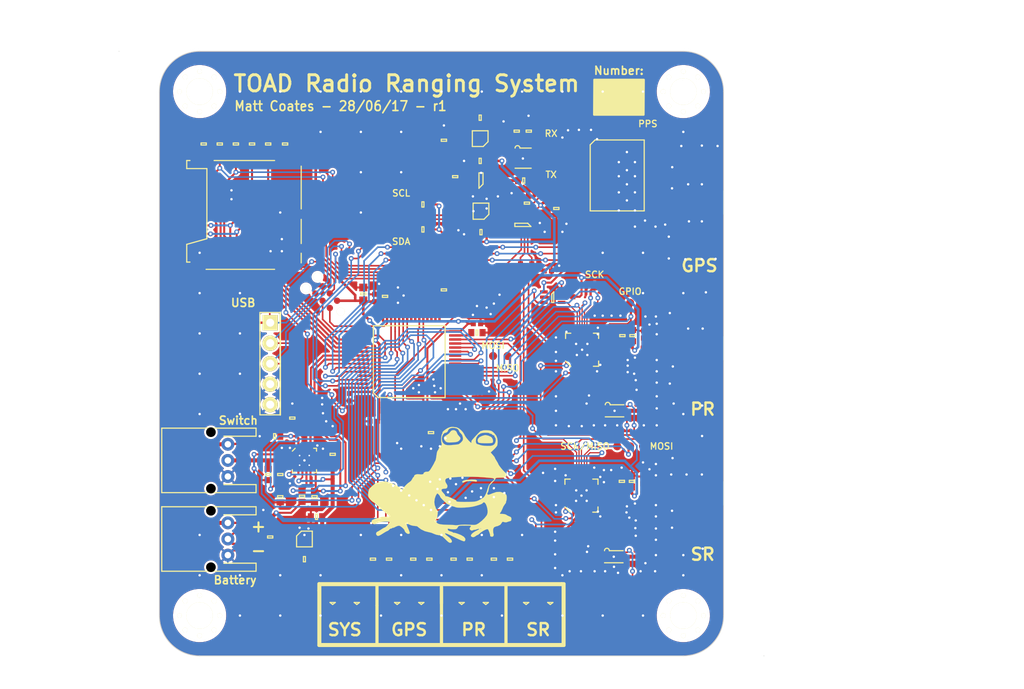
<source format=kicad_pcb>
(kicad_pcb (version 20221018) (generator pcbnew)
  (layers (0 "F.Cu" signal) (31 "B.Cu" signal) (34 "B.Paste" user) (35 "F.Paste" user) (36 "B.SilkS" user "B.Silkscreen") (37 "F.SilkS" user "F.Silkscreen") (38 "B.Mask" user) (39 "F.Mask" user) (44 "Edge.Cuts" user))
  (net 0 "")
  (net 1 "3v3")
  (net 2 "GND")
  (net 3 "/~{RST}")
  (net 4 "Net-(C10-Pad2)")
  (net 5 "Net-(C11-Pad2)")
  (net 6 "/PR_RXn")
  (net 7 "/PR_TX")
  (net 8 "Net-(C19-Pad2)")
  (net 9 "/PR_RXp")
  (net 10 "Net-(C20-Pad2)")
  (net 11 "Net-(C22-Pad2)")
  (net 12 "Net-(C23-Pad2)")
  (net 13 "Net-(C29-Pad2)")
  (net 14 "1v8")
  (net 15 "Net-(C30-Pad1)")
  (net 16 "Net-(C39-Pad1)")
  (net 17 "Net-(C41-Pad1)")
  (net 18 "Net-(C41-Pad2)")
  (net 19 "5v")
  (net 20 "VBATT")
  (net 21 "Net-(C46-Pad2)")
  (net 22 "/SR_RXn")
  (net 23 "Net-(C50-Pad2)")
  (net 24 "/SR_TX")
  (net 25 "/SR_RXp")
  (net 26 "Net-(C51-Pad2)")
  (net 27 "Net-(C52-Pad2)")
  (net 28 "Net-(C53-Pad2)")
  (net 29 "Net-(C59-Pad1)")
  (net 30 "/OTG_HS_DM")
  (net 31 "/OTG_HS_DP")
  (net 32 "Net-(D6-Pad1)")
  (net 33 "Net-(D8-Pad2)")
  (net 34 "Net-(D9-Pad2)")
  (net 35 "Net-(D10-Pad2)")
  (net 36 "Net-(D11-Pad2)")
  (net 37 "Net-(D12-Pad2)")
  (net 38 "Net-(D13-Pad2)")
  (net 39 "Net-(D14-Pad2)")
  (net 40 "Net-(D16-Pad2)")
  (net 41 "/PR_SDN")
  (net 42 "/SR_SDN")
  (net 43 "/SR_nIRQ")
  (net 44 "/STM_HSE")
  (net 45 "Net-(IC1-Pad6)")
  (net 46 "/SR_SW")
  (net 47 "/PR_SW")
  (net 48 "/SPI2_MISO")
  (net 49 "/SPI2_MOSI")
  (net 50 "/GPS_PPS")
  (net 51 "/PR_GPIO")
  (net 52 "/PR_nSS")
  (net 53 "/SR_nSS")
  (net 54 "/GATE")
  (net 55 "/SPI1_SCK")
  (net 56 "/SPI1_MISO")
  (net 57 "/SPI1_MOSI")
  (net 58 "/I_CHG_MON")
  (net 59 "/V_BAT_MON")
  (net 60 "Net-(IC1-Pad26)")
  (net 61 "/B_TEMP")
  (net 62 "/CHG_EN")
  (net 63 "/SPI2_SCK")
  (net 64 "/PR_nIRQ")
  (net 65 "Net-(IC1-Pad33)")
  (net 66 "/OTG_HS_VBUS")
  (net 67 "/SYS_GD")
  (net 68 "/SYS_ERR")
  (net 69 "/SDIO_D0")
  (net 70 "/SDIO_D1")
  (net 71 "/GPS_GD")
  (net 72 "/GPS_ERR")
  (net 73 "/PR_GD")
  (net 74 "/PR_ERR")
  (net 75 "/SR_GD")
  (net 76 "/SWDIO")
  (net 77 "/SWDCLK")
  (net 78 "/SR_ERR")
  (net 79 "/SDIO_D2")
  (net 80 "/SDIO_D3")
  (net 81 "/SDIO_CK")
  (net 82 "/SDIO_CMD")
  (net 83 "/CHG_GOOD")
  (net 84 "/P_GOOD")
  (net 85 "/GPS_RST")
  (net 86 "/USART1_TX")
  (net 87 "/USART1_RX")
  (net 88 "/I2C1_SCL")
  (net 89 "/I2C1_SDA")
  (net 90 "Net-(IC2-Pad19)")
  (net 91 "/R_CLK_1")
  (net 92 "Net-(IC2-Pad16)")
  (net 93 "/PR_CS")
  (net 94 "Net-(IC2-Pad10)")
  (net 95 "Net-(IC2-Pad7)")
  (net 96 "Net-(IC2-Pad5)")
  (net 97 "/GPS_TIM1")
  (net 98 "Net-(IC3-Pad5)")
  (net 99 "Net-(IC3-Pad13)")
  (net 100 "Net-(IC3-Pad14)")
  (net 101 "Net-(IC3-Pad15)")
  (net 102 "Net-(IC3-Pad16)")
  (net 103 "Net-(IC3-Pad17)")
  (net 104 "Net-(IC7-Pad12)")
  (net 105 "Net-(IC7-Pad14)")
  (net 106 "Net-(IC7-Pad15)")
  (net 107 "Net-(IC8-Pad1)")
  (net 108 "Net-(IC11-Pad7)")
  (net 109 "Net-(IC9-Pad5)")
  (net 110 "Net-(IC9-Pad7)")
  (net 111 "Net-(IC9-Pad9)")
  (net 112 "Net-(IC9-Pad10)")
  (net 113 "Net-(IC9-Pad16)")
  (net 114 "/R_CLK_2")
  (net 115 "Net-(IC9-Pad19)")
  (net 116 "Net-(IC11-Pad3)")
  (net 117 "Net-(IC11-Pad4)")
  (net 118 "Net-(IC11-Pad6)")
  (net 119 "Net-(IC13-Pad4)")
  (net 120 "Net-(P2-Pad6)")
  (net 121 "Net-(U1-Pad10)")
  (net 122 "Net-(U1-Pad11)")
  (net 123 "Net-(Y1-Pad1)")
  (net 124 "Net-(D17-Pad1)")
  (net 125 "Net-(C28-Pad1)")
  (net 126 "Net-(C57-Pad1)")
  (net 127 "Net-(IC5-Pad1)")
  (net 128 "Net-(IC12-Pad1)")
  (net 129 "Net-(IC13-Pad9)")
  (net 130 "Net-(IC13-Pad10)")
  (net 131 "Net-(IC1-Pad8)")
  (net 132 "Net-(IC1-Pad9)")
  (footprint "agg:0603-L" (layer "F.Cu") (at 112.444228 90.27365 90)
    (fp_text reference "C1")
    (fp_text value "2.2uF")
  )
  (footprint "agg:0402" (layer "F.Cu") (at 111.244228 90.42365 90)
    (fp_text reference "C2")
    (fp_text value "100nF")
  )
  (footprint "agg:0402" (layer "F.Cu") (at 112.494228 92.34865)
    (fp_text reference "C3")
    (fp_text value "220pF")
  )
  (footprint "agg:0402" (layer "F.Cu") (at 87.5 102.3 -90)
    (fp_text reference "C4")
    (fp_text value "100n")
  )
  (footprint "agg:0603-L" (layer "F.Cu") (at 113.694228 90.27365 90)
    (fp_text reference "C5")
    (fp_text value "1uF")
  )
  (footprint "agg:0402" (layer "F.Cu") (at 112.044228 93.94865 -90)
    (fp_text reference "C6")
    (fp_text value "100pF")
  )
  (footprint "agg:0402" (layer "F.Cu") (at 84.5 102.3 90)
    (fp_text reference "C7")
    (fp_text value "100n")
  )
  (footprint "agg:0402" (layer "F.Cu") (at 94.4 88.8)
    (fp_text reference "C8")
    (fp_text value "100n")
  )
  (footprint "agg:0402" (layer "F.Cu") (at 81.7 85.6 90)
    (fp_text reference "C9")
    (fp_text value "100n")
  )
  (footprint "agg:0603-L" (layer "F.Cu") (at 94.4 89.9 180)
    (fp_text reference "C10")
    (fp_text value "2u2")
  )
  (footprint "agg:0603-L" (layer "F.Cu") (at 83 85.4 -90)
    (fp_text reference "C11")
    (fp_text value "2u2")
  )
  (footprint "agg:0402" (layer "F.Cu") (at 78.6 97.9 -90)
    (fp_text reference "C12")
    (fp_text value "100n")
  )
  (footprint "agg:0402" (layer "F.Cu") (at 94.3 97.1)
    (fp_text reference "C13")
    (fp_text value "100n")
  )
  (footprint "agg:0402" (layer "F.Cu") (at 81.6 100.9 180)
    (fp_text reference "C14")
    (fp_text value "100n")
  )
  (footprint "agg:0603" (layer "F.Cu") (at 80.3 85.1 90)
    (fp_text reference "C15")
    (fp_text value "4u7")
  )
  (footprint "agg:0603-L" (layer "F.Cu") (at 88.7 102.3 -90)
    (fp_text reference "C16")
    (fp_text value "1u")
  )
  (footprint "agg:0402" (layer "F.Cu") (at 107.344228 97.29865 -90)
    (fp_text reference "C17")
    (fp_text value "3pF")
  )
  (footprint "agg:0402" (layer "F.Cu") (at 110.794228 93.94865 -90)
    (fp_text reference "C18")
    (fp_text value "33pF")
  )
  (footprint "agg:0402" (layer "F.Cu") (at 108.569228 96.09865 -90)
    (fp_text reference "C19")
    (fp_text value "3.9pF")
  )
  (footprint "agg:0402" (layer "F.Cu") (at 106.144228 99.44865 90)
    (fp_text reference "C20")
    (fp_text value "1pF")
  )
  (footprint "agg:0603-L" (layer "F.Cu") (at 104.25 74.5 -90)
    (fp_text reference "C21")
    (fp_text value "100n")
  )
  (footprint "agg:0402" (layer "F.Cu") (at 112.644228 95.79865 180)
    (fp_text reference "C22")
    (fp_text value "5.1pF")
  )
  (footprint "agg:0402" (layer "F.Cu") (at 113.294228 97.47365 -90)
    (fp_text reference "C23")
    (fp_text value "2.7pF")
  )
  (footprint "agg:0603-L" (layer "F.Cu") (at 90.302433 66.036615 90)
    (fp_text reference "C26")
    (fp_text value "1u")
  )
  (footprint "agg:0402" (layer "F.Cu") (at 114.569228 93.97365 180)
    (fp_text reference "C28")
    (fp_text value "4.7pF")
  )
  (footprint "agg:0603-L" (layer "F.Cu") (at 94.802433 63.236615 180)
    (fp_text reference "C29")
    (fp_text value "10n")
  )
  (footprint "agg:0402" (layer "F.Cu") (at 115.044228 90.12365 90)
    (fp_text reference "C30")
    (fp_text value "4.7pF")
  )
  (footprint "agg:0603-L" (layer "F.Cu") (at 99.330971 64.905153 90)
    (fp_text reference "C31")
    (fp_text value "1u")
  )
  (footprint "agg:0603-L" (layer "F.Cu") (at 100.830971 64.905153 90)
    (fp_text reference "C32")
    (fp_text value "100n")
  )
  (footprint "agg:0603-L" (layer "F.Cu") (at 112.379228 108.34865 90)
    (fp_text reference "C33")
    (fp_text value "2.2uF")
  )
  (footprint "agg:0402" (layer "F.Cu") (at 111.179228 108.49865 90)
    (fp_text reference "C34")
    (fp_text value "100nF")
  )
  (footprint "agg:0402" (layer "F.Cu") (at 112.429228 110.42365)
    (fp_text reference "C35")
    (fp_text value "220pF")
  )
  (footprint "agg:0603-L" (layer "F.Cu") (at 70.6 66.5 -90)
    (fp_text reference "C36")
    (fp_text value "100n")
  )
  (footprint "agg:0603-L" (layer "F.Cu") (at 113.629228 108.34865 90)
    (fp_text reference "C37")
    (fp_text value "1uF")
  )
  (footprint "agg:0402" (layer "F.Cu") (at 111.979228 112.02365 -90)
    (fp_text reference "C38")
    (fp_text value "100pF")
  )
  (footprint "agg:0603-L" (layer "F.Cu") (at 76.5 105 90)
    (fp_text reference "C39")
    (fp_text value "4u7")
  )
  (footprint "agg:0603-L" (layer "F.Cu") (at 94.8 68.6 180)
    (fp_text reference "C40")
    (fp_text value "1n")
  )
  (footprint "agg:0603-L" (layer "F.Cu") (at 100.200971 71.035153 180)
    (fp_text reference "C41")
    (fp_text value "1n")
  )
  (footprint "agg:0603-L" (layer "F.Cu") (at 74.5 112.75 180)
    (fp_text reference "C42")
    (fp_text value "1u")
  )
  (footprint "agg:0603-L" (layer "F.Cu") (at 71.5 100.5 90)
    (fp_text reference "C43")
    (fp_text value "1u")
  )
  (footprint "agg:0603-L" (layer "F.Cu") (at 94.900971 77.435153 180)
    (fp_text reference "C44")
    (fp_text value "100n")
  )
  (footprint "agg:0603-L" (layer "F.Cu") (at 68.5 107.5 -90)
    (fp_text reference "C45")
    (fp_text value "4u7")
  )
  (footprint "agg:0603-L" (layer "F.Cu") (at 73 118)
    (fp_text reference "C46")
    (fp_text value "10n")
  )
  (footprint "agg:0603-L" (layer "F.Cu") (at 68.75 115.25 -90)
    (fp_text reference "C47")
    (fp_text value "1u")
  )
  (footprint "agg:0402" (layer "F.Cu") (at 107.279228 115.37365 -90)
    (fp_text reference "C48")
    (fp_text value "3pF")
  )
  (footprint "agg:0402" (layer "F.Cu") (at 110.729228 112.02365 -90)
    (fp_text reference "C49")
    (fp_text value "33pF")
  )
  (footprint "agg:0402" (layer "F.Cu") (at 108.504228 114.17365 -90)
    (fp_text reference "C50")
    (fp_text value "3.9pF")
  )
  (footprint "agg:0402" (layer "F.Cu") (at 106.079228 117.52365 90)
    (fp_text reference "C51")
    (fp_text value "1pF")
  )
  (footprint "agg:0402" (layer "F.Cu") (at 112.579228 113.87365 180)
    (fp_text reference "C52")
    (fp_text value "5.1pF")
  )
  (footprint "agg:0402" (layer "F.Cu") (at 113.229228 115.54865 -90)
    (fp_text reference "C53")
    (fp_text value "2.7pF")
  )
  (footprint "agg:0402" (layer "F.Cu") (at 114.504228 112.04865 180)
    (fp_text reference "C57")
    (fp_text value "4.7pF")
  )
  (footprint "agg:0603-L" (layer "F.Cu") (at 100.600971 73.835153 90)
    (fp_text reference "C58")
    (fp_text value "100n")
  )
  (footprint "agg:0402" (layer "F.Cu") (at 114.979228 108.19865 90)
    (fp_text reference "C59")
    (fp_text value "4.7pF")
  )
  (footprint "agg:0402-L" (layer "F.Cu") (at 121.9 94 180)
    (fp_text reference "D1")
    (fp_text value "ESD_DIODE")
  )
  (footprint "agg:0402-L" (layer "F.Cu") (at 68.3 86.2 180)
    (fp_text reference "D2")
    (fp_text value "ESD_DIODE")
  )
  (footprint "agg:0402-L" (layer "F.Cu") (at 72.1 91.2)
    (fp_text reference "D3")
    (fp_text value "ESD_DIODE")
  )
  (footprint "agg:0402-L" (layer "F.Cu") (at 72 93.8)
    (fp_text reference "D4")
    (fp_text value "ESD_DIODE")
  )
  (footprint "agg:0402-L" (layer "F.Cu") (at 65.3 107.25 -90)
    (fp_text reference "D5")
    (fp_text value "ESD_DIODE")
  )
  (footprint "agg:0402-L" (layer "F.Cu") (at 65.6 113.5)
    (fp_text reference "D6")
    (fp_text value "ESD_DIODE")
  )
  (footprint "agg:0402-L" (layer "F.Cu") (at 65.7 103.7)
    (fp_text reference "D7")
    (fp_text value "ESD_DIODE")
  )
  (footprint "agg:0603-LED" (layer "F.Cu") (at 84.5 123.5 90)
    (fp_text reference "D8")
    (fp_text value "LED")
  )
  (footprint "agg:0603-LED" (layer "F.Cu") (at 87.5 123.5 90)
    (fp_text reference "D9")
    (fp_text value "LED")
  )
  (footprint "agg:0603-LED" (layer "F.Cu") (at 92.5 123.5 90)
    (fp_text reference "D10")
    (fp_text value "LED")
  )
  (footprint "agg:0603-LED" (layer "F.Cu") (at 95.5 123.5 90)
    (fp_text reference "D11")
    (fp_text value "LED")
  )
  (footprint "agg:0603-LED" (layer "F.Cu") (at 100.5 123.5 90)
    (fp_text reference "D12")
    (fp_text value "LED")
  )
  (footprint "agg:0603-LED" (layer "F.Cu") (at 103.5 123.5 90)
    (fp_text reference "D13")
    (fp_text value "LED")
  )
  (footprint "agg:0603-LED" (layer "F.Cu") (at 76.5 123.5 90)
    (fp_text reference "D14")
    (fp_text value "LED")
  )
  (footprint "agg:0402-L" (layer "F.Cu") (at 122.2 112 180)
    (fp_text reference "D15")
    (fp_text value "ESD_DIODE")
  )
  (footprint "agg:0603-LED" (layer "F.Cu") (at 79.5 123.5 90)
    (fp_text reference "D16")
    (fp_text value "LED")
  )
  (footprint "agg:LQFP-64" (layer "F.Cu") (at 86 93.5 90)
    (fp_text reference "IC1")
    (fp_text value "STM32F405RxTx")
  )
  (footprint "agg:QFN-20-EP-SI" (layer "F.Cu") (at 107.444228 92.02365 90)
    (fp_text reference "IC2")
    (fp_text value "Si4463")
  )
  (footprint "agg:MAX-M8Q" (layer "F.Cu") (at 111.8 70.4)
    (fp_text reference "IC3")
    (fp_text value "MAX-M8Q")
  )
  (footprint "agg:SC-70-6" (layer "F.Cu") (at 103.8 85.5)
    (fp_text reference "IC4")
    (fp_text value "SN74LVC1G0832")
  )
  (footprint "agg:TSLP7-4" (layer "F.Cu") (at 111.469228 99.6)
    (fp_text reference "IC5")
    (fp_text value "BGS12AL7")
  )
  (footprint "agg:MSOP-8" (layer "F.Cu") (at 94.802433 65.836615 180)
    (fp_text reference "IC6")
    (fp_text value "ADP3335")
  )
  (footprint "agg:QFN-16-EP-TI" (layer "F.Cu") (at 73 105.75)
    (fp_text reference "IC7")
    (fp_text value "BQ24232HA")
  )
  (footprint "agg:SOT-23-5" (layer "F.Cu") (at 94.900971 71.035153 180)
    (fp_text reference "IC8")
    (fp_text value "NC7SZ04")
  )
  (footprint "agg:MSOP-8" (layer "F.Cu") (at 73 115.5)
    (fp_text reference "IC10")
    (fp_text value "ADP3335")
  )
  (footprint "agg:MSOP-10" (layer "F.Cu") (at 94.900971 74.835153 180)
    (fp_text reference "IC11")
    (fp_text value "CS2100-CP")
  )
  (footprint "agg:TSLP7-4" (layer "F.Cu") (at 111.375 117.7)
    (fp_text reference "IC12")
    (fp_text value "BGS12AL7")
  )
  (footprint "agg:DFN-10-SL18860DC" (layer "F.Cu") (at 99.900971 76.535153 -90)
    (fp_text reference "IC13")
    (fp_text value "SL18860DC")
  )
  (footprint "agg:SIL-254P-05" (layer "F.Cu") (at 68.75 93.75 -90)
    (fp_text reference "J1")
    (fp_text value "USB")
  )
  (footprint "agg:S03B-PASK-2" (layer "F.Cu") (at 63.5 115.5 90)
    (fp_text reference "J2")
    (fp_text value "BATT")
  )
  (footprint "agg:S03B-PASK-2" (layer "F.Cu") (at 63.5 105.75 90)
    (fp_text reference "J3")
    (fp_text value "SWITCH")
  )
  (footprint "agg:0402" (layer "F.Cu") (at 106.894228 95.64865)
    (fp_text reference "L2")
    (fp_text value "20nH")
  )
  (footprint "agg:0402" (layer "F.Cu") (at 106.119228 97.27365 -90)
    (fp_text reference "L3")
    (fp_text value "24nH")
  )
  (footprint "agg:0402" (layer "F.Cu") (at 110.269228 96.87365)
    (fp_text reference "L4")
    (fp_text value "15nH")
  )
  (footprint "agg:0402" (layer "F.Cu") (at 112.044228 97.47365 -90)
    (fp_text reference "L5")
    (fp_text value "11nH")
  )
  (footprint "agg:0402" (layer "F.Cu") (at 109.2 98.6 -90)
    (fp_text reference "L6")
    (fp_text value "11nH")
  )
  (footprint "agg:0402" (layer "F.Cu") (at 115.019228 92.27365 90)
    (fp_text reference "L7")
    (fp_text value "9.1nH")
  )
  (footprint "agg:0402" (layer "F.Cu") (at 106.829228 113.72365)
    (fp_text reference "L9")
    (fp_text value "20nH")
  )
  (footprint "agg:0402" (layer "F.Cu") (at 106.054228 115.34865 -90)
    (fp_text reference "L10")
    (fp_text value "24nH")
  )
  (footprint "agg:0402" (layer "F.Cu") (at 111.979228 115.54865 -90)
    (fp_text reference "L12")
    (fp_text value "11nH")
  )
  (footprint "agg:0402" (layer "F.Cu") (at 109.1 116.7 -90)
    (fp_text reference "L13")
    (fp_text value "11nH")
  )
  (footprint "agg:0402" (layer "F.Cu") (at 114.985 110.35 90)
    (fp_text reference "L14")
    (fp_text value "9.1nH")
  )
  (footprint "agg:SMA-EDGE" (layer "F.Cu") (at 122.3 73.75 -90)
    (fp_text reference "P1")
    (fp_text value "SMA")
  )
  (footprint "agg:TC2030-NL" (layer "F.Cu") (at 75.7 85.5 135)
    (fp_text reference "P2")
    (fp_text value "SWD_TC")
  )
  (footprint "agg:SMA-EDGE" (layer "F.Cu") (at 122.344228 91.84865 -90)
    (fp_text reference "P3")
    (fp_text value "SMA")
  )
  (footprint "agg:SMA-EDGE" (layer "F.Cu") (at 122.325 109.84 -90)
    (fp_text reference "P4")
    (fp_text value "SMA")
  )
  (footprint "agg:0603-L" (layer "F.Cu") (at 87.7 77.1)
    (fp_text reference "R1")
    (fp_text value "10K")
  )
  (footprint "agg:0603-L" (layer "F.Cu") (at 87.7 74)
    (fp_text reference "R2")
    (fp_text value "10K")
  )
  (footprint "agg:0603-L" (layer "F.Cu") (at 64.5 66.5 90)
    (fp_text reference "R3")
    (fp_text value "47K")
  )
  (footprint "agg:0603-L" (layer "F.Cu") (at 70 107.5 90)
    (fp_text reference "R4")
    (fp_text value "110k")
  )
  (footprint "agg:0603-L" (layer "F.Cu") (at 70 110.25 90)
    (fp_text reference "R5")
    (fp_text value "110k")
  )
  (footprint "agg:0603-L" (layer "F.Cu") (at 62.5 66.5 90)
    (fp_text reference "R6")
    (fp_text value "47K")
  )
  (footprint "agg:0603-L" (layer "F.Cu") (at 68.5 66.5 90)
    (fp_text reference "R7")
    (fp_text value "47K")
  )
  (footprint "agg:0603-L" (layer "F.Cu") (at 66.5 66.5 90)
    (fp_text reference "R8")
    (fp_text value "47K")
  )
  (footprint "agg:0603-L" (layer "F.Cu") (at 69.3 102.75)
    (fp_text reference "R9")
    (fp_text value "4k32")
  )
  (footprint "agg:0603-L" (layer "F.Cu") (at 60.5 66.5 -90)
    (fp_text reference "R10")
    (fp_text value "47K")
  )
  (footprint "agg:0603-L" (layer "F.Cu") (at 72.7 110.2 -90)
    (fp_text reference "R11")
    (fp_text value "10K")
  )
  (footprint "agg:0603-L" (layer "F.Cu") (at 74.25 110.25 -90)
    (fp_text reference "R12")
    (fp_text value "10K")
  )
  (footprint "agg:0603-L" (layer "F.Cu") (at 91.7 70.55 90)
    (fp_text reference "R13")
    (fp_text value "1M")
  )
  (footprint "agg:0603-L" (layer "F.Cu") (at 90.3 84.6 -90)
    (fp_text reference "R14")
    (fp_text value "1k")
  )
  (footprint "agg:0603-L" (layer "F.Cu") (at 86.5 118 -90)
    (fp_text reference "R15")
    (fp_text value "120R")
  )
  (footprint "agg:0603-L" (layer "F.Cu") (at 88.5 118 -90)
    (fp_text reference "R16")
    (fp_text value "120R")
  )
  (footprint "agg:0603-L" (layer "F.Cu") (at 91.5 118 -90)
    (fp_text reference "R17")
    (fp_text value "120R")
  )
  (footprint "agg:0603-L" (layer "F.Cu") (at 93.5 118 -90)
    (fp_text reference "R18")
    (fp_text value "120R")
  )
  (footprint "agg:0603-L" (layer "F.Cu") (at 96.5 118 -90)
    (fp_text reference "R19")
    (fp_text value "120R")
  )
  (footprint "agg:0603-L" (layer "F.Cu") (at 98.5 118 -90)
    (fp_text reference "R20")
    (fp_text value "120R")
  )
  (footprint "agg:0603-L" (layer "F.Cu") (at 81.5 118 -90)
    (fp_text reference "R21")
    (fp_text value "120R")
  )
  (footprint "agg:0603-L" (layer "F.Cu") (at 83.5 118 -90)
    (fp_text reference "R22")
    (fp_text value "120R")
  )
  (footprint "agg:MICROSD_MOLEX_503398-1892" (layer "F.Cu") (at 62.5 75.25 90)
    (fp_text reference "U1")
    (fp_text value "MICROSD")
  )
  (footprint "agg:M3_MOUNT" (layer "F.Cu") (at 60 60)
    (fp_text reference "X8" hide)
    (fp_text value "Mount" hide)
  )
  (footprint "agg:M3_MOUNT" (layer "F.Cu") (at 60 125)
    (fp_text reference "X9" hide)
    (fp_text value "Mount" hide)
  )
  (footprint "Library:BMI-S-201-F" (layer "F.Cu") (at 117.219228 87.47365 180)
    (fp_text reference "X10")
    (fp_text value "RF Frame")
  )
  (footprint "agg:M3_MOUNT" (layer "F.Cu") (at 120 60)
    (fp_text reference "X12" hide)
    (fp_text value "Mount" hide)
  )
  (footprint "agg:M3_MOUNT" (layer "F.Cu") (at 120 125)
    (fp_text reference "X13" hide)
    (fp_text value "Mount" hide)
  )
  (footprint "Library:BMI-S-201-F" (layer "F.Cu") (at 117.154228 105.54865 180)
    (fp_text reference "X14")
    (fp_text value "RF Frame")
  )
  (footprint "agg:XTAL-25x20" (layer "F.Cu") (at 100.130971 68.255153)
    (fp_text reference "Y1")
    (fp_text value "26M TCXO")
  )
  (footprint "agg:0402" (layer "F.Cu") (at 110.269228 95.64865 180)
    (fp_text reference "L1")
    (fp_text value "120nH")
  )
  (footprint "agg:0402" (layer "F.Cu") (at 110.204228 113.72365 180)
    (fp_text reference "L8")
    (fp_text value "120nH")
  )
  (footprint "agg:QFN-20-EP-SI" (layer "F.Cu") (at 107.365 110.12 90)
    (fp_text reference "IC9")
    (fp_text value "Si4463")
  )
  (footprint "agg:0402" (layer "F.Cu") (at 106.3 85 90)
    (fp_text reference "C60")
    (fp_text value "100n")
  )
  (footprint "agg:0402-L" (layer "F.Cu") (at 118.7 75.2 -90)
    (fp_text reference "D17")
    (fp_text value "ESD_DIODE")
  )
  (footprint "agg:0402-L" (layer "F.Cu") (at 65.4 116.5 -90)
    (fp_text reference "D18")
    (fp_text value "ESD_DIODE")
  )
  (footprint "Library:toad" (layer "F.Cu") (at 89.75 109)
    (fp_text reference "G***" hide)
    (fp_text value "LOGO" hide)
  )
  (footprint "agg:TESTPAD" (layer "F.Cu") (at 113.4 64)
    (fp_text reference "TP1" hide)
    (fp_text value "TESTPAD" hide)
  )
  (footprint "agg:TESTPAD" (layer "F.Cu") (at 103.6 68.8)
    (fp_text reference "TP2" hide)
    (fp_text value "TESTPAD" hide)
  )
  (footprint "agg:TESTPAD" (layer "F.Cu") (at 103.6 66.6)
    (fp_text reference "TP3" hide)
    (fp_text value "TESTPAD" hide)
  )
  (footprint "agg:TESTPAD" (layer "F.Cu") (at 109 84.2)
    (fp_text reference "TP4" hide)
    (fp_text value "TESTPAD" hide)
  )
  (footprint "agg:TESTPAD" (layer "F.Cu") (at 98.2 92.8)
    (fp_text reference "TP5" hide)
    (fp_text value "TESTPAD" hide)
  )
  (footprint "agg:TESTPAD" (layer "F.Cu") (at 96.4 92.8)
    (fp_text reference "TP6" hide)
    (fp_text value "TESTPAD" hide)
  )
  (footprint "agg:TESTPAD" (layer "F.Cu") (at 85 77.2)
    (fp_text reference "TP7" hide)
    (fp_text value "TESTPAD" hide)
  )
  (footprint "agg:TESTPAD" (layer "F.Cu") (at 85 74)
    (fp_text reference "TP8" hide)
    (fp_text value "TESTPAD" hide)
  )
  (footprint "agg:TESTPAD" (layer "F.Cu") (at 111.8 104 90)
    (fp_text reference "TP9" hide)
    (fp_text value "TESTPAD" hide)
  )
  (footprint "agg:TESTPAD" (layer "F.Cu") (at 113.4 104 90)
    (fp_text reference "TP10" hide)
    (fp_text value "TESTPAD" hide)
  )
  (footprint "agg:TESTPAD" (layer "F.Cu") (at 115 104 90)
    (fp_text reference "TP11" hide)
    (fp_text value "TESTPAD" hide)
  )
  (footprint "agg:TESTPAD" (layer "F.Cu") (at 113.4 86.2)
    (fp_text reference "TP12" hide)
    (fp_text value "TESTPAD" hide)
  )
  (footprint "agg:0402" (layer "F.Cu") (at 99.8 81.8 -90)
    (fp_text reference "R23")
    (fp_text value "10K")
  )
  (footprint "agg:0402" (layer "F.Cu") (at 98.4 82.7 90)
    (fp_text reference "R24")
    (fp_text value "10K")
  )
  (footprint "agg:0402" (layer "F.Cu") (at 101.2 81.8 -90)
    (fp_text reference "R25")
    (fp_text value "10K")
  )
  (footprint "agg:0402" (layer "F.Cu") (at 103.2 82.25 180)
    (fp_text reference "R26")
    (fp_text value "10K")
  )
  (footprint "agg:0402" (layer "F.Cu") (at 110.2 114.95)
    (fp_text reference "L11")
    (fp_text value "15nH")
  )
  (gr_line (start 70 100.1) (end 70 100.1) (stroke (width 0.2)) (layer "F.SilkS"))
  (gr_line (start 105 128.65) (end 105 128.45) (stroke (width 0.2)) (layer "F.SilkS"))
  (gr_line (start 105.05 121.15) (end 105.1 121.2) (stroke (width 0.2)) (layer "F.SilkS"))
  (gr_line (start 74.85 121.2) (end 74.95 121.1) (stroke (width 0.2)) (layer "F.SilkS"))
  (gr_line (start 75 128.65) (end 75 128.6) (stroke (width 0.2)) (layer "F.SilkS"))
  (gr_line (start 82 121.25) (end 82 121.25) (stroke (width 0.2)) (layer "F.SilkS"))
  (gr_line (start 82 128.5) (end 82 128.5) (stroke (width 0.2)) (layer "F.SilkS"))
  (gr_line (start 90 121.25) (end 90 121.25) (stroke (width 0.2)) (layer "F.SilkS"))
  (gr_line (start 90 128.5) (end 90 128.5) (stroke (width 0.2)) (layer "F.SilkS"))
  (gr_line (start 98 128.5) (end 98 128.5) (stroke (width 0.2)) (layer "F.SilkS"))
  (gr_line (start 105.2 121.05) (end 104.9 121.05) (stroke (width 0.4)) (layer "F.SilkS"))
  (gr_line (start 74.8 128.7) (end 103.75 128.7) (stroke (width 0.4)) (layer "F.SilkS"))
  (gr_line (start 74.8 121.05) (end 74.8 121.9) (stroke (width 0.4)) (layer "F.SilkS"))
  (gr_line (start 74.85 128.45) (end 75 128.6) (stroke (width 0.2)) (layer "F.SilkS"))
  (gr_line (start 105.1 128.7) (end 105.2 128.7) (stroke (width 0.2)) (layer "F.SilkS"))
  (gr_line (start 75.2 121.1) (end 74.95 121.1) (stroke (width 0.2)) (layer "F.SilkS"))
  (gr_line (start 75 121.25) (end 75 128.5) (stroke (width 0.2)) (layer "F.SilkS"))
  (gr_line (start 102.5 128.5) (end 105 128.5) (stroke (width 0.2)) (layer "F.SilkS"))
  (gr_line (start 105 128.5) (end 105 121.25) (stroke (width 0.2)) (layer "F.SilkS"))
  (gr_line (start 105.15 128.3) (end 105 128.45) (stroke (width 0.2)) (layer "F.SilkS"))
  (gr_line (start 82 123.75) (end 82 121.25) (stroke (width 0.4)) (layer "F.SilkS"))
  (gr_line (start 75 128.5) (end 102.5 128.5) (stroke (width 0.2)) (layer "F.SilkS"))
  (gr_line (start 105 121.25) (end 75 121.25) (stroke (width 0.2)) (layer "F.SilkS"))
  (gr_line (start 70 87.4) (end 70 100.1) (stroke (width 0.2)) (layer "F.SilkS"))
  (gr_line (start 105.1 121.35) (end 105.1 121.2) (stroke (width 0.2)) (layer "F.SilkS"))
  (gr_line (start 98 121.25) (end 98 128.5) (stroke (width 0.4)) (layer "F.SilkS"))
  (gr_line (start 74.8 128.65) (end 74.8 128.7) (stroke (width 0.2)) (layer "F.SilkS"))
  (gr_line (start 90 121.5) (end 90 128.5) (stroke (width 0.4)) (layer "F.SilkS"))
  (gr_line (start 82 123.75) (end 82 128.5) (stroke (width 0.4)) (layer "F.SilkS"))
  (gr_line (start 103.75 128.7) (end 104.95 128.7) (stroke (width 0.2)) (layer "F.SilkS"))
  (gr_line (start 105.2 128.7) (end 105.2 121.1) (stroke (width 0.4)) (layer "F.SilkS"))
  (gr_line (start 103.6 128.7) (end 105.1 128.7) (stroke (width 0.4)) (layer "F.SilkS"))
  (gr_line (start 74.8 121.9) (end 74.8 128.65) (stroke (width 0.4)) (layer "F.SilkS"))
  (gr_line (start 105.2 121.1) (end 105.2 121.05) (stroke (width 0.2)) (layer "F.SilkS"))
  (gr_line (start 90 123.5) (end 90 121.25) (stroke (width 0.4)) (layer "F.SilkS"))
  (gr_line (start 74.85 121.05) (end 74.8 121.05) (stroke (width 0.2)) (layer "F.SilkS"))
  (gr_line (start 104.9 121.05) (end 74.85 121.05) (stroke (width 0.4)) (layer "F.SilkS"))
  (gr_line (start 130 130) (end 130 130) (stroke (width 0.1)) (layer "Edge.Cuts"))
  (gr_line (start 60 130) (end 60 130) (stroke (width 0.1)) (layer "Edge.Cuts"))
  (gr_line (start 50 55) (end 50 55) (stroke (width 0.1)) (layer "Edge.Cuts"))
  (gr_line (start 125 60) (end 125 60) (stroke (width 0.1)) (layer "Edge.Cuts"))
  (gr_line (start 60 55) (end 60 55) (stroke (width 0.1)) (layer "Edge.Cuts"))
  (gr_arc (start 60 130) (mid 56.464466 128.535534) (end 55 125) (stroke (width 0.1)) (layer "Edge.Cuts"))
  (gr_line (start 55 60) (end 55 125) (stroke (width 0.1)) (layer "Edge.Cuts"))
  (gr_line (start 60 130) (end 120 130) (stroke (width 0.1)) (layer "Edge.Cuts"))
  (gr_arc (start 55 60) (mid 56.464466 56.464466) (end 60 55) (stroke (width 0.1)) (layer "Edge.Cuts"))
  (gr_arc (start 120 55) (mid 123.535534 56.464466) (end 125 60) (stroke (width 0.1)) (layer "Edge.Cuts"))
  (gr_line (start 120 55) (end 60 55) (stroke (width 0.1)) (layer "Edge.Cuts"))
  (gr_arc (start 125 125) (mid 123.535534 128.535534) (end 120 130) (stroke (width 0.1)) (layer "Edge.Cuts"))
  (gr_line (start 125 125) (end 125 60) (stroke (width 0.1)) (layer "Edge.Cuts"))
  (gr_text "GPS" (at 86 126.75) (layer "F.SilkS") (effects (font (size 1.5 1.5) (thickness 0.3))))
  (gr_text "PR" (at 94 126.75) (layer "F.SilkS") (effects (font (size 1.5 1.5) (thickness 0.3))))
  (gr_text "SR" (at 102 126.75) (layer "F.SilkS") (effects (font (size 1.5 1.5) (thickness 0.3))))
  (gr_text "Battery" (at 64.4 120.6) (layer "F.SilkS") (effects (font (size 1 1) (thickness 0.2))))
  (gr_text "GPS" (at 122 81.6) (layer "F.SilkS") (effects (font (size 1.5 1.5) (thickness 0.3))))
  (gr_text "PR" (at 122.4 99.4) (layer "F.SilkS") (effects (font (size 1.5 1.5) (thickness 0.3))))
  (gr_text "SR" (at 122.4 117.4) (layer "F.SilkS") (effects (font (size 1.5 1.5) (thickness 0.3))))
  (gr_text "USB" (at 65.4 86.2) (layer "F.SilkS") (effects (font (size 1 1) (thickness 0.2))))
  (gr_text "PPS" (at 115.6 64) (layer "F.SilkS") (effects (font (size 0.8 0.8))))
  (gr_text "GPIO" (at 113.4 84.8) (layer "F.SilkS") (effects (font (size 0.8 0.8))))
  (gr_text "RX" (at 103.6 65.2) (layer "F.SilkS") (effects (font (size 0.8 0.8))))
  (gr_text "TX" (at 103.6 70.3) (layer "F.SilkS") (effects (font (size 0.8 0.8))))
  (gr_text "SDA" (at 85 78.6) (layer "F.SilkS") (effects (font (size 0.8 0.8))))
  (gr_text "SCL" (at 85 72.6) (layer "F.SilkS") (effects (font (size 0.8 0.8))))
  (gr_text "MOSI" (at 96.4 91.5) (layer "F.SilkS") (effects (font (size 0.8 0.8))))
  (gr_text "MISO" (at 98.2 94.3) (layer "F.SilkS") (effects (font (size 0.8 0.8))))
  (gr_text "SCK/MISO" (at 107.8 104) (layer "F.SilkS") (effects (font (size 0.8 0.8))))
  (gr_text "MOSI" (at 117.3 104) (layer "F.SilkS") (effects (font (size 0.8 0.8))))
  (gr_text "-" (at 67.3 116.9) (layer "F.SilkS") (effects (font (size 1.5 1.5) (thickness 0.25))))
  (gr_text "SYS" (at 78 126.75) (layer "F.SilkS") (effects (font (size 1.5 1.5) (thickness 0.3))))
  (gr_text "Switch" (at 64.8 100.8) (layer "F.SilkS") (effects (font (size 1 1) (thickness 0.2))))
  (gr_text "+" (at 67.3 113.9) (layer "F.SilkS") (effects (font (size 1.5 1.5) (thickness 0.25))))
  (gr_text "TOAD Radio Ranging System" (at 64 59) (layer "F.SilkS") (effects (font (size 2 2) (thickness 0.36)) (justify left)))
  (gr_text "Matt Coates - 28/06/17 - r1" (at 64.2 61.8) (layer "F.SilkS") (effects (font (size 1.2 1.1) (thickness 0.2)) (justify left)))
  (gr_text "SCK" (at 109 82.7) (layer "F.SilkS") (effects (font (size 0.8 0.8))))
  (gr_text "Number:" (at 112 57.4) (layer "F.SilkS") (effects (font (size 1 1) (thickness 0.2))))
  (segment (start 113 100.380772) (end 113 100.604422) (width 0.2) (layer "F.Cu") (net 1))
  (segment (start 102.4 119.9) (end 103.5 121) (width 0.2) (layer "F.Cu") (net 1))
  (segment (start 82.05 100.9) (end 82.05 104.85) (width 0.5) (layer "F.Cu") (net 1))
  (segment (start 72.3 116.3) (end 72.3 118) (width 0.35) (layer "F.Cu") (net 1))
  (segment (start 107.374999 83.074999) (end 107.374999 85.225001) (width 0.25) (layer "F.Cu") (net 1))
  (segment (start 60.8 67.2) (end 60.5 67.2) (width 0.32) (layer "F.Cu") (net 1))
  (segment (start 79.3 85.250552) (end 74.4 80.350552) (width 0.32) (layer "F.Cu") (net 1))
  (segment (start 70.8 115.825) (end 70.8 115.175) (width 0.35) (layer "F.Cu") (net 1))
  (segment (start 111.404229 93.502879) (end 111.4 93.49865) (width 0.2) (layer "F.Cu") (net 1))
  (segment (start 92.602433 66.161615) (end 92.602433 66.811615) (width 0.35) (layer "F.Cu") (net 1))
  (segment (start 88.7 101.6) (end 88.7 101.15) (width 0.25) (layer "F.Cu") (net 1))
  (segment (start 110.369228 92.02365) (end 110.794228 92.44865) (width 0.25) (layer "F.Cu") (net 1))
  (segment (start 111.179228 108.94865) (end 111.179228 110.164228) (width 0.32) (layer "F.Cu") (net 1))
  (segment (start 111.544228 92.34865) (end 112.044228 92.34865) (width 0.32) (layer "F.Cu") (net 1))
  (segment (start 68.775 114.525) (end 68.75 114.55) (width 0.5) (layer "F.Cu") (net 1))
  (segment (start 91.4 111.3) (end 100.9 111.3) (width 0.2) (layer "F.Cu") (net 1))
  (segment (start 100.300971 75.935153) (end 100.300971 74.835153) (width 0.15) (layer "F.Cu") (net 1))
  (segment (start 100.600971 74.535153) (end 101.864847 74.535153) (width 0.2) (layer "F.Cu") (net 1))
  (segment (start 91.235153 78.635153) (end 95.600971 78.635153) (width 0.25) (layer "F.Cu") (net 1))
  (segment (start 111.179228 108.94865) (end 112.279228 108.94865) (width 0.32) (layer "F.Cu") (net 1))
  (segment (start 100.300971 76.385153) (end 100.300971 75.935153) (width 0.15) (layer "F.Cu") (net 1))
  (segment (start 107.05 72.6) (end 107.05 73.7) (width 0.35) (layer "F.Cu") (net 1))
  (segment (start 74.4 80.350552) (end 74.4 67.4) (width 0.32) (layer "F.Cu") (net 1))
  (segment (start 79.3 85.945477) (end 79.3 85.250552) (width 0.32) (layer "F.Cu") (net 1))
  (segment (start 100.22 76.53) (end 100.32 76.53) (width 0.15) (layer "F.Cu") (net 1))
  (segment (start 89.5 74) (end 89.7 74.2) (width 0.25) (layer "F.Cu") (net 1))
  (segment (start 104.35 73.7) (end 107.05 73.7) (width 0.32) (layer "F.Cu") (net 1))
  (segment (start 93.85 97.05) (end 93.85 97.1) (width 0.25) (layer "F.Cu") (net 1))
  (segment (start 111.979228 111.57365) (end 111.3 111.57365) (width 0.2) (layer "F.Cu") (net 1))
  (segment (start 80.45 86.05) (end 80.3 85.9) (width 0.32) (layer "F.Cu") (net 1))
  (segment (start 94.935153 75.835153) (end 94.9 75.8) (width 0.28) (layer "F.Cu") (net 1))
  (segment (start 113 100.604422) (end 113 101.4) (width 0.2) (layer "F.Cu") (net 1))
  (segment (start 99.100971 75.935153) (end 99.100971 76.53) (width 0.15) (layer "F.Cu") (net 1))
  (segment (start 91.7 96.25) (end 93.05 96.25) (width 0.25) (layer "F.Cu") (net 1))
  (segment (start 85.1 107.9) (end 86.5 107.9) (width 0.5) (layer "F.Cu") (net 1))
  (segment (start 72.7 110.9) (end 74.2 110.9) (width 0.25) (layer "F.Cu") (net 1))
  (segment (start 111.244228 90.87365) (end 111.244228 92.04865) (width 0.32) (layer "F.Cu") (net 1))
  (segment (start 112.044228 92.34865) (end 112.044228 93.49865) (width 0.32) (layer "F.Cu") (net 1))
  (segment (start 91 110.9) (end 91.4 111.3) (width 0.2) (layer "F.Cu") (net 1))
  (segment (start 92.602433 66.811615) (end 92.602433 65.511615) (width 0.35) (layer "F.Cu") (net 1))
  (segment (start 100.300971 76.385153) (end 100.3 76.386124) (width 0.15) (layer "F.Cu") (net 1))
  (segment (start 81.9 97.6) (end 82.3 97.2) (width 0.32) (layer "F.Cu") (net 1))
  (segment (start 93.95 88.8) (end 93.3 88.8) (width 0.25) (layer "F.Cu") (net 1))
  (segment (start 104.25 73.8) (end 104.35 73.7) (width 0.32) (layer "F.Cu") (net 1))
  (segment (start 110.794228 92.44865) (end 110.794228 93) (width 0.25) (layer "F.Cu") (net 1))
  (segment (start 93.3 88.8) (end 92.35 89.75) (width 0.25) (layer "F.Cu") (net 1))
  (segment (start 62.2 65.8) (end 60.8 67.2) (width 0.32) (layer "F.Cu") (net 1))
  (segment (start 110.794228 93) (end 110.794228 93.49865) (width 0.25) (layer "F.Cu") (net 1))
  (segment (start 95.5 67.7) (end 94.611615 66.811615) (width 0.32) (layer "F.Cu") (net 1))
  (segment (start 82.3 97.2) (end 82.3 91.324265) (width 0.32) (layer "F.Cu") (net 1))
  (segment (start 57.6 73.8) (end 58.15 74.35) (width 0.32) (layer "F.Cu") (net 1))
  (segment (start 100.9 111.3) (end 102.4 112.8) (width 0.2) (layer "F.Cu") (net 1))
  (segment (start 57.6 68.1) (end 57.6 73.8) (width 0.32) (layer "F.Cu") (net 1))
  (segment (start 102.4 112.8) (end 102.4 119.9) (width 0.2) (layer "F.Cu") (net 1))
  (segment (start 88.25 96.3) (end 88.25 99.2) (width 0.25) (layer "F.Cu") (net 1))
  (segment (start 92.1 88.5) (end 93 88.5) (width 0.25) (layer "F.Cu") (net 1))
  (segment (start 104.25 73.8) (end 102.599999 73.800001) (width 0.32) (layer "F.Cu") (net 1))
  (segment (start 77.050574 85.945477) (end 78.6 85.945477) (width 0.32) (layer "F.Cu") (net 1))
  (segment (start 90.351054 89.75) (end 88.25 91.851054) (width 0.25) (layer "F.Cu") (net 1))
  (segment (start 113.935 110.17) (end 113.629228 109.864228) (width 0.32) (layer "F.Cu") (net 1))
  (segment (start 113.629228 109.864228) (end 113.629228 109.04865) (width 0.32) (layer "F.Cu") (net 1))
  (segment (start 82.05 104.85) (end 85.1 107.9) (width 0.5) (layer "F.Cu") (net 1))
  (segment (start 107.15 85.45) (end 106.3 85.45) (width 0.25) (layer "F.Cu") (net 1))
  (segment (start 89.2 94.8) (end 88.25 94.8) (width 0.25) (layer "F.Cu") (net 1))
  (segment (start 113 118.5) (end 112.75 118.25) (width 0.2) (layer "F.Cu") (net 1))
  (segment (start 95.3 76.2) (end 95.600971 76.500971) (width 0.32) (layer "F.Cu") (net 1))
  (segment (start 102.599999 73.800001) (end 102.3 74.1) (width 0.32) (layer "F.Cu") (net 1))
  (segment (start 109.444228 92.02365) (end 110.369228 92.02365) (width 0.25) (layer "F.Cu") (net 1))
  (segment (start 93.05 96.25) (end 93.85 97.05) (width 0.25) (layer "F.Cu") (net 1))
  (segment (start 90.65 96.25) (end 89.2 94.8) (width 0.25) (layer "F.Cu") (net 1))
  (segment (start 111.244228 92.04865) (end 111.544228 92.34865) (width 0.32) (layer "F.Cu") (net 1))
  (segment (start 97.100971 75.835153) (end 94.935153 75.835153) (width 0.28) (layer "F.Cu") (net 1))
  (segment (start 111.164228 113.72365) (end 111.369227 113.518651) (width 0.2) (layer "F.Cu") (net 1))
  (segment (start 113.694228 90.97365) (end 112.444228 90.97365) (width 0.32) (layer "F.Cu") (net 1))
  (segment (start 110.709228 111.12) (end 110.729228 111.1) (width 0.25) (layer "F.Cu") (net 1))
  (segment (start 80.254523 85.945477) (end 80.3 85.9) (width 0.32) (layer "F.Cu") (net 1))
  (segment (start 104.9 85.5) (end 106.25 85.5) (width 0.28) (layer "F.Cu") (net 1))
  (segment (start 111.979228 111.57365) (end 110.729228 111.57365) (width 0.32) (layer "F.Cu") (net 1))
  (segment (start 113.969228 92.09865) (end 113.694228 91.82365) (width 0.32) (layer "F.Cu") (net 1))
  (segment (start 101.864847 74.535153) (end 102.3 74.1) (width 0.2) (layer "F.Cu") (net 1))
  (segment (start 88.7 101.15) (end 88.25 100.7) (width 0.25) (layer "F.Cu") (net 1))
  (segment (start 94.611615 66.811615) (end 92.602433 66.811615) (width 0.32) (layer "F.Cu") (net 1))
  (segment (start 88.25 91.851054) (end 88.25 94.8) (width 0.25) (layer "F.Cu") (net 1))
  (segment (start 109.365 110.12) (end 110.42 110.12) (width 0.25) (layer "F.Cu") (net 1))
  (segment (start 110.42 110.12) (end 110.729228 110.429228) (width 0.25) (layer "F.Cu") (net 1))
  (segment (start 97.5 68.6) (end 95.5 68.6) (width 0.32) (layer "F.Cu") (net 1))
  (segment (start 111.229228 95.64865) (end 111.404229 95.473649) (width 0.2) (layer "F.Cu") (net 1))
  (segment (start 64.5 65.8) (end 62.5 65.8) (width 0.32) (layer "F.Cu") (net 1))
  (segment (start 58.5 67.2) (end 57.6 68.1) (width 0.32) (layer "F.Cu") (net 1))
  (segment (start 110.770578 93.02365) (end 110.794228 93) (width 0.25) (layer "F.Cu") (net 1))
  (segment (start 89.5 110.9) (end 86.5 107.9) (width 0.5) (layer "F.Cu") (net 1))
  (segment (start 94.9 75.8) (end 95.3 76.2) (width 0.32) (layer "F.Cu") (net 1))
  (segment (start 79.3 85.945477) (end 80.254523 85.945477) (width 0.32) (layer "F.Cu") (net 1))
  (segment (start 81.7 86.05) (end 80.45 86.05) (width 0.32) (layer "F.Cu") (net 1))
  (segment (start 78.8 97.25) (end 78.6 97.45) (width 0.25) (layer "F.Cu") (net 1))
  (segment (start 112.769228 100.15) (end 113 100.380772) (width 0.2) (layer "F.Cu") (net 1))
  (segment (start 111.43865 110.42365) (end 111.979228 110.42365) (width 0.32) (layer "F.Cu") (net 1))
  (segment (start 109.365 111.12) (end 110.709228 111.12) (width 0.25) (layer "F.Cu") (net 1))
  (segment (start 78.6 85.945477) (end 79.3 85.945477) (width 0.32) (layer "F.Cu") (net 1))
  (segment (start 81.9 97.7) (end 82.25 98.05) (width 0.25) (layer "F.Cu") (net 1))
  (segment (start 81.9 97.7) (end 81.9 97.6) (width 0.32) (layer "F.Cu") (net 1))
  (segment (start 99.100971 76.53) (end 99.100971 77.135153) (width 0.15) (layer "F.Cu") (net 1))
  (segment (start 100.300971 76.510971) (end 100.32 76.53) (width 0.15) (layer "F.Cu") (net 1))
  (segment (start 88.7 101.6) (end 88.2 101.6) (width 0.25) (layer "F.Cu") (net 1))
  (segment (start 71.35 112.25) (end 72.7 110.9) (width 0.25) (layer "F.Cu") (net 1))
  (segment (start 82.25 87.8) (end 82.25 86.95) (width 0.25) (layer "F.Cu") (net 1))
  (segment (start 80.3 97.25) (end 78.8 97.25) (width 0.25) (layer "F.Cu") (net 1))
  (segment (start 88.25 94.8) (end 88.25 96.3) (width 0.25) (layer "F.Cu") (net 1))
  (segment (start 111.979228 110.42365) (end 111.979228 111.57365) (width 0.32) (layer "F.Cu") (net 1))
  (segment (start 94.470971 71.985153) (end 94.9 72.414182) (width 0.32) (layer "F.Cu") (net 1))
  (segment (start 112.444228 90.97365) (end 111.344228 90.97365) (width 0.32) (layer "F.Cu") (net 1))
  (segment (start 110.729228 111.1) (end 110.729228 111.57365) (width 0.25) (layer "F.Cu") (net 1))
  (segment (start 99.500971 77.135153) (end 99.500971 76.550971) (width 0.15) (layer "F.Cu") (net 1))
  (segment (start 95.5 68.6) (end 95.5 67.7) (width 0.32) (layer "F.Cu") (net 1))
  (segment (start 82.25 86.95) (end 81.7 86.4) (width 0.25) (layer "F.Cu") (net 1))
  (segment (start 112.044228 93.49865) (end 111.4 93.49865) (width 0.2) (layer "F.Cu") (net 1))
  (segment (start 113.629228 109.04865) (end 112.379228 109.04865) (width 0.32) (layer "F.Cu") (net 1))
  (segment (start 112.75 118.25) (end 112.325 118.25) (width 0.2) (layer "F.Cu") (net 1))
  (segment (start 80.3 87.6) (end 80.3 85.9) (width 0.32) (layer "F.Cu") (net 1))
  (segment (start 88.4 74) (end 89.5 74) (width 0.25) (layer "F.Cu") (net 1))
  (segment (start 93 88.5) (end 93.3 88.8) (width 0.25) (layer "F.Cu") (net 1))
  (segment (start 90.377433 66.811615) (end 90.302433 66.736615) (width 0.35) (layer "F.Cu") (net 1))
  (segment (start 111.3 111.57365) (end 110.729228 111.57365) (width 0.2) (layer "F.Cu") (net 1))
  (segment (start 95.600971 76.500971) (end 95.600971 77.435153) (width 0.32) (layer "F.Cu") (net 1))
  (segment (start 111.369227 113.518651) (end 111.369227 111.642877) (width 0.2) (layer "F.Cu") (net 1))
  (segment (start 107.374999 85.225001) (end 107.15 85.45) (width 0.25) (layer "F.Cu") (net 1))
  (segment (start 111.369227 111.642877) (end 111.3 111.57365) (width 0.2) (layer "F.Cu") (net 1))
  (segment (start 82.25 99.2) (end 82.25 98.05) (width 0.28) (layer "F.Cu") (net 1))
  (segment (start 88.4 77.1) (end 89.7 77.1) (width 0.25) (layer "F.Cu") (net 1))
  (segment (start 91.7 89.75) (end 90.351054 89.75) (width 0.25) (layer "F.Cu") (net 1))
  (segment (start 70.8 115.825) (end 71.825 115.825) (width 0.35) (layer "F.Cu") (net 1))
  (segment (start 81.45 97.25) (end 81.9 97.7) (width 0.25) (layer "F.Cu") (net 1))
  (segment (start 58.15 74.35) (end 59.8 74.35) (width 0.32) (layer "F.Cu") (net 1))
  (segment (start 93.600971 71.985153) (end 94.470971 71.985153) (width 0.32) (layer "F.Cu") (net 1))
  (segment (start 70.8 114.525) (end 68.775 114.525) (width 0.5) (layer "F.Cu") (net 1))
  (segment (start 99.48 76.53) (end 100.22 76.53) (width 0.15) (layer "F.Cu") (net 1))
  (segment (start 111.344228 90.97365) (end 111.244228 90.87365) (width 0.32) (layer "F.Cu") (net 1))
  (segment (start 70.6 65.8) (end 68.5 65.8) (width 0.32) (layer "F.Cu") (net 1))
  (segment (start 74.4 67.4) (end 72.8 65.8) (width 0.32) (layer "F.Cu") (net 1))
  (segment (start 99.100971 76.53) (end 99.48 76.53) (width 0.15) (layer "F.Cu") (net 1))
  (segment (start 110.719228 95.64865) (end 111.229228 95.64865) (width 0.2) (layer "F.Cu") (net 1))
  (segment (start 68.75 113) (end 69.5 112.25) (width 0.5) (layer "F.Cu") (net 1))
  (segment (start 99.500971 76.550971) (end 99.48 76.53) (width 0.15) (layer "F.Cu") (net 1))
  (segment (start 100.300971 74.835153) (end 100.600971 74.535153) (width 0.15) (layer "F.Cu") (net 1))
  (segment (start 68.5 65.8) (end 66.5 65.8) (width 0.32) (layer "F.Cu") (net 1))
  (segment (start 109.444228 93.02365) (end 110.770578 93.02365) (width 0.25) (layer "F.Cu") (net 1))
  (segment (start 113 120.3) (end 113 118.5) (width 0.2) (layer "F.Cu") (net 1))
  (segment (start 111.4 93.49865) (end 110.794228 93.49865) (width 0.2) (layer "F.Cu") (net 1))
  (segment (start 82.25 100.7) (end 82.05 100.9) (width 0.28) (layer "F.Cu") (net 1))
  (segment (start 82.3 91.324265) (end 81.825735 90.85) (width 0.32) (layer "F.Cu") (net 1))
  (segment (start 106.25 85.5) (end 106.3 85.45) (width 0.28) (layer "F.Cu") (net 1))
  (segment (start 88.2 101.6) (end 87.95 101.85) (width 0.25) (layer "F.Cu") (net 1))
  (segment (start 68.75 114.55) (end 68.75 113) (width 0.5) (layer "F.Cu") (net 1))
  (segment (start 82.25 99.2) (end 82.25 100.7) (width 0.28) (layer "F.Cu") (net 1))
  (segment (start 70.8 115.175) (end 70.8 114.525) (width 0.5) (layer "F.Cu") (net 1))
  (segment (start 72.8 65.8) (end 70.6 65.8) (width 0.32) (layer "F.Cu") (net 1))
  (segment (start 103.5 121) (end 112.3 121) (width 0.2) (layer "F.Cu") (net 1))
  (segment (start 112.044228 93.49865) (end 110.794228 93.49865) (width 0.32) (layer "F.Cu") (net 1))
  (segment (start 113.694228 91.82365) (end 113.694228 90.97365) (width 0.32) (layer "F.Cu") (net 1))
  (segment (start 81.1 88.4) (end 80.3 87.6) (width 0.32) (layer "F.Cu") (net 1))
  (segment (start 81.45 97.25) (end 80.3 97.25) (width 0.28) (layer "F.Cu") (net 1))
  (segment (start 82.25 98.05) (end 81.45 97.25) (width 0.28) (layer "F.Cu") (net 1))
  (segment (start 62.5 65.8) (end 62.2 65.8) (width 0.32) (layer "F.Cu") (net 1))
  (segment (start 112.279228 108.94865) (end 112.379228 109.04865) (width 0.32) (layer "F.Cu") (net 1))
  (segment (start 94.9 72.414182) (end 94.9 75.8) (width 0.32) (layer "F.Cu") (net 1))
  (segment (start 81.7 86.4) (end 81.7 86.05) (width 0.25) (layer "F.Cu") (net 1))
  (segment (start 87.95 101.85) (end 87.5 101.85) (width 0.25) (layer "F.Cu") (net 1))
  (segment (start 66.5 65.8) (end 64.5 65.8) (width 0.32) (layer "F.Cu") (net 1))
  (segment (start 89.7 77.1) (end 91.235153 78.635153) (width 0.25) (layer "F.Cu") (net 1))
  (segment (start 110.654228 113.72365) (end 111.164228 113.72365) (width 0.2) (layer "F.Cu") (net 1))
  (segment (start 111.404229 95.473649) (end 111.404229 93.502879) (width 0.2) (layer "F.Cu") (net 1))
  (segment (start 112.3 121) (end 113 120.3) (width 0.2) (layer "F.Cu") (net 1))
  (segment (start 92.602433 66.811615) (end 90.377433 66.811615) (width 0.35) (layer "F.Cu") (net 1))
  (segment (start 107.05 71.5) (end 107.05 72.6) (width 0.35) (layer "F.Cu") (net 1))
  (segment (start 95.600971 77.435153) (end 95.600971 78.335153) (width 0.28) (layer "F.Cu") (net 1))
  (segment (start 88.25 99.2) (end 88.25 100.7) (width 0.25) (layer "F.Cu") (net 1))
  (segment (start 71.825 115.825) (end 72.3 116.3) (width 0.35) (layer "F.Cu") (net 1))
  (segment (start 91.7 96.25) (end 90.65 96.25) (width 0.25) (layer "F.Cu") (net 1))
  (segment (start 100.300971 76.385153) (end 100.300971 76.510971) (width 0.15) (layer "F.Cu") (net 1))
  (segment (start 69.5 112.25) (end 71.35 112.25) (width 0.25) (layer "F.Cu") (net 1))
  (segment (start 92.35 89.75) (end 91.7 89.75) (width 0.25) (layer "F.Cu") (net 1))
  (segment (start 110.729228 110.429228) (end 110.729228 111.1) (width 0.25) (layer "F.Cu") (net 1))
  (segment (start 95.600971 78.335153) (end 95.600971 78.635153) (width 0.28) (layer "F.Cu") (net 1))
  (segment (start 74.2 110.9) (end 74.25 110.95) (width 0.25) (layer "F.Cu") (net 1))
  (segment (start 112.419228 100.15) (end 112.769228 100.15) (width 0.2) (layer "F.Cu") (net 1))
  (segment (start 111.179228 110.164228) (end 111.43865 110.42365) (width 0.32) (layer "F.Cu") (net 1))
  (segment (start 60.5 67.2) (end 58.5 67.2) (width 0.32) (layer "F.Cu") (net 1))
  (segment (start 91 110.9) (end 89.5 110.9) (width 0.5) (layer "F.Cu") (net 1))
  (via (at 107.374999 83.074999) (size 0.6) (drill 0.3) (layers "F.Cu" "B.Cu") (net 1))
  (via (at 81.825735 90.85) (size 0.6) (drill 0.3) (layers "F.Cu" "B.Cu") (net 1))
  (via (at 69.5 112.25) (size 0.6) (drill 0.3) (layers "F.Cu" "B.Cu") (net 1))
  (via (at 102.3 74.1) (size 0.6) (drill 0.3) (layers "F.Cu" "B.Cu") (net 1))
  (via (at 95.600971 78.635153) (size 0.6) (drill 0.3) (layers "F.Cu" "B.Cu") (net 1))
  (via (at 89.7 74.2) (size 0.6) (drill 0.3) (layers "F.Cu" "B.Cu") (net 1))
  (via (at 113.969228 92.09865) (size 0.6) (drill 0.3) (layers "F.Cu" "B.Cu") (net 1))
  (via (at 89.7 77.1) (size 0.6) (drill 0.3) (layers "F.Cu" "B.Cu") (net 1))
  (via (at 113 101.4) (size 0.6) (drill 0.3) (layers "F.Cu" "B.Cu") (net 1))
  (via (at 113.935 110.17) (size 0.6) (drill 0.3) (layers "F.Cu" "B.Cu") (net 1))
  (via (at 92.1 88.5) (size 0.6) (drill 0.3) (layers "F.Cu" "B.Cu") (net 1))
  (via (at 81.1 88.4) (size 0.6) (drill 0.3) (layers "F.Cu" "B.Cu") (net 1))
  (via (at 97.5 68.6) (size 0.6) (drill 0.3) (layers "F.Cu" "B.Cu") (net 1))
  (via (at 91 110.9) (size 0.6) (drill 0.3) (layers "F.Cu" "B.Cu") (net 1))
  (segment (start 103.935153 78.635153) (end 104 78.7) (width 0.25) (layer "B.Cu") (net 1))
  (segment (start 107.374999 83.074999) (end 110.474999 83.074999) (width 0.32) (layer "B.Cu") (net 1))
  (segment (start 82.125734 90.550001) (end 82.125734 89.425734) (width 0.32) (layer "B.Cu") (net 1))
  (segment (start 104 81.1) (end 104 78.7) (width 0.25) (layer "B.Cu") (net 1))
  (segment (start 102.1 105.8) (end 112.734999 105.8) (width 0.32) (layer "B.Cu") (net 1))
  (segment (start 82.1 89.4) (end 83 88.5) (width 0.32) (layer "B.Cu") (net 1))
  (segment (start 82.1 89.4) (end 81.1 88.4) (width 0.25) (layer "B.Cu") (net 1))
  (segment (start 112.734999 105.8) (end 113.434999 106.5) (width 0.32) (layer "B.Cu") (net 1))
  (segment (start 102.3 82.8) (end 107.1 82.8) (width 0.32) (layer "B.Cu") (net 1))
  (segment (start 93.7 108.2) (end 99.7 108.2) (width 0.32) (layer "B.Cu") (net 1))
  (segment (start 114.4 87) (end 114.4 91.667878) (width 0.32) (layer "B.Cu") (net 1))
  (segment (start 114.234999 107.3) (end 114.234999 109.7) (width 0.32) (layer "B.Cu") (net 1))
  (segment (start 69.5 112.25) (end 70.4 113.15) (width 0.5) (layer "B.Cu") (net 1))
  (segment (start 70.4 113.15) (end 88.85 113.15) (width 0.5) (layer "B.Cu") (net 1))
  (segment (start 91 110.9) (end 93.7 108.2) (width 0.32) (layer "B.Cu") (net 1))
  (segment (start 88.85 113.15) (end 91 111) (width 0.5) (layer "B.Cu") (net 1))
  (segment (start 96.6 88.5) (end 102.3 82.8) (width 0.32) (layer "B.Cu") (net 1))
  (segment (start 82.125734 89.425734) (end 82.1 89.4) (width 0.25) (layer "B.Cu") (net 1))
  (segment (start 107.1 82.8) (end 107.374999 83.074999) (width 0.32) (layer "B.Cu") (net 1))
  (segment (start 114.234999 109.870001) (end 113.935 110.17) (width 0.32) (layer "B.Cu") (net 1))
  (segment (start 89.7 74.2) (end 89.7 77.1) (width 0.25) (layer "B.Cu") (net 1))
  (segment (start 99.7 108.2) (end 102.1 105.8) (width 0.32) (layer "B.Cu") (net 1))
  (segment (start 83 88.5) (end 92.1 88.5) (width 0.32) (layer "B.Cu") (net 1))
  (segment (start 104 78.7) (end 104 75.8) (width 0.25) (layer "B.Cu") (net 1))
  (segment (start 102.3 74.1) (end 97.5 69.3) (width 0.32) (layer "B.Cu") (net 1))
  (segment (start 114.234999 105.7) (end 113.434999 106.5) (width 0.2) (layer "B.Cu") (net 1))
  (segment (start 92.1 88.5) (end 96.6 88.5) (width 0.32) (layer "B.Cu") (net 1))
  (segment (start 114.234999 109.7) (end 114.234999 109.870001) (width 0.32) (layer "B.Cu") (net 1))
  (segment (start 114.4 91.667878) (end 113.969228 92.09865) (width 0.32) (layer "B.Cu") (net 1))
  (segment (start 104 81.1) (end 104 75.8) (width 0.32) (layer "B.Cu") (net 1))
  (segment (start 81.825735 90.85) (end 82.125734 90.550001) (width 0.32) (layer "B.Cu") (net 1))
  (segment (start 113 102.665001) (end 114.234999 103.9) (width 0.2) (layer "B.Cu") (net 1))
  (segment (start 113.434999 106.5) (end 114.234999 107.3) (width 0.32) (layer "B.Cu") (net 1))
  (segment (start 103.935153 78.635153) (end 95.600971 78.635153) (width 0.32) (layer "B.Cu") (net 1))
  (segment (start 110.474999 83.074999) (end 114.4 87) (width 0.32) (layer "B.Cu") (net 1))
  (segment (start 113 101.4) (end 113 102.665001) (width 0.2) (layer "B.Cu") (net 1))
  (segment (start 91 111) (end 91 110.9) (width 0.5) (layer "B.Cu") (net 1))
  (segment (start 114.234999 103.9) (end 114.234999 105.7) (width 0.2) (layer "B.Cu") (net 1))
  (segment (start 97.5 69.3) (end 97.5 68.6) (width 0.32) (layer "B.Cu") (net 1))
  (segment (start 82.125734 89.425734) (end 81.1 88.4) (width 0.32) (layer "B.Cu") (net 1))
  (segment (start 104 75.8) (end 102.3 74.1) (width 0.32) (layer "B.Cu") (net 1))
  (segment (start 102.3 82.8) (end 104 81.1) (width 0.32) (layer "B.Cu") (net 1))
  (segment (start 106.715 109.47) (end 107.365 110.12) (width 0.2) (layer "F.Cu") (net 2))
  (segment (start 114 111.1) (end 113.35 111.1) (width 0.2) (layer "F.Cu") (net 2))
  (segment (start 107.344228 97.74865) (end 108.25135 97.74865) (width 0.2) (layer "F.Cu") (net 2))
  (segment (start 122.325 114.215) (end 118.715 114.215) (width 0.2) (layer "F.Cu") (net 2))
  (segment (start 105.3 66) (end 105 65.7) (width 0.2) (layer "F.Cu") (net 2))
  (segment (start 104.6 76.4) (end 105.5 76.4) (width 0.2) (layer "F.Cu") (net 2))
  (segment (start 81.7 96.6) (end 81.55 96.75) (width 0.2) (layer "F.Cu") (net 2))
  (segment (start 108.8 101.5) (end 108.9 101.4) (width 0.2) (layer "F.Cu") (net 2))
  (segment (start 114.02635 113.87365) (end 114.1 113.8) (width 0.25) (layer "F.Cu") (net 2))
  (segment (start 115.3 87.9) (end 116.6 87.9) (width 0.2) (layer "F.Cu") (net 2))
  (segment (start 89.6 96.3) (end 89 95.7) (width 0.2) (layer "F.Cu") (net 2))
  (segment (start 107.279228 116.529228) (end 107.279228 115.82365) (width 0.2) (layer "F.Cu") (net 2))
  (segment (start 112 68.75) (end 112 70.5) (width 0.2) (layer "F.Cu") (net 2))
  (segment (start 78.05 96.75) (end 77.6 97.2) (width 0.2) (layer "F.Cu") (net 2))
  (segment (start 118 115.6) (end 116.6 115.6) (width 0.2) (layer "F.Cu") (net 2))
  (segment (start 108.015 110.77) (end 107.365 110.12) (width 0.25) (layer "F.Cu") (net 2))
  (segment (start 107.344228 97.74865) (end 107.344228 98.444228) (width 0.25) (layer "F.Cu") (net 2))
  (segment (start 98.7 72.6) (end 97.4 72.6) (width 0.2) (layer "F.Cu") (net 2))
  (segment (start 89.6 96.3) (end 89.3 96.3) (width 0.2) (layer "F.Cu") (net 2))
  (segment (start 113 68.75) (end 112 68.75) (width 0.2) (layer "F.Cu") (net 2))
  (segment (start 110.425 117.7) (end 111.375 117.7) (width 0.28) (layer "F.Cu") (net 2))
  (segment (start 122.344228 87.47365) (end 122.344228 89.344228) (width 0.2) (layer "F.Cu") (net 2))
  (segment (start 86.5 96.8) (end 86.7 96.8) (width 0.2) (layer "F.Cu") (net 2))
  (segment (start 113 70.5) (end 114 70.5) (width 0.2) (layer "F.Cu") (net 2))
  (segment (start 122.3 66.7) (end 119.8 66.7) (width 0.2) (layer "F.Cu") (net 2))
  (segment (start 94.85 87.95) (end 94.6 87.7) (width 0.2) (layer "F.Cu") (net 2))
  (segment (start 122.325 105.465) (end 118.665 105.465) (width 0.2) (layer "F.Cu") (net 2))
  (segment (start 115.1 106.85) (end 115.8 106.85) (width 0.2) (layer "F.Cu") (net 2))
  (segment (start 108.25135 97.74865) (end 108.3 97.7) (width 0.2) (layer "F.Cu") (net 2))
  (segment (start 113 72.5) (end 113 73.5) (width 0.2) (layer "F.Cu") (net 2))
  (segment (start 109.4 89.3) (end 109.4 90.1) (width 0.2) (layer "F.Cu") (net 2))
  (segment (start 113.1 93.3) (end 113.1 94) (width 0.2) (layer "F.Cu") (net 2))
  (segment (start 114 93) (end 113.7 93.3) (width 0.2) (layer "F.Cu") (net 2))
  (segment (start 91 99.4) (end 90.8 99.4) (width 0.2) (layer "F.Cu") (net 2))
  (segment (start 113.1 94) (end 113.1 94.8) (width 0.2) (layer "F.Cu") (net 2))
  (segment (start 112.879228 111.329228) (end 113 111.45) (width 0.2) (layer "F.Cu") (net 2))
  (segment (start 94.85 88.8) (end 94.85 87.55) (width 0.2) (layer "F.Cu") (net 2))
  (segment (start 93.9 73.2) (end 93.9 73) (width 0.2) (layer "F.Cu") (net 2))
  (segment (start 105.9 119.5) (end 107.3 119.5) (width 0.2) (layer "F.Cu") (net 2))
  (segment (start 105.5 76.9) (end 105 77.4) (width 0.2) (layer "F.Cu") (net 2))
  (segment (start 104.1 115.7) (end 104.1 114.6) (width 0.2) (layer "F.Cu") (net 2))
  (segment (start 122.3 78.125) (end 122.3 80.8) (width 0.2) (layer "F.Cu") (net 2))
  (segment (start 109.70135 94.39865) (end 109.4 94.7) (width 0.2) (layer "F.Cu") (net 2))
  (segment (start 115.9 88.8) (end 115.8 88.9) (width 0.2) (layer "F.Cu") (net 2))
  (segment (start 104.25 82.25) (end 104.6 81.9) (width 0.2) (layer "F.Cu") (net 2))
  (segment (start 90.5 103.3) (end 89.8 104) (width 0.2) (layer "F.Cu") (net 2))
  (segment (start 74.9 99.3) (end 74.9 100.2) (width 0.2) (layer "F.Cu") (net 2))
  (segment (start 122.325 107.475) (end 122.3 107.5) (width 0.2) (layer "F.Cu") (net 2))
  (segment (start 91.8 99.4) (end 93 99.4) (width 0.2) (layer "F.Cu") (net 2))
  (segment (start 68.75 110.95) (end 67.9 111.8) (width 0.2) (layer "F.Cu") (net 2))
  (segment (start 109 119.5) (end 110.3 119.5) (width 0.2) (layer "F.Cu") (net 2))
  (segment (start 112.02635 89.57365) (end 111.62635 89.97365) (width 0.25) (layer "F.Cu") (net 2))
  (segment (start 99.235153 73.135153) (end 98.7 72.6) (width 0.2) (layer "F.Cu") (net 2))
  (segment (start 109.4 88.1) (end 109.4 89.3) (width 0.2) (layer "F.Cu") (net 2))
  (segment (start 95.935153 75.335153) (end 95.6 75) (width 0.2) (layer "F.Cu") (net 2))
  (segment (start 100.830971 64.205153) (end 100.830971 63.130971) (width 0.2) (layer "F.Cu") (net 2))
  (segment (start 116.6 107.6) (end 116.6 106.2) (width 0.2) (layer "F.Cu") (net 2))
  (segment (start 116.7 96.1) (end 116.7 94.7) (width 0.2) (layer "F.Cu") (net 2))
  (segment (start 92.335153 77.435153) (end 92.1 77.2) (width 0.2) (layer "F.Cu") (net 2))
  (segment (start 73.75 107.15) (end 73.75 106.5) (width 0.25) (layer "F.Cu") (net 2))
  (segment (start 113.694228 89.57365) (end 114.27365 89.57365) (width 0.25) (layer "F.Cu") (net 2))
  (segment (start 120.4 107.5) (end 118.5 107.5) (width 0.2) (layer "F.Cu") (net 2))
  (segment (start 107.4 101.5) (end 105.8 101.5) (width 0.2) (layer "F.Cu") (net 2))
  (segment (start 116.7 88) (end 116.7 88.8) (width 0.2) (layer "F.Cu") (net 2))
  (segment (start 112.879228 110.42365) (end 112.879228 111.329228) (width 0.2) (layer "F.Cu") (net 2))
  (segment (start 91.8 99.4) (end 91 99.4) (width 0.2) (layer "F.Cu") (net 2))
  (segment (start 93.8 109.6) (end 93.8 109.1) (width 0.2) (layer "F.Cu") (net 2))
  (segment (start 104.25 76.75) (end 104.6 76.4) (width 0.2) (layer "F.Cu") (net 2))
  (segment (start 81.55 96.75) (end 80.3 96.75) (width 0.2) (layer "F.Cu") (net 2))
  (segment (start 115.044228 88.155772) (end 115.3 87.9) (width 0.2) (layer "F.Cu") (net 2))
  (segment (start 106.794228 92.67365) (end 106.794228 91.394228) (width 0.25) (layer "F.Cu") (net 2))
  (segment (start 108 109.485) (end 107.365 110.12) (width 0.25) (layer "F.Cu") (net 2))
  (segment (start 111.375 118.925) (end 111.4 118.95) (width 0.2) (layer "F.Cu") (net 2))
  (segment (start 107.344228 98.444228) (end 107.6 98.7) (width 0.25) (layer "F.Cu") (net 2))
  (segment (start 70.2 79.8) (end 68.8 79.8) (width 0.2) (layer "F.Cu") (net 2))
  (segment (start 113.75 112.85) (end 114.1 113.2) (width 0.2) (layer "F.Cu") (net 2))
  (segment (start 107.85 117.1) (end 107.279228 116.529228) (width 0.2) (layer "F.Cu") (net 2))
  (segment (start 105.5 76.4) (end 105.5 76.9) (width 0.2) (layer "F.Cu") (net 2))
  (segment (start 94.6 86.8) (end 94.4 86.6) (width 0.2) (layer "F.Cu") (net 2))
  (segment (start 107.795578 116.9) (end 107.9 116.9) (width 0.25) (layer "F.Cu") (net 2))
  (segment (start 82.15 83.85) (end 82.26 83.85) (width 0.2) (layer "F.Cu") (net 2))
  (segment (start 122.3 78.125) (end 122.3 76.1) (width 0.2) (layer "F.Cu") (net 2))
  (segment (start 114.979228 106.970772) (end 115.1 106.85) (width 0.2) (layer "F.Cu") (net 2))
  (segment (start 115.044228 89.67365) (end 115.044228 88.155772) (width 0.2) (layer "F.Cu") (net 2))
  (segment (start 73.8 112.75) (end 73.8 114.2) (width 0.2) (layer "F.Cu") (net 2))
  (segment (start 112.95 111.5) (end 113 111.45) (width 0.2) (layer "F.Cu") (net 2))
  (segment (start 111.95135 107.64865) (end 112.379228 107.64865) (width 0.25) (layer "F.Cu") (net 2))
  (segment (start 93.8 109.6) (end 93 110.4) (width 0.2) (layer "F.Cu") (net 2))
  (segment (start 110.519228 99.6) (end 111.469228 99.6) (width 0.2) (layer "F.Cu") (net 2))
  (segment (start 104.2 99.6) (end 104.2 97.8) (width 0.2) (layer "F.Cu") (net 2))
  (segment (start 72.85 112.75) (end 72.4 113.2) (width 0.2) (layer "F.Cu") (net 2))
  (segment (start 113 72.5) (end 114 72.5) (width 0.2) (layer "F.Cu") (net 2))
  (segment (start 104.25 75.2) (end 104.25 76.75) (width 0.2) (layer "F.Cu") (net 2))
  (segment (start 95.6 74.9) (end 95.6 73.3) (width 0.2) (layer "F.Cu") (net 2))
  (segment (start 111.179228 108.04865) (end 111.179228 107.079228) (width 0.2) (layer "F.Cu") (net 2))
  (segment (start 112.95 112.5) (end 112.95 112.2) (width 0.2) (layer "F.Cu") (net 2))
  (segment (start 109.7 107.8) (end 109.7 108) (width 0.2) (layer "F.Cu") (net 2))
  (segment (start 106.7 91.3) (end 106.720578 91.3) (width 0.2) (layer "F.Cu") (net 2))
  (segment (start 74.9 100.2) (end 75.6 100.9) (width 0.2) (layer "F.Cu") (net 2))
  (segment (start 108 109.47) (end 108 109.485) (width 0.25) (layer "F.Cu") (net 2))
  (segment (start 89.7 96.8) (end 89.2 97.3) (width 0.2) (layer "F.Cu") (net 2))
  (segment (start 95.6 75) (end 95.6 74.9) (width 0.2) (layer "F.Cu") (net 2))
  (segment (start 80.3 95.25) (end 81.45 95.25) (width 0.2) (layer "F.Cu") (net 2))
  (segment (start 115 85) (end 112.5 85) (width 0.2) (layer "F.Cu") (net 2))
  (segment (start 96.5 110.3) (end 97.3 110.3) (width 0.2) (layer "F.Cu") (net 2))
  (segment (start 72.25 106.5) (end 72.4 106.35) (width 0.25) (layer "F.Cu") (net 2))
  (segment (start 112 70.5) (end 113 70.5) (width 0.2) (layer "F.Cu") (net 2))
  (segment (start 75.2 98.8) (end 75.2 99) (width 0.2) (layer "F.Cu") (net 2))
  (segment (start 102.6 107.3) (end 103.6 107.3) (width 0.2) (layer "F.Cu") (net 2))
  (segment (start 122.344228 96.22365) (end 122.344228 98.944228) (width 0.2) (layer "F.Cu") (net 2))
  (segment (start 91.7 96.75) (end 90.45 96.75) (width 0.2) (layer "F.Cu") (net 2))
  (segment (start 96 86.8) (end 96.5 86.3) (width 0.2) (layer "F.Cu") (net 2))
  (segment (start 88.7 103) (end 88.7 104.3) (width 0.2) (layer "F.Cu") (net 2))
  (segment (start 122.344228 89.344228) (end 122.4 89.4) (width 0.2) (layer "F.Cu") (net 2))
  (segment (start 116.55 74.8) (end 113.9 74.8) (width 0.2) (layer "F.Cu") (net 2))
  (segment (start 91.8 108.7) (end 90.8 109.7) (width 0.2) (layer "F.Cu") (net 2))
  (segment (start 80.3 96.75) (end 78.05 96.75) (width 0.2) (layer "F.Cu") (net 2))
  (segment (start 100.700971 75.935153) (end 101.835153 75.935153) (width 0.15) (layer "F.Cu") (net 2))
  (segment (start 100.830971 63.130971) (end 100.8 63.1) (width 0.2) (layer "F.Cu") (net 2))
  (segment (start 72.25 107.15) (end 72.25 106.5) (width 0.25) (layer "F.Cu") (net 2))
  (segment (start 92.700971 74.835153) (end 93.964847 74.835153) (width 0.2) (layer "F.Cu") (net 2))
  (segment (start 93.064847 77.435153) (end 92.8 77.7) (width 0.2) (layer "F.Cu") (net 2))
  (segment (start 101.835153 75.935153) (end 102.2 76.3) (width 0.15) (layer "F.Cu") (net 2))
  (segment (start 70 110.95) (end 68.75 110.95) (width 0.2) (layer "F.Cu") (net 2))
  (segment (start 113.9 95) (end 113.9 95.6) (width 0.2) (layer "F.Cu") (net 2))
  (segment (start 116.7 99.3) (end 116.7 101.4) (width 0.2) (layer "F.Cu") (net 2))
  (segment (start 116.6 112.7) (end 116.6 111.3) (width 0.2) (layer "F.Cu") (net 2))
  (segment (start 118.32365 98.22365) (end 118.8 98.7) (width 0.2) (layer "F.Cu") (net 2))
  (segment (start 122.3 80.8) (end 123.95 80.8) (width 0.2) (layer "F.Cu") (net 2))
  (segment (start 75.2 99.8) (end 75.3 99.9) (width 0.2) (layer "F.Cu") (net 2))
  (segment (start 99.430971 69.305153) (end 99.430971 68.669029) (width 0.2) (layer "F.Cu") (net 2))
  (segment (start 106.7 91.3) (end 108.1 91.3) (width 0.25) (layer "F.Cu") (net 2))
  (segment (start 103.65 82.25) (end 104.25 82.25) (width 0.2) (layer "F.Cu") (net 2))
  (segment (start 99.430971 68.669029) (end 99.8 68.3) (width 0.2) (layer "F.Cu") (net 2))
  (segment (start 100.600971 73.135153) (end 99.235153 73.135153) (width 0.2) (layer "F.Cu") (net 2))
  (segment (start 102.6 107.3) (end 105.1 107.3) (width 0.2) (layer "F.Cu") (net 2))
  (segment (start 97.4 72.6) (end 97 73) (width 0.2) (layer "F.Cu") (net 2))
  (segment (start 107.05 66) (end 107.05 64.75) (width 0.2) (layer "F.Cu") (net 2))
  (segment (start 90.45 96.75) (end 90.2 97) (width 0.2) (layer "F.Cu") (net 2))
  (segment (start 71.5 99.8) (end 71.5 98.7) (width 0.2) (layer "F.Cu") (net 2))
  (segment (start 93.8 109.1) (end 92.6 107.9) (width 0.2) (layer "F.Cu") (net 2))
  (segment (start 122.325 105.465) (end 122.325 102.725) (width 0.2) (layer "F.Cu") (net 2))
  (segment (start 108.1 92.667878) (end 108.094228 92.67365) (width 0.25) (layer "F.Cu") (net 2))
  (segment (start 111.4 118.95) (end 111.4 119.2) (width 0.2) (layer "F.Cu") (net 2))
  (segment (start 112.444228 89.57365) (end 112.02635 89.57365) (width 0.25) (layer "F.Cu") (net 2))
  (segment (start 84.6 84.3) (end 84.6 86.2) (width 0.2) (layer "F.Cu") (net 2))
  (segment (start 115.25 76.75) (end 114 76.75) (width 0.2) (layer "F.Cu") (net 2))
  (segment (start 84.5 103.6) (end 84.5 103.8) (width 0.2) (layer "F.Cu") (net 2))
  (segment (start 114.2 95.9) (end 114.09865 95.79865) (width 0.2) (layer "F.Cu") (net 2))
  (segment (start 118.6 114.1) (end 118.6 115) (width 0.2) (layer "F.Cu") (net 2))
  (segment (start 109.4 112.1) (end 109.4 112.4) (width 0.2) (layer "F.Cu") (net 2))
  (segment (start 75.2 98.8) (end 75.2 99.8) (width 0.2) (layer "F.Cu") (net 2))
  (segment (start 93.964847 74.835153) (end 93.964847 73.264847) (width 0.2) (layer "F.Cu") (net 2))
  (segment (start 68.6 102.75) (end 67.45 102.75) (width 0.2) (layer "F.Cu") (net 2))
  (segment (start 114.27365 89.57365) (end 114.37365 89.67365) (width 0.25) (layer "F.Cu") (net 2))
  (segment (start 116.6 106.2) (end 116.4 106) (width 0.2) (layer "F.Cu") (net 2))
  (segment (start 84.5 102.75) (end 84.5 103.6) (width 0.2) (layer "F.Cu") (net 2))
  (segment (start 94.6 87.7) (end 93.9 87.7) (width 0.2) (layer "F.Cu") (net 2))
  (segment (start 81.7 85.15) (end 81.7 84.3) (width 0.2) (layer "F.Cu") (net 2))
  (segment (start 106.715 110.77) (end 107.365 110.12) (width 0.25) (layer "F.Cu") (net 2))
  (segment (start 103.6 107.3) (end 104.1 106.8) (width 0.2) (layer "F.Cu") (net 2))
  (segment (start 63.95 72.25) (end 63.95 73.35) (width 0.2) (layer "F.Cu") (net 2))
  (segment (start 116.55 72.6) (end 113.9 72.6) (width 0.2) (layer "F.Cu") (net 2))
  (segment (start 114.05 113.85) (end 114.1 113.8) (width 0.2) (layer "F.Cu") (net 2))
  (segment (start 114 68.75) (end 113 68.75) (width 0.2) (layer "F.Cu") (net 2))
  (segment (start 95.6 86.8) (end 94.6 86.8) (width 0.2) (layer "F.Cu") (net 2))
  (segment (start 73.8 114.2) (end 73 115) (width 0.2) (layer "F.Cu") (net 2))
  (segment (start 114.34865 107.74865) (end 114.979228 107.74865) (width 0.25) (layer "F.Cu") (net 2))
  (segment (start 111.179228 108.04865) (end 111.55135 108.04865) (width 0.25) (layer "F.Cu") (net 2))
  (segment (start 114.05 114.15) (end 114.05 113.85) (width 0.2) (layer "F.Cu") (net 2))
  (segment (start 107.6 98.7) (end 108 98.7) (width 0.25) (layer "F.Cu") (net 2))
  (segment (start 73.75 106.5) (end 73.6 106.35) (width 0.25) (layer "F.Cu") (net 2))
  (segment (start 113.3 112.85) (end 112.95 112.5) (width 0.2) (layer "F.Cu") (net 2))
  (segment (start 113.629228 107.64865) (end 114.24865 107.64865) (width 0.25) (layer "F.Cu") (net 2))
  (segment (start 112 72.5) (end 113 72.5) (width 0.2) (layer "F.Cu") (net 2))
  (segment (start 108.1 91.3) (end 108.1 91.367878) (width 0.2) (layer "F.Cu") (net 2))
  (segment (start 108.9 101.4) (end 110.3 101.4) (width 0.2) (layer "F.Cu") (net 2))
  (segment (start 122.3 69.375) (end 122.3 66.7) (width 0.2) (layer "F.Cu") (net 2))
  (segment (start 122.344228 87.47365) (end 118.32635 87.47365) (width 0.2) (layer "F.Cu") (net 2))
  (segment (start 71.065 80.665) (end 70.2 79.8) (width 0.2) (layer "F.Cu") (net 2))
  (segment (start 113 70.5) (end 113 69.75) (width 0.2) (layer "F.Cu") (net 2))
  (segment (start 116.55 76.75) (end 115.25 76.75) (width 0.2) (layer "F.Cu") (net 2))
  (segment (start 73.8 112.75) (end 72.85 112.75) (width 0.2) (layer "F.Cu") (net 2))
  (segment (start 122.3 69.375) (end 118.625 69.375) (width 0.2) (layer "F.Cu") (net 2))
  (segment (start 109.4 94.7) (end 109.3 94.7) (width 0.2) (layer "F.Cu") (net 2))
  (segment (start 77.75 98.35) (end 78.6 98.35) (width 0.2) (layer "F.Cu") (net 2))
  (segment (start 108.05 117.1) (end 107.85 117.1) (width 0.2) (layer "F.Cu") (net 2))
  (segment (start 81.45 95.25) (end 81.7 95.5) (width 0.2) (layer "F.Cu") (net 2))
  (segment (start 116.6 117.5) (end 120 117.5) (width 0.2) (layer "F.Cu") (net 2))
  (segment (start 116.7 94.7) (end 116.7 93.3) (width 0.2) (layer "F.Cu") (net 2))
  (segment (start 114 74.75) (end 112 74.75) (width 0.2) (layer "F.Cu") (net 2))
  (segment (start 90.302433 65.336615) (end 90.302433 64.202433) (width 0.2) (layer "F.Cu") (net 2))
  (segment (start 108.2 116.95) (end 108.05 117.1) (width 0.2) (layer "F.Cu") (net 2))
  (segment (start 110.794228 94.39865) (end 109.70135 94.39865) (width 0.2) (layer "F.Cu") (net 2))
  (segment (start 104.1 114.1) (end 104.1 112.3) (width 0.2) (layer "F.Cu") (net 2))
  (segment (start 93.964847 73.264847) (end 93.9 73.2) (width 0.2) (layer "F.Cu") (net 2))
  (segment (start 95.6 74.9) (end 95.6 74.5) (width 0.2) (layer "F.Cu") (net 2))
  (segment (start 114 72.5) (end 114 70.5) (width 0.2) (layer "F.Cu") (net 2))
  (segment (start 113.094228 95.79865) (end 114.09865 95.79865) (width 0.25) (layer "F.Cu") (net 2))
  (segment (start 116.55 74.8) (end 116.55 76.75) (width 0.2) (layer "F.Cu") (net 2))
  (segment (start 90.45 96.75) (end 90.05 96.75) (width 0.2) (layer "F.Cu") (net 2))
  (segment (start 118.6 115) (end 118 115.6) (width 0.2) (layer "F.Cu") (net 2))
  (segment (start 87.75 99.2) (end 87.75 96.95) (width 0.2) (layer "F.Cu") (net 2))
  (segment (start 94.85 88.8) (end 94.85 87.95) (width 0.2) (layer "F.Cu") (net 2))
  (segment (start 122.3 69.375) (end 122.3 71.5) (width 0.2) (layer "F.Cu") (net 2))
  (segment (start 71.2 104.2) (end 70.2 104.2) (width 0.2) (layer "F.Cu") (net 2))
  (segment (start 81.7 95.5) (end 81.7 96.6) (width 0.2) (layer "F.Cu") (net 2))
  (segment (start 109.2 66) (end 109.3 65.9) (width 0.2) (layer "F.Cu") (net 2))
  (segment (start 120 85) (end 122.7 85) (width 0.2) (layer "F.Cu") (net 2))
  (segment (start 114.7 119.5) (end 116.5 119.5) (width 0.2) (layer "F.Cu") (net 2))
  (segment (start 99.330971 64.205153) (end 98.205153 64.205153) (width 0.2) (layer "F.Cu") (net 2))
  (segment (start 113.229228 115.09865) (end 114.09865 115.09865) (width 0.2) (layer "F.Cu") (net 2))
  (segment (start 99.8 68.3) (end 100.1 68.3) (width 0.2) (layer "F.Cu") (net 2))
  (segment (start 89.1 96.5) (end 89.6 96.5) (width 0.2) (layer "F.Cu") (net 2))
  (segment (start 116.82365 96.22365) (end 116.7 96.1) (width 0.2) (layer "F.Cu") (net 2))
  (segment (start 93.8 109.6) (end 94.2 109.2) (width 0.2) (layer "F.Cu") (net 2))
  (segment (start 107.05 66) (end 109.2 66) (width 0.2) (layer "F.Cu") (net 2))
  (segment (start 114.1 113.8) (end 114.1 113.2) (width 0.25) (layer "F.Cu") (net 2))
  (segment (start 111.375 117.7) (end 111.375 118.925) (width 0.2) (layer "F.Cu") (net 2))
  (segment (start 122.344228 96.22365) (end 118.32365 96.22365) (width 0.2) (layer "F.Cu") (net 2))
  (segment (start 106.794228 91.394228) (end 106.7 91.3) (width 0.25) (layer "F.Cu") (net 2))
  (segment (start 113.7 94.8) (end 113.9 95) (width 0.2) (layer "F.Cu") (net 2))
  (segment (start 112.5 85) (end 109.4 88.1) (width 0.2) (layer "F.Cu") (net 2))
  (segment (start 90.2 97.6) (end 91.8 99.2) (width 0.2) (layer "F.Cu") (net 2))
  (segment (start 113 68.75) (end 113 67.5) (width 0.2) (layer "F.Cu") (net 2))
  (segment (start 94.2 109.2) (end 94.9 109.2) (width 0.2) (layer "F.Cu") (net 2))
  (segment (start 94.200971 77.435153) (end 92.335153 77.435153) (width 0.2) (layer "F.Cu") (net 2))
  (segment (start 105.365 110.12) (end 107.365 110.12) (width 0.25) (layer "F.Cu") (net 2))
  (segment (start 65.4 116.9) (end 64.1 116.9) (width 0.28) (layer "F.Cu") (net 2))
  (segment (start 116.7 88.8) (end 115.9 88.8) (width 0.2) (layer "F.Cu") (net 2))
  (segment (start 67.9 111.8) (end 67.9 111.9) (width 0.2) (layer "F.Cu") (net 2))
  (segment (start 102.2 75.7) (end 102.2 76.3) (width 0.2) (layer "F.Cu") (net 2))
  (segment (start 104.2 97.8) (end 104.2 94.7) (width 0.2) (layer "F.Cu") (net 2))
  (segment (start 109.7 93.9) (end 109.7 94.3) (width 0.2) (layer "F.Cu") (net 2))
  (segment (start 107.05 64.75) (end 108.55 64.75) (width 0.2) (layer "F.Cu") (net 2))
  (segment (start 104.3 101.5) (end 104.2 101.4) (width 0.2) (layer "F.Cu") (net 2))
  (segment (start 113 72.5) (end 113 71.5) (width 0.2) (layer "F.Cu") (net 2))
  (segment (start 98.205153 64.205153) (end 97.7 63.7) (width 0.2) (layer "F.Cu") (net 2))
  (segment (start 89.3 96.3) (end 89.1 96.5) (width 0.2) (layer "F.Cu") (net 2))
  (segment (start 94.9 110.3) (end 96.5 110.3) (width 0.2) (layer "F.Cu") (net 2))
  (segment (start 116.6 115.6) (end 116.6 114.2) (width 0.2) (layer "F.Cu") (net 2))
  (segment (start 111.179228 108.04865) (end 109.94865 108.04865) (width 0.2) (layer "F.Cu") (net 2))
  (segment (start 104.2 112.2) (end 104.2 111.3) (width 0.2) (layer "F.Cu") (net 2))
  (segment (start 59.8 72.25) (end 63.95 72.25) (width 0.2) (layer "F.Cu") (net 2))
  (segment (start 116.7 88.8) (end 116.7 90.1) (width 0.2) (layer "F.Cu") (net 2))
  (segment (start 94.85 87.55) (end 95.6 86.8) (width 0.2) (layer "F.Cu") (net 2))
  (segment (start 113.1 94.8) (end 113.7 94.8) (width 0.2) (layer "F.Cu") (net 2))
  (segment (start 109.7 108) (end 110.15 108.45) (width 0.2) (layer "F.Cu") (net 2))
  (segment (start 111.4 119.2) (end 111.9 119.7) (width 0.2) (layer "F.Cu") (net 2))
  (segment (start 72.4 113.2) (end 72.4 114.1) (width 0.2) (layer "F.Cu") (net 2))
  (segment (start 89.5 109.3) (end 88.6 108.4) (width 0.2) (layer "F.Cu") (net 2))
  (segment (start 89.9 96.8) (end 89.7 96.8) (width 0.2) (layer "F.Cu") (net 2))
  (segment (start 105.444228 92.02365) (end 107.444228 92.02365) (width 0.25) (layer "F.Cu") (net 2))
  (segment (start 104.2 101.4) (end 104.2 99.6) (width 0.2) (layer "F.Cu") (net 2))
  (segment (start 75.3 104.3) (end 75 104.3) (width 0.2) (layer "F.Cu") (net 2))
  (segment (start 118.2 78) (end 118.2 80.7) (width 0.2) (layer "F.Cu") (net 2))
  (segment (start 89.6 96.5) (end 89.9 96.8) (width 0.2) (layer "F.Cu") (net 2))
  (segment (start 123.95 80.8) (end 124 80.75) (width 0.2) (layer "F.Cu") (net 2))
  (segment (start 116.6 87.9) (end 116.7 88) (width 0.2) (layer "F.Cu") (net 2))
  (segment (start 105.1 107.3) (end 105.4 107.6) (width 0.2) (layer "F.Cu") (net 2))
  (segment (start 84.5 103.8) (end 85 104.3) (width 0.2) (layer "F.Cu") (net 2))
  (segment (start 114.979228 107.74865) (end 114.979228 106.970772) (width 0.2) (layer "F.Cu") (net 2))
  (segment (start 76.5 104.3) (end 75.3 104.3) (width 0.25) (layer "F.Cu") (net 2))
  (segment (start 115.25 76.75) (end 115.25 76) (width 0.2) (layer "F.Cu") (net 2))
  (segment (start 122.7 85) (end 122.8 84.9) (width 0.2) (layer "F.Cu") (net 2))
  (segment (start 109.94865 108.04865) (end 109.7 107.8) (width 0.2) (layer "F.Cu") (net 2))
  (segment (start 95.8 97.1) (end 95.9 97.2) (width 0.2) (layer "F.Cu") (net 2))
  (segment (start 104.2 93.4) (end 104.2 92.3) (width 0.2) (layer "F.Cu") (net 2))
  (segment (start 111.179228 107.079228) (end 111.05 106.95) (width 0.2) (layer "F.Cu") (net 2))
  (segment (start 107.4 101.5) (end 108.8 101.5) (width 0.2) (layer "F.Cu") (net 2))
  (segment (start 87.5 102.75) (end 87.5 104) (width 0.2) (layer "F.Cu") (net 2))
  (segment (start 110.3 101.4) (end 111.8 101.4) (width 0.2) (layer "F.Cu") (net 2))
  (segment (start 113.029228 113.87365) (end 114.02635 113.87365) (width 0.25) (layer "F.Cu") (net 2))
  (segment (start 110.729228 112.47365) (end 109.77365 112.47365) (width 0.25) (layer "F.Cu") (net 2))
  (segment (start 104.2 94.7) (end 104.2 93.4) (width 0.2) (layer "F.Cu") (net 2))
  (segment (start 109.4 89.3) (end 109.4 88.2) (width 0.2) (layer "F.Cu") (net 2))
  (segment (start 90.2 97) (end 90.2 97.6) (width 0.2) (layer "F.Cu") (net 2))
  (segment (start 102.2 76.8) (end 102.8 77.4) (width 0.2) (layer "F.Cu") (net 2))
  (segment (start 116.7 96.1) (end 116.7 97.8) (width 0.2) (layer "F.Cu") (net 2))
  (segment (start 75.2 99) (end 74.9 99.3) (width 0.2) (layer "F.Cu") (net 2))
  (segment (start 111.55135 108.04865) (end 111.95135 107.64865) (width 0.25) (layer "F.Cu") (net 2))
  (segment (start 94.200971 77.435153) (end 93.064847 77.435153) (width 0.2) (layer "F.Cu") (net 2))
  (segment (start 118.32365 96.22365) (end 118.32365 98.22365) (width 0.2) (layer "F.Cu") (net 2))
  (segment (start 108.2 116.4) (end 108.2 116.95) (width 0.2) (layer "F.Cu") (net 2))
  (segment (start 81.7 84.3) (end 82.15 83.85) (width 0.2) (layer "F.Cu") (net 2))
  (segment (start 91.8 99.2) (end 91.8 99.4) (width 0.2) (layer "F.Cu") (net 2))
  (segment (start 108.1 91.367878) (end 107.444228 92.02365) (width 0.2) (layer "F.Cu") (net 2))
  (segment (start 109.7 94.3) (end 109.3 94.7) (width 0.2) (layer "F.Cu") (net 2))
  (segment (start 104.1 114.1) (end 104.1 114.6) (width 0.2) (layer "F.Cu") (net 2))
  (segment (start 111.05 106.95) (end 110.15 106.95) (width 0.2) (layer "F.Cu") (net 2))
  (segment (start 86.7 96.8) (end 87.2 97.3) (width 0.2) (layer "F.Cu") (net 2))
  (segment (start 112.95 112.2) (end 112.95 111.5) (width 0.2) (layer "F.Cu") (net 2))
  (segment (start 87.75 96.95) (end 87.2 96.4) (width 0.2) (layer "F.Cu") (net 2))
  (segment (start 71.065 81.75) (end 71.065 80.665) (width 0.2) (layer "F.Cu") (net 2))
  (segment (start 106.794228 92.67365) (end 107.444228 92.02365) (width 0.25) (layer "F.Cu") (net 2))
  (segment (start 114.37365 89.67365) (end 115.044228 89.67365) (width 0.25) (layer "F.Cu") (net 2))
  (segment (start 108.1 91.3) (end 108.1 92.667878) (width 0.25) (layer "F.Cu") (net 2))
  (segment (start 95.6 86.8) (end 96 86.8) (width 0.2) (layer "F.Cu") (net 2))
  (segment (start 104.1 112.3) (end 104.2 112.2) (width 0.2) (layer "F.Cu") (net 2))
  (segment (start 90.05 96.75) (end 89.6 96.3) (width 0.2) (layer "F.Cu") (net 2))
  (segment (start 89.8 108.1) (end 91 108.1) (width 0.2) (layer "F.Cu") (net 2))
  (segment (start 107.05 66) (end 105.3 66) (width 0.2) (layer "F.Cu") (net 2))
  (segment (start 122.325 105.465) (end 122.325 107.475) (width 0.2) (layer "F.Cu") (net 2))
  (segment (start 70.2 79.8) (end 70.2 78.3) (width 0.2) (layer "F.Cu") (net 2))
  (segment (start 106.720578 91.3) (end 107.444228 92.02365) (width 0.2) (layer "F.Cu") (net 2))
  (segment (start 64.1 116.9) (end 63.5 117.5) (width 0.28) (layer "F.Cu") (net 2))
  (segment (start 77.6 98.2) (end 77.75 98.35) (width 0.2) (layer "F.Cu") (net 2))
  (segment (start 102.7 75.2) (end 102.2 75.7) (width 0.2) (layer "F.Cu") (net 2))
  (segment (start 75.6 100.9) (end 75.7 100.9) (width 0.2) (layer "F.Cu") (net 2))
  (segment (start 96.200971 70.085153) (end 94.914847 70.085153) (width 0.2) (layer "F.Cu") (net 2))
  (segment (start 88.7 103) (end 90.5 103) (width 0.2) (layer "F.Cu") (net 2))
  (segment (start 114.2 97) (end 114.2 95.9) (width 0.2) (layer "F.Cu") (net 2))
  (segment (start 91 108.1) (end 91.1 108) (width 0.2) (layer "F.Cu") (net 2))
  (segment (start 111.62635 89.97365) (end 111.244228 89.97365) (width 0.25) (layer "F.Cu") (net 2))
  (segment (start 118.715 114.215) (end 118.6 114.1) (width 0.2) (layer "F.Cu") (net 2))
  (segment (start 104.1 117.4) (end 104.1 119.1) (width 0.2) (layer "F.Cu") (net 2))
  (segment (start 108.094228 92.67365) (end 106.794228 92.67365) (width 0.25) (layer "F.Cu") (net 2))
  (segment (start 119.8 66.7) (end 119.75 66.75) (width 0.2) (layer "F.Cu") (net 2))
  (segment (start 118.32365 96.22365) (end 116.82365 96.22365) (width 0.2) (layer "F.Cu") (net 2))
  (segment (start 113.35 111.1) (end 113 111.45) (width 0.2) (layer "F.Cu") (net 2))
  (segment (start 109.4 112.4) (end 109.7 112.7) (width 0.2) (layer "F.Cu") (net 2))
  (segment (start 113.9 95.6) (end 114.09865 95.79865) (width 0.2) (layer "F.Cu") (net 2))
  (segment (start 110 87.8) (end 111.1 87.8) (width 0.2) (layer "F.Cu") (net 2))
  (segment (start 81.15 100.9) (end 75.7 100.9) (width 0.2) (layer "F.Cu") (net 2))
  (segment (start 94.75 97.1) (end 95.8 97.1) (width 0.2) (layer "F.Cu") (net 2))
  (segment (start 90.5 103) (end 90.5 103.3) (width 0.2) (layer "F.Cu") (net 2))
  (segment (start 97.100971 75.335153) (end 95.935153 75.335153) (width 0.2) (layer "F.Cu") (net 2))
  (segment (start 106.7 110.77) (end 106.715 110.77) (width 0.25) (layer "F.Cu") (net 2))
  (segment (start 114.24865 107.64865) (end 114.34865 107.74865) (width 0.25) (layer "F.Cu") (net 2))
  (segment (start 116.4 106) (end 115 106) (width 0.2) (layer "F.Cu") (net 2))
  (segment (start 109.4 88.2) (end 109 87.8) (width 0.2) (layer "F.Cu") (net 2))
  (segment (start 104.6 81.9) (end 104.6 81.6) (width 0.2) (layer "F.Cu") (net 2))
  (segment (start 97.3 110.3) (end 97.8 109.8) (width 0.2) (layer "F.Cu") (net 2))
  (segment (start 104.25 75.2) (end 102.7 75.2) (width 0.2) (layer "F.Cu") (net 2))
  (segment (start 94.1 68.6) (end 92.8 68.6) (width 0.2) (layer "F.Cu") (net 2))
  (segment (start 102.2 76.3) (end 102.2 76.8) (width 0.2) (layer "F.Cu") (net 2))
  (segment (start 77.6 97.2) (end 77.6 98.2) (width 0.2) (layer "F.Cu") (net 2))
  (segment (start 118.625 71.975) (end 118.6 72) (width 0.2) (layer "F.Cu") (net 2))
  (segment (start 118.625 69.375) (end 118.625 71.975) (width 0.2) (layer "F.Cu") (net 2))
  (segment (start 100.8 63.1) (end 100.8 63) (width 0.2) (layer "F.Cu") (net 2))
  (segment (start 105.8 101.5) (end 104.3 101.5) (width 0.2) (layer "F.Cu") (net 2))
  (segment (start 113.7 93.3) (end 113.1 93.3) (width 0.2) (layer "F.Cu") (net 2))
  (segment (start 114.09865 115.09865) (end 114.1 115.1) (width 0.2) (layer "F.Cu") (net 2))
  (segment (start 75 104.3) (end 74.6 103.9) (width 0.2) (layer "F.Cu") (net 2))
  (segment (start 113.3 112.85) (end 113.75 112.85) (width 0.2) (layer "F.Cu") (net 2))
  (segment (start 109.77365 112.47365) (end 109.4 112.1) (width 0.25) (layer "F.Cu") (net 2))
  (via (at 108.1 91.3) (size 0.6) (drill 0.3) (layers "F.Cu" "B.Cu") (net 2))
  (via (at 108.094228 92.67365) (size 0.6) (drill 0.3) (layers "F.Cu" "B.Cu") (net 2))
  (via (at 106.794228 92.67365) (size 0.6) (drill 0.3) (layers "F.Cu" "B.Cu") (net 2))
  (via (at 106.715 109.47) (size 0.6) (drill 0.3) (layers "F.Cu" "B.Cu") (net 2))
  (via (at 108 109.47) (size 0.6) (drill 0.3) (layers "F.Cu" "B.Cu") (net 2))
  (via (at 108.015 110.77) (size 0.6) (drill 0.3) (layers "F.Cu" "B.Cu") (net 2))
  (via (at 106.7 110.77) (size 0.6) (drill 0.3) (layers "F.Cu" "B.Cu") (net 2))
  (via (at 70 120) (size 0.6) (drill 0.3) (layers "F.Cu" "B.Cu") (net 2))
  (via (at 75 120) (size 0.6) (drill 0.3) (layers "F.Cu" "B.Cu") (net 2))
  (via (at 75 125) (size 0.6) (drill 0.3) (layers "F.Cu" "B.Cu") (net 2))
  (via (at 105 125) (size 0.6) (drill 0.3) (layers "F.Cu" "B.Cu") (net 2))
  (via (at 105 120) (size 0.6) (drill 0.3) (layers "F.Cu" "B.Cu") (net 2))
  (via (at 95 120) (size 0.6) (drill 0.3) (layers "F.Cu" "B.Cu") (net 2))
  (via (at 90 120) (size 0.6) (drill 0.3) (layers "F.Cu" "B.Cu") (net 2))
  (via (at 85 120) (size 0.6) (drill 0.3) (layers "F.Cu" "B.Cu") (net 2))
  (via (at 80 115) (size 0.6) (drill 0.3) (layers "F.Cu" "B.Cu") (net 2))
  (via (at 85 115) (size 0.6) (drill 0.3) (layers "F.Cu" "B.Cu") (net 2))
  (via (at 90 115) (size 0.6) (drill 0.3) (layers "F.Cu" "B.Cu") (net 2))
  (via (at 95 115) (size 0.6) (drill 0.3) (layers "F.Cu" "B.Cu") (net 2))
  (via (at 100 115) (size 0.6) (drill 0.3) (layers "F.Cu" "B.Cu") (net 2))
  (via (at 115 125) (size 0.6) (drill 0.3) (layers "F.Cu" "B.Cu") (net 2))
  (via (at 110 125) (size 0.6) (drill 0.3) (layers "F.Cu" "B.Cu") (net 2))
  (via (at 120 120) (size 0.6) (drill 0.3) (layers "F.Cu" "B.Cu") (net 2))
  (via (at 60 120) (size 0.6) (drill 0.3) (layers "F.Cu" "B.Cu") (net 2))
  (via (at 60 115) (size 0.6) (drill 0.3) (layers "F.Cu" "B.Cu") (net 2))
  (via (at 60 100) (size 0.6) (drill 0.3) (layers "F.Cu" "B.Cu") (net 2))
  (via (at 60 95) (size 0.6) (drill 0.3) (layers "F.Cu" "B.Cu") (net 2))
  (via (at 60 90) (size 0.6) (drill 0.3) (layers "F.Cu" "B.Cu") (net 2))
  (via (at 60 85) (size 0.6) (drill 0.3) (layers "F.Cu" "B.Cu") (net 2))
  (via (at 65 85) (size 0.6) (drill 0.3) (layers "F.Cu" "B.Cu") (net 2))
  (via (at 65 90) (size 0.6) (drill 0.3) (layers "F.Cu" "B.Cu") (net 2))
  (via (at 65 95) (size 0.6) (drill 0.3) (layers "F.Cu" "B.Cu") (net 2))
  (via (at 65 100) (size 0.6) (drill 0.3) (layers "F.Cu" "B.Cu") (net 2))
  (via (at 60 80) (size 0.6) (drill 0.3) (layers "F.Cu" "B.Cu") (net 2))
  (via (at 70 75) (size 0.6) (drill 0.3) (layers "F.Cu" "B.Cu") (net 2))
  (via (at 65 60) (size 0.6) (drill 0.3) (layers "F.Cu" "B.Cu") (net 2))
  (via (at 70 60) (size 0.6) (drill 0.3) (layers "F.Cu" "B.Cu") (net 2))
  (via (at 75 60) (size 0.6) (drill 0.3) (layers "F.Cu" "B.Cu") (net 2))
  (via (at 75 65) (size 0.6) (drill 0.3) (layers "F.Cu" "B.Cu") (net 2))
  (via (at 80 65) (size 0.6) (drill 0.3) (layers "F.Cu" "B.Cu") (net 2))
  (via (at 80 60) (size 0.6) (drill 0.3) (layers "F.Cu" "B.Cu") (net 2))
  (via (at 85 60) (size 0.6) (drill 0.3) (layers "F.Cu" "B.Cu") (net 2))
  (via (at 85 65) (size 0.6) (drill 0.3) (layers "F.Cu" "B.Cu") (net 2))
  (via (at 85 70) (size 0.6) (drill 0.3) (layers "F.Cu" "B.Cu") (net 2))
  (via (at 80 70) (size 0.6) (drill 0.3) (layers "F.Cu" "B.Cu") (net 2))
  (via (at 80 75) (size 0.6) (drill 0.3) (layers "F.Cu" "B.Cu") (net 2))
  (via (at 90 60) (size 0.6) (drill 0.3) (layers "F.Cu" "B.Cu") (net 2))
  (via (at 95 60) (size 0.6) (drill 0.3) (layers "F.Cu" "B.Cu") (net 2))
  (via (at 100 60) (size 0.6) (drill 0.3) (layers "F.Cu" "B.Cu") (net 2))
  (via (at 105 60) (size 0.6) (drill 0.3) (layers "F.Cu" "B.Cu") (net 2))
  (via (at 110 60) (size 0.6) (drill 0.3) (layers "F.Cu" "B.Cu") (net 2))
  (via (at 115 60) (size 0.6) (drill 0.3) (layers "F.Cu" "B.Cu") (net 2))
  (via (at 120 65) (size 0.6) (drill 0.3) (layers "F.Cu" "B.Cu") (net 2))
  (via (at 115 80) (size 0.6) (drill 0.3) (layers "F.Cu" "B.Cu") (net 2))
  (via (at 110 80) (size 0.6) (drill 0.3) (layers "F.Cu" "B.Cu") (net 2))
  (via (at 115 85) (size 0.6) (drill 0.3) (layers "F.Cu" "B.Cu") (net 2))
  (via (at 120 85) (size 0.6) (drill 0.3) (layers "F.Cu" "B.Cu") (net 2))
  (via (at 120 100) (size 0.6) (drill 0.3) (layers "F.Cu" "B.Cu") (net 2))
  (via (at 109.7 93.9) (size 0.6) (drill 0.3) (layers "F.Cu" "B.Cu") (net 2))
  (via (at 113.1 93.3) (size 0.6) (drill 0.3) (layers "F.Cu" "B.Cu") (net 2))
  (via (at 113.1 94.8) (size 0.6) (drill 0.3) (layers "F.Cu" "B.Cu") (net 2))
  (via (at 113.9 95) (size 0.6) (drill 0.3) (layers "F.Cu" "B.Cu") (net 2))
  (via (at 114.2 97) (size 0.6) (drill 0.3) (layers "F.Cu" "B.Cu") (net 2))
  (via (at 113.1 94) (size 0.6) (drill 0.3) (layers "F.Cu" "B.Cu") (net 2))
  (via (at 104.2 111.3) (size 0.6) (drill 0.3) (layers "F.Cu" "B.Cu") (net 2))
  (via (at 108.2 116.4) (size 0.6) (drill 0.3) (layers "F.Cu" "B.Cu") (net 2))
  (via (at 114 111.1) (size 0.6) (drill 0.3) (layers "F.Cu" "B.Cu") (net 2))
  (via (at 112.95 112.2) (size 0.6) (drill 0.3) (layers "F.Cu" "B.Cu") (net 2))
  (via (at 113.3 112.85) (size 0.6) (drill 0.3) (layers "F.Cu" "B.Cu") (net 2))
  (via (at 114.05 114.15) (size 0.6) (drill 0.3) (layers "F.Cu" "B.Cu") (net 2))
  (via (at 111.469228 99.6) (size 0.6) (drill 0.3) (layers "F.Cu" "B.Cu") (net 2))
  (via (at 89.5 109.3) (size 0.6) (drill 0.3) (layers "F.Cu" "B.Cu") (net 2))
  (via (at 95.6 74.5) (size 0.6) (drill 0.3) (layers "F.Cu" "B.Cu") (net 2))
  (via (at 111.8 101.4) (size 0.6) (drill 0.3) (layers "F.Cu" "B.Cu") (net 2))
  (via (at 117.75 76.5) (size 0.6) (drill 0.3) (layers "F.Cu" "B.Cu") (net 2))
  (via (at 95.9 97.2) (size 0.6) (drill 0.3) (layers "F.Cu" "B.Cu") (net 2))
  (via (at 92.8 68.6) (size 0.6) (drill 0.3) (layers "F.Cu" "B.Cu") (net 2))
  (via (at 97.8 109.8) (size 0.6) (drill 0.3) (layers "F.Cu" "B.Cu") (net 2))
  (via (at 111.4 118.95) (size 0.6) (drill 0.3) (layers "F.Cu" "B.Cu") (net 2))
  (via (at 89.8 108.1) (size 0.6) (drill 0.3) (layers "F.Cu" "B.Cu") (net 2))
  (via (at 100.8 63) (size 0.6) (drill 0.3) (layers "F.Cu" "B.Cu") (net 2))
  (via (at 94.9 110.3) (size 0.6) (drill 0.3) (layers "F.Cu" "B.Cu") (net 2))
  (via (at 74.6 103.9) (size 0.6) (drill 0.3) (layers "F.Cu" "B.Cu") (net 2))
  (via (at 97 73) (size 0.6) (drill 0.3) (layers "F.Cu" "B.Cu") (net 2))
  (via (at 113 67.5) (size 0.6) (drill 0.3) (layers "F.Cu" "B.Cu") (net 2))
  (via (at 75.2 98.8) (size 0.6) (drill 0.3) (layers "F.Cu" "B.Cu") (net 2))
  (via (at 75.7 100.9) (size 0.6) (drill 0.3) (layers "F.Cu" "B.Cu") (net 2))
  (via (at 104.1 115.7) (size 0.6) (drill 0.3) (layers "F.Cu" "B.Cu") (net 2))
  (via (at 116.6 111.3) (size 0.6) (drill 0.3) (layers "F.Cu" "B.Cu") (net 2))
  (via (at 122.3 76.1) (size 0.6) (drill 0.3) (layers "F.Cu" "B.Cu") (net 2))
  (via (at 95.6 73.3) (size 0.6) (drill 0.3) (layers "F.Cu" "B.Cu") (net 2))
  (via (at 90 125) (size 0.6) (drill 0.3) (layers "F.Cu" "B.Cu") (net 2))
  (via (at 96.5 109.2) (size 0.6) (drill 0.3) (layers "F.Cu" "B.Cu") (net 2))
  (via (at 87.5 104) (size 0.6) (drill 0.3) (layers "F.Cu" "B.Cu") (net 2))
  (via (at 93 99.4) (size 0.6) (drill 0.3) (layers "F.Cu" "B.Cu") (net 2))
  (via (at 95.6 86.8) (size 0.6) (drill 0.3) (layers "F.Cu" "B.Cu") (net 2))
  (via (at 116.7 88.8) (size 0.6) (drill 0.3) (layers "F.Cu" "B.Cu") (net 2))
  (via (at 116.7 96.1) (size 0.6) (drill 0.3) (layers "F.Cu" "B.Cu") (net 2))
  (via (at 120.6 71.5) (size 0.6) (drill 0.3) (layers "F.Cu" "B.Cu") (net 2))
  (via (at 118.32635 87.47365) (size 0.6) (drill 0.3) (layers "F.Cu" "B.Cu") (net 2))
  (via (at 116.7 93.3) (size 0.6) (drill 0.3) (layers "F.Cu" "B.Cu") (net 2))
  (via (at 91.8 99.4) (size 0.6) (drill 0.3) (layers "F.Cu" "B.Cu") (net 2))
  (via (at 104.2 93.4) (size 0.6) (drill 0.3) (layers "F.Cu" "B.Cu") (net 2))
  (via (at 110 87.8) (size 0.6) (drill 0.3) (layers "F.Cu" "B.Cu") (net 2))
  (via (at 108.55 64.75) (size 0.6) (drill 0.3) (layers "F.Cu" "B.Cu") (net 2))
  (via (at 91.1 108) (size 0.6) (drill 0.3) (layers "F.Cu" "B.Cu") (net 2))
  (via (at 82.26 83.85) (size 0.6) (drill 0.3) (layers "F.Cu" "B.Cu") (net 2))
  (via (at 63.95 73.35) (size 0.6) (drill 0.3) (layers "F.Cu" "B.Cu") (net 2))
  (via (at 107.05 64.75) (size 0.6) (drill 0.3) (layers "F.Cu" "B.Cu") (net 2))
  (via (at 93.8 109.6) (size 0.6) (drill 0.3) (layers "F.Cu" "B.Cu") (net 2))
  (via (at 122.4 89.4) (size 0.6) (drill 0.3) (layers "F.Cu" "B.Cu") (net 2))
  (via (at 114.7 119.5) (size 0.6) (drill 0.3) (layers "F.Cu" "B.Cu") (net 2))
  (via (at 111.9 119.7) (size 0.6) (drill 0.3) (layers "F.Cu" "B.Cu") (net 2))
  (via (at 122.4 116.7) (size 0.6) (drill 0.3) (layers "F.Cu" "B.Cu") (net 2))
  (via (at 107.365 110.12) (size 0.6) (drill 0.3) (layers "F.Cu" "B.Cu") (net 2))
  (via (at 92.3 98.7) (size 0.6) (drill 0.3) (layers "F.Cu" "B.Cu") (net 2))
  (via (at 115.8 106.85) (size 0.6) (drill 0.3) (layers "F.Cu" "B.Cu") (net 2))
  (via (at 115.8 88.9) (size 0.6) (drill 0.3) (layers "F.Cu" "B.Cu") (net 2))
  (via (at 118.6 114.1) (size 0.6) (drill 0.3) (layers "F.Cu" "B.Cu") (net 2))
  (via (at 111.375 117.7) (size 0.6) (drill 0.3) (layers "F.Cu" "B.Cu") (net 2))
  (via (at 109.4 112.1) (size 0.6) (drill 0.3) (layers "F.Cu" "B.Cu") (net 2))
  (via (at 112 72.5) (size 0.6) (drill 0.3) (layers "F.Cu" "B.Cu") (net 2))
  (via (at 116.7 90.1) (size 0.6) (drill 0.3) (layers "F.Cu" "B.Cu") (net 2))
  (via (at 122.3 107.5) (size 0.6) (drill 0.3) (layers "F.Cu" "B.Cu") (net 2))
  (via (at 90.5 103) (size 0.6) (drill 0.3) (layers "F.Cu" "B.Cu") (net 2))
  (via (at 122.3 71.5) (size 0.6) (drill 0.3) (layers "F.Cu" "B.Cu") (net 2))
  (via (at 116.5 119.5) (size 0.6) (drill 0.3) (layers "F.Cu" "B.Cu") (net 2))
  (via (at 116.7 94.7) (size 0.6) (drill 0.3) (layers "F.Cu" "B.Cu") (net 2))
  (via (at 68.8 79.8) (size 0.6) (drill 0.3) (layers "F.Cu" "B.Cu") (net 2))
  (via (at 105.5 76.4) (size 0.6) (drill 0.3) (layers "F.Cu" "B.Cu") (net 2))
  (via (at 116.6 117.5) (size 0.6) (drill 0.3) (layers "F.Cu" "B.Cu") (net 2))
  (via (at 124 80.75) (size 0.6) (drill 0.3) (layers "F.Cu" "B.Cu") (net 2))
  (via (at 112 68.75) (size 0.6) (drill 0.3) (layers "F.Cu" "B.Cu") (net 2))
  (via (at 110.15 106.95) (size 0.6) (drill 0.3) (layers "F.Cu" "B.Cu") (net 2))
  (via (at 104.1 114.6) (size 0.6) (drill 0.3) (layers "F.Cu" "B.Cu") (net 2))
  (via (at 118.665 105.465) (size 0.6) (drill 0.3) (layers "F.Cu" "B.Cu") (net 2))
  (via (at 116.6 115.6) (size 0.6) (drill 0.3) (layers "F.Cu" "B.Cu") (net 2))
  (via (at 118.6 112) (size 0.6) (drill 0.3) (layers "F.Cu" "B.Cu") (net 2))
  (via (at 107.4 101.5) (size 0.6) (drill 0.3) (layers "F.Cu" "B.Cu") (net 2))
  (via (at 114.1 115.1) (size 0.6) (drill 0.3) (layers "F.Cu" "B.Cu") (net 2))
  (via (at 109 119.5) (size 0.6) (drill 0.3) (layers "F.Cu" "B.Cu") (net 2))
  (via (at 113 73.5) (size 0.6) (drill 0.3) (layers "F.Cu" "B.Cu") (net 2))
  (via (at 118.625 69.375) (size 0.6) (drill 0.3) (layers "F.Cu" "B.Cu") (net 2))
  (via (at 115.3 87.9) (size 0.6) (drill 0.3) (layers "F.Cu" "B.Cu") (net 2))
  (via (at 119.75 66.75) (size 0.6) (drill 0.3) (layers "F.Cu" "B.Cu") (net 2))
  (via (at 109.7 107.8) (size 0.6) (drill 0.3) (layers "F.Cu" "B.Cu") (net 2))
  (via (at 94.914847 70.085153) (size 0.6) (drill 0.3) (layers "F.Cu" "B.Cu") (net 2))
  (via (at 109 87.8) (size 0.6) (drill 0.3) (layers "F.Cu" "B.Cu") (net 2))
  (via (at 110.3 119.5) (size 0.6) (drill 0.3) (layers "F.Cu" "B.Cu") (net 2))
  (via (at 109.4 89.3) (size 0.6) (drill 0.3) (layers "F.Cu" "B.Cu") (net 2))
  (via (at 114 68.75) (size 0.6) (drill 0.3) (layers "F.Cu" "B.Cu") (net 2))
  (via (at 93.9 87.7) (size 0.6) (drill 0.3) (layers "F.Cu" "B.Cu") (net 2))
  (via (at 118.32365 96.22365) (size 0.6) (drill 0.3) (layers "F.Cu" "B.Cu") (net 2))
  (via (at 116.7 101.4) (size 0.6) (drill 0.3) (layers "F.Cu" "B.Cu") (net 2))
  (via (at 75.2 98) (size 0.6) (drill 0.3) (layers "F.Cu" "B.Cu") (net 2))
  (via (at 100.1 68.3) (size 0.6) (drill 0.3) (layers "F.Cu" "B.Cu") (net 2))
  (via (at 116.55 76.75) (size 0.6) (drill 0.3) (layers "F.Cu" "B.Cu") (net 2))
  (via (at 120 117.5) (size 0.6) (drill 0.3) (layers "F.Cu" "B.Cu") (net 2))
  (via (at 89.2 97.3) (size 0.6) (drill 0.3) (layers "F.Cu" "B.Cu") (net 2))
  (via (at 89.1 96.5) (size 0.6) (drill 0.3) (layers "F.Cu" "B.Cu") (net 2))
  (via (at 104.2 99.6) (size 0.6) (drill 0.3) (layers "F.Cu" "B.Cu") (net 2))
  (via (at 90.8 99.4) (size 0.6) (drill 0.3) (layers "F.Cu" "B.Cu") (net 2))
  (via (at 72.4 114.1) (size 0.6) (drill 0.3) (layers "F.Cu" "B.Cu") (net 2))
  (via (at 109.7 112.7) (size 0.6) (drill 0.3) (layers "F.Cu" "B.Cu") (net 2))
  (via (at 75.3 104.3) (size 0.6) (drill 0.3) (layers "F.Cu" "B.Cu") (net 2))
  (via (at 97.5 125) (size 0.6) (drill 0.3) (layers "F.Cu" "B.Cu") (net 2))
  (via (at 102.6 107.3) (size 0.6) (drill 0.3) (layers "F.Cu" "B.Cu") (net 2))
  (via (at 112.35 106.65) (size 0.6) (drill 0.3) (layers "F.Cu" "B.Cu") (net 2))
  (via (at 70 125) (size 0.6) (drill 0.3) (layers "F.Cu" "B.Cu") (net 2))
  (via (at 116.6 106.2) (size 0.6) (drill 0.3) (layers "F.Cu" "B.Cu") (net 2))
  (via (at 73.5 114.2) (size 0.6) (drill 0.3) (layers "F.Cu" "B.Cu") (net 2))
  (via (at 105.9 119.5) (size 0.6) (drill 0.3) (layers "F.Cu" "B.Cu") (net 2))
  (via (at 92.1 77.2) (size 0.6) (drill 0.3) (layers "F.Cu" "B.Cu") (net 2))
  (via (at 73 115) (size 0.6) (drill 0.3) (layers "F.Cu" "B.Cu") (net 2))
  (via (at 109.4 90.1) (size 0.6) (drill 0.3) (layers "F.Cu" "B.Cu") (net 2))
  (via (at 65 125) (size 0.6) (drill 0.3) (layers "F.Cu" "B.Cu") (net 2))
  (via (at 105.5 89.8) (size 0.6) (drill 0.3) (layers "F.Cu" "B.Cu") (net 2))
  (via (at 90.8 109.7) (size 0.6) (drill 0.3) (layers "F.Cu" "B.Cu") (net 2))
  (via (at 120.6 89.4) (size 0.6) (drill 0.3) (layers "F.Cu" "B.Cu") (net 2))
  (via (at 108.05 117.1) (size 0.6) (drill 0.3) (layers "F.Cu" "B.Cu") (net 2))
  (via (at 114.09865 95.79865) (size 0.6) (drill 0.3) (layers "F.Cu" "B.Cu") (net 2))
  (via (at 114 76.75) (size 0.6) (drill 0.3) (layers "F.Cu" "B.Cu") (net 2))
  (via (at 71.2 108.6) (size 0.6) (drill 0.3) (layers "F.Cu" "B.Cu") (net 2))
  (via (at 122.3 66.7) (size 0.6) (drill 0.3) (layers "F.Cu" "B.Cu") (net 2))
  (via (at 115.1 101.4) (size 0.6) (drill 0.3) (layers "F.Cu" "B.Cu") (net 2))
  (via (at 70.2 78.3) (size 0.6) (drill 0.3) (layers "F.Cu" "B.Cu") (net 2))
  (via (at 105 65.7) (size 0.6) (drill 0.3) (layers "F.Cu" "B.Cu") (net 2))
  (via (at 113 69.75) (size 0.6) (drill 0.3) (layers "F.Cu" "B.Cu") (net 2))
  (via (at 97.2 85.2) (size 0.6) (drill 0.3) (layers "F.Cu" "B.Cu") (net 2))
  (via (at 104.1 119.1) (size 0.6) (drill 0.3) (layers "F.Cu" "B.Cu") (net 2))
  (via (at 112.2 87.8) (size 0.6) (drill 0.3) (layers "F.Cu" "B.Cu") (net 2))
  (via (at 111.1 87.8) (size 0.6) (drill 0.3) (layers "F.Cu" "B.Cu") (net 2))
  (via (at 76.5 101.5) (size 0.6) (drill 0.3) (layers "F.Cu" "B.Cu") (net 2))
  (via (at 114 93) (size 0.6) (drill 0.3) (layers "F.Cu" "B.Cu") (net 2))
  (via (at 113 71.5) (size 0.6) (drill 0.3) (layers "F.Cu" "B.Cu") (net 2))
  (via (at 104.2 90.5) (size 0.6) (drill 0.3) (layers "F.Cu" "B.Cu") (net 2))
  (via (at 105.8 101.5) (size 0.6) (drill 0.3) (layers "F.Cu" "B.Cu") (net 2))
  (via (at 102.8 77.4) (size 0.6) (drill 0.3) (layers "F.Cu" "B.Cu") (net 2))
  (via (at 106.7 91.3) (size 0.6) (drill 0.3) (layers "F.Cu" "B.Cu") (net 2))
  (via (at 89 95.7) (size 0.6) (drill 0.3) (layers "F.Cu" "B.Cu") (net 2))
  (via (at 116.6 107.6) (size 0.6) (drill 0.3) (layers "F.Cu" "B.Cu") (net 2))
  (via (at 104.2 92.3) (size 0.6) (drill 0.3) (layers "F.Cu" "B.Cu") (net 2))
  (via (at 102.2 76.3) (size 0.6) (drill 0.3) (layers "F.Cu" "B.Cu") (net 2))
  (via (at 104.2 101.4) (size 0.6) (drill 0.3) (layers "F.Cu" "B.Cu") (net 2))
  (via (at 107.3 119.5) (size 0.6) (drill 0.3) (layers "F.Cu" "B.Cu") (net 2))
  (via (at 108 98.7) (size 0.6) (drill 0.3) (layers "F.Cu" "B.Cu") (net 2))
  (via (at 114 74.75) (size 0.6) (drill 0.3) (layers "F.Cu" "B.Cu") (net 2))
  (via (at 93 110.4) (size 0.6) (drill 0.3) (layers "F.Cu" "B.Cu") (net 2))
  (via (at 122.8 84.9) (size 0.6) (drill 0.3) (layers "F.Cu" "B.Cu") (net 2))
  (via (at 114 70.5) (size 0.6) (drill 0.3) (layers "F.Cu" "B.Cu") (net 2))
  (via (at 96.1 87.6) (size 0.6) (drill 0.3) (layers "F.Cu" "B.Cu") (net 2))
  (via (at 122.3 80.8) (size 0.6) (drill 0.3) (layers "F.Cu" "B.Cu") (net 2))
  (via (at 104.6 81.6) (size 0.6) (drill 0.3) (layers "F.Cu" "B.Cu") (net 2))
  (via (at 88.6 108.4) (size 0.6) (drill 0.3) (layers "F.Cu" "B.Cu") (net 2))
  (via (at 94.9 109.2) (size 0.6) (drill 0.3) (layers "F.Cu" "B.Cu") (net 2))
  (via (at 85.3 85.3) (size 0.6) (drill 0.3) (layers "F.Cu" "B.Cu") (net 2))
  (via (at 109.3 94.7) (size 0.6) (drill 0.3) (layers "F.Cu" "B.Cu") (net 2))
  (via (at 70.2 104.2) (size 0.6) (drill 0.3) (layers "F.Cu" "B.Cu") (net 2))
  (via (at 120.7 76.1) (size 0.6) (drill 0.3) (layers "F.Cu" "B.Cu") (net 2))
  (via (at 120.25 80.8) (size 0.6) (drill 0.3) (layers "F.Cu" "B.Cu") (net 2))
  (via (at 84.5 103.6) (size 0.6) (drill 0.3) (layers "F.Cu" "B.Cu") (net 2))
  (via (at 116.6 112.7) (size 0.6) (drill 0.3) (layers "F.Cu" "B.Cu") (net 2))
  (via (at 118.7 94.1) (size 0.6) (drill 0.3) (layers "F.Cu" "B.Cu") (net 2))
  (via (at 108.9 101.4) (size 0.6) (drill 0.3) (layers "F.Cu" "B.Cu") (net 2))
  (via (at 105 77.4) (size 0.6) (drill 0.3) (layers "F.Cu" "B.Cu") (net 2))
  (via (at 75.3 99.9) (size 0.6) (drill 0.3) (layers "F.Cu" "B.Cu") (net 2))
  (via (at 104.1 108.3) (size 0.6) (drill 0.3) (layers "F.Cu" "B.Cu") (net 2))
  (via (at 89.8 104) (size 0.6) (drill 0.3) (layers "F.Cu" "B.Cu") (net 2))
  (via (at 122.344228 98.944228) (size 0.6) (drill 0.3) (layers "F.Cu" "B.Cu") (net 2))
  (via (at 114 72.5) (size 0.6) (drill 0.3) (layers "F.Cu" "B.Cu") (net 2))
  (via (at 92.6 107.9) (size 0.6) (drill 0.3) (layers "F.Cu" "B.Cu") (net 2))
  (via (at 85 104.3) (size 0.6) (drill 0.3) (layers "F.Cu" "B.Cu") (net 2))
  (via (at 118.6 72) (size 0.6) (drill 0.3) (layers "F.Cu" "B.Cu") (net 2))
  (via (at 108.95 106.65) (size 0.6) (drill 0.3) (layers "F.Cu" "B.Cu") (net 2))
  (via (at 104.2 97.8) (size 0.6) (drill 0.3) (layers "F.Cu" "B.Cu") (net 2))
  (via (at 93.9 73) (size 0.6) (drill 0.3) (layers "F.Cu" "B.Cu") (net 2))
  (via (at 65 120) (size 0.6) (drill 0.3) (layers "F.Cu" "B.Cu") (net 2))
  (via (at 124.25 66.75) (size 0.6) (drill 0.3) (layers "F.Cu" "B.Cu") (net 2))
  (via (at 116.7 97.8) (size 0.6) (drill 0.3) (layers "F.Cu" "B.Cu") (net 2))
  (via (at 67.9 111.9) (size 0.6) (drill 0.3) (layers "F.Cu" "B.Cu") (net 2))
  (via (at 120.4 107.5) (size 0.6) (drill 0.3) (layers "F.Cu" "B.Cu") (net 2))
  (via (at 118.5 107.5) (size 0.6) (drill 0.3) (layers "F.Cu" "B.Cu") (net 2))
  (via (at 88.7 104.3) (size 0.6) (drill 0.3) (layers "F.Cu" "B.Cu") (net 2))
  (via (at 84.6 84.3) (size 0.6) (drill 0.3) (layers "F.Cu" "B.Cu") (net 2))
  (via (at 93.964847 74.835153) (size 0.6) (drill 0.3) (layers "F.Cu" "B.Cu") (net 2))
  (via (at 116.6 114.2) (size 0.6) (drill 0.3) (layers "F.Cu" "B.Cu") (net 2))
  (via (at 113 111.45) (size 0.6) (drill 0.3) (layers "F.Cu" "B.Cu") (net 2))
  (via (at 112 70.5) (size 0.6) (drill 0.3) (layers "F.Cu" "B.Cu") (net 2))
  (via (at 122.325 102.725) (size 0.6) (drill 0.3) (layers "F.Cu" "B.Cu") (net 2))
  (via (at 71.2 104.2) (size 0.6) (drill 0.3) (layers "F.Cu" "B.Cu") (net 2))
  (via (at 67.45 102.75) (size 0.6) (drill 0.3) (layers "F.Cu" "B.Cu") (net 2))
  (via (at 104.1 106.8) (size 0.6) (drill 0.3) (layers "F.Cu" "B.Cu") (net 2))
  (via (at 115.3 118.5) (size 0.6) (drill 0.3) (layers "F.Cu" "B.Cu") (net 2))
  (via (at 91.8 108.7) (size 0.6) (drill 0.3) (layers "F.Cu" "B.Cu") (net 2))
  (via (at 115 106) (size 0.6) (drill 0.3) (layers "F.Cu" "B.Cu") (net 2))
  (via (at 112 74.75) (size 0.6) (drill 0.3) (layers "F.Cu" "B.Cu") (net 2))
  (via (at 111.05 106.95) (size 0.6) (drill 0.3) (layers "F.Cu" "B.Cu") (net 2))
  (via (at 104.2 112.2) (size 0.6) (drill 0.3) (layers "F.Cu" "B.Cu") (net 2))
  (via (at 73 105.75) (size 0.6) (drill 0.3) (layers "F.Cu" "B.Cu") (net 2))
  (via (at 70.2 79.8) (size 0.6) (drill 0.3) (layers "F.Cu" "B.Cu") (net 2))
  (via (at 98.7 72.6) (size 0.6) (drill 0.3) (layers "F.Cu" "B.Cu") (net 2))
  (via (at 97.7 63.7) (size 0.6) (drill 0.3) (layers "F.Cu" "B.Cu") (net 2))
  (via (at 89.9 96.8) (size 0.6) (drill 0.3) (layers "F.Cu" "B.Cu") (net 2))
  (via (at 114.1 113.2) (size 0.6) (drill 0.3) (layers "F.Cu" "B.Cu") (net 2))
  (via (at 107.444228 92.02365) (size 0.6) (drill 0.3) (layers "F.Cu" "B.Cu") (net 2))
  (via (at 71.5 98.7) (size 0.6) (drill 0.3) (layers "F.Cu" "B.Cu") (net 2))
  (via (at 118.2 80.7) (size 0.6) (drill 0.3) (layers "F.Cu" "B.Cu") (net 2))
  (via (at 118.2 78) (size 0.6) (drill 0.3) (layers "F.Cu" "B.Cu") (net 2))
  (via (at 116.7 99.3) (size 0.6) (drill 0.3) (layers "F.Cu" "B.Cu") (net 2))
  (via (at 115.25 76) (size 0.6) (drill 0.3) (layers "F.Cu" "B.Cu") (net 2))
  (via (at 104.2 94.7) (size 0.6) (drill 0.3) (layers "F.Cu" "B.Cu") (net 2))
  (via (at 105.7 64.8) (size 0.6) (drill 0.3) (layers "F.Cu" "B.Cu") (net 2))
  (via (at 109.3 65.9) (size 0.6) (drill 0.3) (layers "F.Cu" "B.Cu") (net 2))
  (via (at 86.5 96.8) (size 0.6) (drill 0.3) (layers "F.Cu" "B.Cu") (net 2))
  (via (at 110.15 108.45) (size 0.6) (drill 0.3) (layers "F.Cu" "B.Cu") (net 2))
  (via (at 110.3 101.4) (size 0.6) (drill 0.3) (layers "F.Cu" "B.Cu") (net 2))
  (via (at 82.5 125) (size 0.6) (drill 0.3) (layers "F.Cu" "B.Cu") (net 2))
  (via (at 105.4 107.6) (size 0.6) (drill 0.3) (layers "F.Cu" "B.Cu") (net 2))
  (via (at 90.302433 64.202433) (size 0.6) (drill 0.3) (layers "F.Cu" "B.Cu") (net 2))
  (via (at 96.5 110.3) (size 0.6) (drill 0.3) (layers "F.Cu" "B.Cu") (net 2))
  (via (at 87.2 96.4) (size 0.6) (drill 0.3) (layers "F.Cu" "B.Cu") (net 2))
  (via (at 96.5 86.3) (size 0.6) (drill 0.3) (layers "F.Cu" "B.Cu") (net 2))
  (via (at 84.6 86.2) (size 0.6) (drill 0.3) (layers "F.Cu" "B.Cu") (net 2))
  (via (at 63.95 72.25) (size 0.6) (drill 0.3) (layers "F.Cu" "B.Cu") (net 2))
  (via (at 87.2 97.3) (size 0.6) (drill 0.3) (layers "F.Cu" "B.Cu") (net 2))
  (via (at 92.8 77.7) (size 0.6) (drill 0.3) (layers "F.Cu" "B.Cu") (net 2))
  (via (at 108.3 97.7) (size 0.6) (drill 0.3) (layers "F.Cu" "B.Cu") (net 2))
  (via (at 116.6 87.9) (size 0.6) (drill 0.3) (layers "F.Cu" "B.Cu") (net 2))
  (via (at 118.8 98.7) (size 0.6) (drill 0.3) (layers "F.Cu" "B.Cu") (net 2))
  (via (at 104.1 117.4) (size 0.6) (drill 0.3) (layers "F.Cu" "B.Cu") (net 2))
  (via (at 94.4 86.6) (size 0.6) (drill 0.3) (layers "F.Cu" "B.Cu") (net 2))
  (segment (start 70 120) (end 70 125) (width 0.2) (layer "B.Cu") (net 2))
  (segment (start 73.6 105.15) (end 73 105.75) (width 0.2) (layer "B.Cu") (net 2))
  (segment (start 116.5 117.6) (end 116.6 117.5) (width 0.2) (layer "B.Cu") (net 2))
  (segment (start 86.9 96.4) (end 86.5 96.8) (width 0.2) (layer "B.Cu") (net 2))
  (segment (start 92.6 107.9) (end 91.8 108.7) (width 0.2) (layer "B.Cu") (net 2))
  (segment (start 65 85) (end 65 80) (width 0.2) (layer "B.Cu") (net 2))
  (segment (start 118.325 78.125) (end 118.2 78) (width 0.2) (layer "B.Cu") (net 2))
  (segment (start 85 60) (end 90 60) (width 0.2) (layer "B.Cu") (net 2))
  (segment (start 70 75) (end 80 75) (width 0.2) (layer "B.Cu") (net 2))
  (segment (start 75.7 100.9) (end 75.9 100.9) (width 0.2) (layer "B.Cu") (net 2))
  (segment (start 75 120) (end 75 125) (width 0.2) (layer "B.Cu") (net 2))
  (segment (start 120 85) (end 115 85) (width 0.2) (layer "B.Cu") (net 2))
  (segment (start 90.8 109.7) (end 90.4 109.3) (width 0.2) (layer "B.Cu") (net 2))
  (segment (start 75 125) (end 80 125) (width 0.2) (layer "B.Cu") (net 2))
  (segment (start 80 65) (end 75 65) (width 0.2) (layer "B.Cu") (net 2))
  (segment (start 60 95) (end 65 95) (width 0.2) (layer "B.Cu") (net 2))
  (segment (start 104.1 108.3) (end 104.1 108.4) (width 0.2) (layer "B.Cu") (net 2))
  (segment (start 65 100) (end 60 100) (width 0.2) (layer "B.Cu") (net 2))
  (segment (start 70 125) (end 75 125) (width 0.2) (layer "B.Cu") (net 2))
  (segment (start 93 99.4) (end 92.3 98.7) (width 0.2) (layer "B.Cu") (net 2))
  (segment (start 122.325 116.625) (end 122.4 116.7) (width 0.2) (layer "B.Cu") (net 2))
  (segment (start 82.5 125) (end 85 125) (width 0.2) (layer "B.Cu") (net 2))
  (segment (start 115 65) (end 120 65) (width 0.2) (layer "B.Cu") (net 2))
  (segment (start 75 120) (end 80 120) (width 0.2) (layer "B.Cu") (net 2))
  (segment (start 100 125) (end 105 125) (width 0.2) (layer "B.Cu") (net 2))
  (segment (start 95 115) (end 95 120) (width 0.2) (layer "B.Cu") (net 2))
  (segment (start 110 125) (end 105 125) (width 0.2) (layer "B.Cu") (net 2))
  (segment (start 100 115) (end 100 120) (width 0.2) (layer "B.Cu") (net 2))
  (segment (start 70.2 108.2) (end 70.6 108.6) (width 0.2) (layer "B.Cu") (net 2))
  (segment (start 122.5 85) (end 122.5 87.317878) (width 0.2) (layer "B.Cu") (net 2))
  (segment (start 70.2 104.2) (end 70.2 108.2) (width 0.2) (layer "B.Cu") (net 2))
  (segment (start 85 115) (end 85 120) (width 0.2) (layer "B.Cu") (net 2))
  (segment (start 122.5 87.317878) (end 122.344228 87.47365) (width 0.2) (layer "B.Cu") (net 2))
  (segment (start 80 75) (end 80 70) (width 0.2) (layer "B.Cu") (net 2))
  (segment (start 104.1 115.7) (end 104.1 117.4) (width 0.2) (layer "B.Cu") (net 2))
  (segment (start 120 100) (end 122.344228 97.655772) (width 0.2) (layer "B.Cu") (net 2))
  (segment (start 111.35 106.65) (end 112.35 106.65) (width 0.2) (layer "B.Cu") (net 2))
  (segment (start 107.3 119.5) (end 109 119.5) (width 0.2) (layer "B.Cu") (net 2))
  (segment (start 103.9 108.6) (end 102.6 107.3) (width 0.25) (layer "B.Cu") (net 2))
  (segment (start 80 120) (end 85 120) (width 0.2) (layer "B.Cu") (net 2))
  (segment (start 120 120) (end 115 120) (width 0.2) (layer "B.Cu") (net 2))
  (segment (start 104.2 111.3) (end 104.2 110.04) (width 0.2) (layer "B.Cu") (net 2))
  (segment (start 110.15 106.95) (end 109.25 106.95) (width 0.2) (layer "B.Cu") (net 2))
  (segment (start 106.715 109.47) (end 104.77 109.47) (width 0.25) (layer "B.Cu") (net 2))
  (segment (start 95 60) (end 85 60) (width 0.2) (layer "B.Cu") (net 2))
  (segment (start 116.5 119.5) (end 116.5 117.6) (width 0.2) (layer "B.Cu") (net 2))
  (segment (start 111.1 87.8) (end 112.2 87.8) (width 0.2) (layer "B.Cu") (net 2))
  (segment (start 94.9 109.2) (end 96.5 109.2) (width 0.2) (layer "B.Cu") (net 2))
  (segment (start 116.55 76.75) (end 117.5 76.75) (width 0.2) (layer "B.Cu") (net 2))
  (segment (start 63.5 117.5) (end 63.5 118.5) (width 0.2) (layer "B.Cu") (net 2))
  (segment (start 105 65.7) (end 105.7 65) (width 0.2) (layer "B.Cu") (net 2))
  (segment (start 120.2 80.8) (end 120.25 80.8) (width 0.2) (layer "B.Cu") (net 2))
  (segment (start 118.32365 94.47635) (end 118.7 94.1) (width 0.2) (layer "B.Cu") (net 2))
  (segment (start 94.2 109.6) (end 94.9 110.3) (width 0.2) (layer "B.Cu") (net 2))
  (segment (start 106.7 91) (end 105.5 89.8) (width 0.2) (layer "B.Cu") (net 2))
  (segment (start 117.5 76.75) (end 117.75 76.5) (width 0.2) (layer "B.Cu") (net 2))
  (segment (start 90 60) (end 95 60) (width 0.2) (layer "B.Cu") (net 2))
  (segment (start 73 115) (end 73 114.7) (width 0.2) (layer "B.Cu") (net 2))
  (segment (start 108.8 99.6) (end 107.4 101) (width 0.2) (layer "B.Cu") (net 2))
  (segment (start 115 120) (end 115 125) (width 0.2) (layer "B.Cu") (net 2))
  (segment (start 105 120) (end 105 125) (width 0.2) (layer "B.Cu") (net 2))
  (segment (start 82.26 83.85) (end 84.35 83.85) (width 0.2) (layer "B.Cu") (net 2))
  (segment (start 95 120) (end 100 120) (width 0.2) (layer "B.Cu") (net 2))
  (segment (start 96 87.7) (end 96.1 87.6) (width 0.2) (layer "B.Cu") (net 2))
  (segment (start 65 120) (end 60 120) (width 0.2) (layer "B.Cu") (net 2))
  (segment (start 118.32365 96.22365) (end 118.32365 94.47635) (width 0.2) (layer "B.Cu") (net 2))
  (segment (start 118.6 114.1) (end 118.6 112) (width 0.2) (layer "B.Cu") (net 2))
  (segment (start 122.3 71.5) (end 120.6 71.5) (width 0.2) (layer "B.Cu") (net 2))
  (segment (start 90 115) (end 90 120) (width 0.2) (layer "B.Cu") (net 2))
  (segment (start 122.344228 97.655772) (end 122.344228 96.22365) (width 0.2) (layer "B.Cu") (net 2))
  (segment (start 60 115) (end 60 100) (width 0.2) (layer "B.Cu") (net 2))
  (segment (start 70.6 108.6) (end 71.2 108.6) (width 0.2) (layer "B.Cu") (net 2))
  (segment (start 63.5 118.5) (end 65 120) (width 0.2) (layer "B.Cu") (net 2))
  (segment (start 70 60) (end 75 60) (width 0.2) (layer "B.Cu") (net 2))
  (segment (start 88.6 108.4) (end 88.9 108.1) (width 0.2) (layer "B.Cu") (net 2))
  (segment (start 120 117.5) (end 121.6 117.5) (width 0.2) (layer "B.Cu") (net 2))
  (segment (start 122.3 76.1) (end 120.7 76.1) (width 0.2) (layer "B.Cu") (net 2))
  (segment (start 60 100) (end 60 95) (width 0.2) (layer "B.Cu") (net 2))
  (segment (start 104.2 110.04) (end 104.77 109.47) (width 0.2) (layer "B.Cu") (net 2))
  (segment (start 60 120) (end 60 115) (width 0.2) (layer "B.Cu") (net 2))
  (segment (start 85 120) (end 90 120) (width 0.2) (layer "B.Cu") (net 2))
  (segment (start 93.8 109.6) (end 94.2 109.6) (width 0.2) (layer "B.Cu") (net 2))
  (segment (start 122.3 80.8) (end 120.25 80.8) (width 0.2) (layer "B.Cu") (net 2))
  (segment (start 65 125) (end 70 125) (width 0.2) (layer "B.Cu") (net 2))
  (segment (start 105 60) (end 110 60) (width 0.2) (layer "B.Cu") (net 2))
  (segment (start 122.4 89.4) (end 120.6 89.4) (width 0.2) (layer "B.Cu") (net 2))
  (segment (start 116.7 101.4) (end 115.1 101.4) (width 0.2) (layer "B.Cu") (net 2))
  (segment (start 65 60) (end 70 60) (width 0.2) (layer "B.Cu") (net 2))
  (segment (start 110 60) (end 115 60) (width 0.2) (layer "B.Cu") (net 2))
  (segment (start 105 120) (end 105.4 120) (width 0.2) (layer "B.Cu") (net 2))
  (segment (start 100 60) (end 105 60) (width 0.2) (layer "B.Cu") (net 2))
  (segment (start 105.4 120) (end 105.9 119.5) (width 0.2) (layer "B.Cu") (net 2))
  (segment (start 116.6 114.2) (end 116.6 112.7) (width 0.2) (layer "B.Cu") (net 2))
  (segment (start 114.7 119.1) (end 115.3 118.5) (width 0.2) (layer "B.Cu") (net 2))
  (segment (start 88.9 108.1) (end 89.8 108.1) (width 0.2) (layer "B.Cu") (net 2))
  (segment (start 115 60) (end 115 65) (width 0.2) (layer "B.Cu") (net 2))
  (segment (start 84.6 86.2) (end 84.6 86) (width 0.2) (layer "B.Cu") (net 2))
  (segment (start 60 90) (end 60 85) (width 0.2) (layer "B.Cu") (net 2))
  (segment (start 111.05 106.95) (end 111.35 106.65) (width 0.2) (layer "B.Cu") (net 2))
  (segment (start 122.325 114.215) (end 122.325 116.625) (width 0.2) (layer "B.Cu") (net 2))
  (segment (start 115 80) (end 115 85) (width 0.2) (layer "B.Cu") (net 2))
  (segment (start 122.3 66.7) (end 124.2 66.7) (width 0.2) (layer "B.Cu") (net 2))
  (segment (start 95.6 86.8) (end 97.2 85.2) (width 0.2) (layer "B.Cu") (net 2))
  (segment (start 87.2 96.4) (end 86.9 96.4) (width 0.2) (layer "B.Cu") (net 2))
  (segment (start 104.1 108.4) (end 103.9 108.6) (width 0.2) (layer "B.Cu") (net 2))
  (segment (start 60 90) (end 65 90) (width 0.2) (layer "B.Cu") (net 2))
  (segment (start 73 114.7) (end 73.5 114.2) (width 0.2) (layer "B.Cu") (net 2))
  (segment (start 109 87.8) (end 110 87.8) (width 0.2) (layer "B.Cu") (net 2))
  (segment (start 75.3 104.3) (end 71.3 104.3) (width 0.2) (layer "B.Cu") (net 2))
  (segment (start 107.4 101) (end 107.4 101.5) (width 0.2) (layer "B.Cu") (net 2))
  (segment (start 80 70) (end 80 65) (width 0.2) (layer "B.Cu") (net 2))
  (segment (start 124.2 66.7) (end 124.25 66.75) (width 0.2) (layer "B.Cu") (net 2))
  (segment (start 109.25 106.95) (end 108.95 106.65) (width 0.2) (layer "B.Cu") (net 2))
  (segment (start 75.2 98) (end 75.2 98.8) (width 0.2) (layer "B.Cu") (net 2))
  (segment (start 60 80) (end 60 85) (width 0.2) (layer "B.Cu") (net 2))
  (segment (start 80 60) (end 85 60) (width 0.2) (layer "B.Cu") (net 2))
  (segment (start 106.7 91.3) (end 106.7 91) (width 0.2) (layer "B.Cu") (net 2))
  (segment (start 90.4 109.3) (end 89.5 109.3) (width 0.2) (layer "B.Cu") (net 2))
  (segment (start 105.7 65) (end 105.7 64.8) (width 0.2) (layer "B.Cu") (net 2))
  (segment (start 122.3 78.125) (end 118.325 78.125) (width 0.2) (layer "B.Cu") (net 2))
  (segment (start 95 60) (end 100 60) (width 0.2) (layer "B.Cu") (net 2))
  (segment (start 110 80) (end 115 80) (width 0.2) (layer "B.Cu") (net 2))
  (segment (start 97.5 125) (end 100 125) (width 0.2) (layer "B.Cu") (net 2))
  (segment (start 84.35 83.85) (end 84.4 83.9) (width 0.2) (layer "B.Cu") (net 2))
  (segment (start 84.6 86) (end 85.3 85.3) (width 0.2) (layer "B.Cu") (net 2))
  (segment (start 80 70) (end 85 70) (width 0.2) (layer "B.Cu") (net 2))
  (segment (start 85 125) (end 90 125) (width 0.2) (layer "B.Cu") (net 2))
  (segment (start 75 65) (end 75 60) (width 0.2) (layer "B.Cu") (net 2))
  (segment (start 65 120) (end 65 125) (width 0.2) (layer "B.Cu") (net 2))
  (segment (start 80 125) (end 82.5 125) (width 0.2) (layer "B.Cu") (net 2))
  (segment (start 120 85) (end 122.5 85) (width 0.2) (layer "B.Cu") (net 2))
  (segment (start 110 125) (end 115 125) (width 0.2) (layer "B.Cu") (net 2))
  (segment (start 90 120) (end 95 120) (width 0.2) (layer "B.Cu") (net 2))
  (segment (start 60 95) (end 60 90) (width 0.2) (layer "B.Cu") (net 2))
  (segment (start 90 125) (end 95 125) (width 0.2) (layer "B.Cu") (net 2))
  (segment (start 93.9 87.7) (end 96 87.7) (width 0.2) (layer "B.Cu") (net 2))
  (segment (start 95 125) (end 97.5 125) (width 0.2) (layer "B.Cu") (net 2))
  (segment (start 121.6 117.5) (end 122.4 116.7) (width 0.2) (layer "B.Cu") (net 2))
  (segment (start 122.3 107.5) (end 120.4 107.5) (width 0.2) (layer "B.Cu") (net 2))
  (segment (start 116.7 97.8) (end 116.7 99.3) (width 0.2) (layer "B.Cu") (net 2))
  (segment (start 84.6 84.1) (end 84.6 84.3) (width 0.2) (layer "B.Cu") (net 2))
  (segment (start 111.469228 99.6) (end 108.8 99.6) (width 0.2) (layer "B.Cu") (net 2))
  (segment (start 104.2 92.3) (end 104.2 90.5) (width 0.2) (layer "B.Cu") (net 2))
  (segment (start 114.7 119.5) (end 114.7 119.1) (width 0.2) (layer "B.Cu") (net 2))
  (segment (start 85 60) (end 85 65) (width 0.2) (layer "B.Cu") (net 2))
  (segment (start 75 60) (end 80 60) (width 0.2) (layer "B.Cu") (net 2))
  (segment (start 75.9 100.9) (end 76.5 101.5) (width 0.2) (layer "B.Cu") (net 2))
  (segment (start 71.3 104.3) (end 71.2 104.2) (width 0.2) (layer "B.Cu") (net 2))
  (segment (start 80 115) (end 80 120) (width 0.2) (layer "B.Cu") (net 2))
  (segment (start 84.4 83.9) (end 84.6 84.1) (width 0.2) (layer "B.Cu") (net 2))
  (segment (start 104.77 109.47) (end 103.9 108.6) (width 0.25) (layer "B.Cu") (net 2))
  (segment (start 116.6 111.3) (end 116.6 107.6) (width 0.2) (layer "B.Cu") (net 2))
  (segment (start 65 80) (end 70 75) (width 0.2) (layer "B.Cu") (net 2))
  (segment (start 60 85) (end 65 85) (width 0.2) (layer "B.Cu") (net 2))
  (segment (start 77.7 99.6) (end 76.4 98.3) (width 0.2) (layer "F.Cu") (net 3))
  (segment (start 85.25 96.75) (end 87.4 94.6) (width 0.2) (layer "F.Cu") (net 3))
  (segment (start 73 89.7) (end 73.37499 90.07499) (width 0.2) (layer "F.Cu") (net 3))
  (segment (start 70.7 87.4) (end 73 89.7) (width 0.2) (layer "F.Cu") (net 3))
  (segment (start 84.5 101) (end 84.5 101.85) (width 0.2) (layer "F.Cu") (net 3))
  (segment (start 76.152548 85.047452) (end 76.546047 84.653953) (width 0.2) (layer "F.Cu") (net 3))
  (segment (start 73.9 81.1) (end 74.498896 81.1) (width 0.2) (layer "F.Cu") (net 3))
  (segment (start 85.25 100.25) (end 84.5 101) (width 0.2) (layer "F.Cu") (net 3))
  (segment (start 74.498896 81.1) (end 76.7 83.301104) (width 0.2) (layer "F.Cu") (net 3))
  (segment (start 85.25 99.2) (end 85.25 100.25) (width 0.2) (layer "F.Cu") (net 3))
  (segment (start 76.7 83.301104) (end 76.7 84.5) (width 0.2) (layer "F.Cu") (net 3))
  (segment (start 76.4 98.3) (end 76.4 97.6) (width 0.2) (layer "F.Cu") (net 3))
  (segment (start 85.25 99.2) (end 85.25 96.75) (width 0.2) (layer "F.Cu") (net 3))
  (segment (start 76.546047 84.653953) (end 76.7 84.5) (width 0.2) (layer "F.Cu") (net 3))
  (via (at 73.9 81.1) (size 0.6) (drill 0.3) (layers "F.Cu" "B.Cu") (net 3))
  (via (at 76.4 97.6) (size 0.6) (drill 0.3) (layers "F.Cu" "B.Cu") (net 3))
  (via (at 77.7 99.6) (size 0.6) (drill 0.3) (layers "F.Cu" "B.Cu") (net 3))
  (via (at 87.4 94.6) (size 0.6) (drill 0.3) (layers "F.Cu" "B.Cu") (net 3))
  (via (at 70.7 87.4) (size 0.6) (drill 0.3) (layers "F.Cu" "B.Cu") (net 3))
  (via (at 73.37499 90.07499) (size 0.6) (drill 0.3) (layers "F.Cu" "B.Cu") (net 3))
  (segment (start 73.9 81.1) (end 70.7 84.3) (width 0.2) (layer "B.Cu") (net 3))
  (segment (start 83.400001 91.7) (end 82.50001 92.59999) (width 0.2) (layer "B.Cu") (net 3))
  (segment (start 82.50001 92.59999) (end 81.234312 92.59999) (width 0.2) (layer "B.Cu") (net 3))
  (segment (start 87.4 94.6) (end 89 93) (width 0.2) (layer "B.Cu") (net 3))
  (segment (start 89 93) (end 89 91.109042) (width 0.2) (layer "B.Cu") (net 3))
  (segment (start 73.4 96.2) (end 73.4 93.065699) (width 0.2) (layer "B.Cu") (net 3))
  (segment (start 78.09992 99.20008) (end 77.7 99.6) (width 0.2) (layer "B.Cu") (net 3))
  (segment (start 74.4 97.2) (end 75.3 97.2) (width 0.2) (layer "B.Cu") (net 3))
  (segment (start 76 97.2) (end 76.4 97.6) (width 0.2) (layer "B.Cu") (net 3))
  (segment (start 81.234312 92.59999) (end 81.234311 92.59999) (width 0.2) (layer "B.Cu") (net 3))
  (segment (start 81.234312 92.59999) (end 81.2 92.634302) (width 0.2) (layer "B.Cu") (net 3))
  (segment (start 75.3 97.2) (end 76 97.2) (width 0.2) (layer "B.Cu") (net 3))
  (segment (start 89 91.109042) (end 88.115214 90.224256) (width 0.2) (layer "B.Cu") (net 3))
  (segment (start 88.115214 90.224256) (end 86.175744 90.224256) (width 0.2) (layer "B.Cu") (net 3))
  (segment (start 73.4 96.2) (end 74.4 97.2) (width 0.2) (layer "B.Cu") (net 3))
  (segment (start 78.09992 95.734381) (end 78.09992 99.20008) (width 0.2) (layer "B.Cu") (net 3))
  (segment (start 73.37499 93.040689) (end 73.37499 90.07499) (width 0.2) (layer "B.Cu") (net 3))
  (segment (start 75.3 97.2) (end 75.6 97.2) (width 0.2) (layer "B.Cu") (net 3))
  (segment (start 84.7 91.7) (end 83.400001 91.7) (width 0.2) (layer "B.Cu") (net 3))
  (segment (start 70.7 84.3) (end 70.7 87.4) (width 0.2) (layer "B.Cu") (net 3))
  (segment (start 86.175744 90.224256) (end 84.7 91.7) (width 0.2) (layer "B.Cu") (net 3))
  (segment (start 81.234311 92.59999) (end 78.09992 95.734381) (width 0.2) (layer "B.Cu") (net 3))
  (segment (start 73.4 93.065699) (end 73.37499 93.040689) (width 0.2) (layer "B.Cu") (net 3))
  (segment (start 93.35 90.25) (end 93.7 89.9) (width 0.25) (layer "F.Cu") (net 4))
  (segment (start 91.7 90.25) (end 93.35 90.25) (width 0.25) (layer "F.Cu") (net 4))
  (segment (start 82.75 87.8) (end 82.75 86.35) (width 0.25) (layer "F.Cu") (net 5))
  (segment (start 82.75 86.35) (end 83 86.1) (width 0.25) (layer "F.Cu") (net 5))
  (segment (start 107.444228 94.02365) (end 107.444228 94.87365) (width 0.28) (layer "F.Cu") (net 6))
  (segment (start 107.344228 96.84865) (end 106.144228 96.84865) (width 0.5) (layer "F.Cu") (net 6))
  (segment (start 107.344228 95.64865) (end 107.344228 96.84865) (width 0.5) (layer "F.Cu") (net 6))
  (segment (start 106.144228 96.84865) (end 106.119228 96.82365) (width 0.5) (layer "F.Cu") (net 6))
  (segment (start 107.319228 96.82365) (end 107.344228 96.84865) (width 0.2) (layer "F.Cu") (net 6))
  (segment (start 107.444228 94.87365) (end 107.344228 94.97365) (width 0.28) (layer "F.Cu") (net 6))
  (segment (start 107.344228 94.97365) (end 107.344228 95.64865) (width 0.28) (layer "F.Cu") (net 6))
  (segment (start 107.944228 94.54865) (end 108.569228 95.17365) (width 0.28) (layer "F.Cu") (net 7))
  (segment (start 108.569228 95.64865) (end 109.819228 95.64865) (width 0.5) (layer "F.Cu") (net 7))
  (segment (start 107.944228 94.02365) (end 107.944228 94.54865) (width 0.28) (layer "F.Cu") (net 7))
  (segment (start 108.569228 95.64865) (end 108.569228 95.17365) (width 0.28) (layer "F.Cu") (net 7))
  (segment (start 109.369228 96.87365) (end 109.819228 96.87365) (width 0.5) (layer "F.Cu") (net 8))
  (segment (start 109.044228 96.54865) (end 109.369228 96.87365) (width 0.5) (layer "F.Cu") (net 8))
  (segment (start 108.569228 96.54865) (end 109.044228 96.54865) (width 0.5) (layer "F.Cu") (net 8))
  (segment (start 106.944228 94.02365) (end 106.944228 94.64865) (width 0.28) (layer "F.Cu") (net 9))
  (segment (start 106.144228 99.89865) (end 105.49865 99.89865) (width 0.28) (layer "F.Cu") (net 9))
  (segment (start 105.95135 95.64865) (end 106.444228 95.64865) (width 0.28) (layer "F.Cu") (net 9))
  (segment (start 105.2 96.4) (end 105.95135 95.64865) (width 0.28) (layer "F.Cu") (net 9))
  (segment (start 105.2 99.6) (end 105.2 96.4) (width 0.28) (layer "F.Cu") (net 9))
  (segment (start 105.49865 99.89865) (end 105.2 99.6) (width 0.28) (layer "F.Cu") (net 9))
  (segment (start 106.444228 95.64865) (end 106.444228 95.14865) (width 0.28) (layer "F.Cu") (net 9))
  (segment (start 106.444228 95.14865) (end 106.944228 94.64865) (width 0.28) (layer "F.Cu") (net 9))
  (segment (start 109.8 100.15) (end 108.4 100.15) (width 0.5) (layer "F.Cu") (net 10))
  (segment (start 106.119228 98.97365) (end 106.144228 98.99865) (width 0.5) (layer "F.Cu") (net 10))
  (segment (start 106.144228 98.99865) (end 106.788648 98.99865) (width 0.5) (layer "F.Cu") (net 10))
  (segment (start 106.788648 98.99865) (end 107.939998 100.15) (width 0.5) (layer "F.Cu") (net 10))
  (segment (start 107.939998 100.15) (end 108.4 100.15) (width 0.5) (layer "F.Cu") (net 10))
  (segment (start 106.119228 97.72365) (end 106.119228 98.97365) (width 0.5) (layer "F.Cu") (net 10))
  (segment (start 110.519228 100.15) (end 109.8 100.15) (width 0.28) (layer "F.Cu") (net 10))
  (segment (start 110.719228 96.87365) (end 111.319228 96.87365) (width 0.5) (layer "F.Cu") (net 11))
  (segment (start 112.044228 97.02365) (end 112.044228 96.42365) (width 0.5) (layer "F.Cu") (net 11))
  (segment (start 112.194228 96.27365) (end 112.194228 95.79865) (width 0.5) (layer "F.Cu") (net 11))
  (segment (start 111.319228 96.87365) (end 111.469228 97.02365) (width 0.5) (layer "F.Cu") (net 11))
  (segment (start 112.044228 97.02365) (end 111.469228 97.02365) (width 0.5) (layer "F.Cu") (net 11))
  (segment (start 112.044228 96.42365) (end 112.194228 96.27365) (width 0.5) (layer "F.Cu") (net 11))
  (segment (start 112.044228 97.92365) (end 113.294228 97.92365) (width 0.5) (layer "F.Cu") (net 12))
  (segment (start 110.65 98.15) (end 110.87635 97.92365) (width 0.5) (layer "F.Cu") (net 12))
  (segment (start 110.87635 97.92365) (end 112.044228 97.92365) (width 0.5) (layer "F.Cu") (net 12))
  (segment (start 109.2 98.15) (end 110.65 98.15) (width 0.5) (layer "F.Cu") (net 12))
  (segment (start 94.102433 63.236615) (end 94.102433 64.436615) (width 0.35) (layer "F.Cu") (net 13))
  (segment (start 94.102433 64.436615) (end 93.677433 64.861615) (width 0.35) (layer "F.Cu") (net 13))
  (segment (start 93.677433 64.861615) (end 92.602433 64.861615) (width 0.35) (layer "F.Cu") (net 13))
  (segment (start 99.277433 65.611615) (end 99.302433 65.636615) (width 0.35) (layer "F.Cu") (net 14))
  (segment (start 97.002433 65.511615) (end 99.237433 65.511615) (width 0.28) (layer "F.Cu") (net 14))
  (segment (start 97.002433 65.511615) (end 97.002433 66.811615) (width 0.35) (layer "F.Cu") (net 14))
  (segment (start 97.002433 65.511615) (end 95.977433 65.511615) (width 0.35) (layer "F.Cu") (net 14))
  (segment (start 95.502433 65.036615) (end 95.502433 63.236615) (width 0.35) (layer "F.Cu") (net 14))
  (segment (start 97.002433 65.511615) (end 97.002433 66.161615) (width 0.35) (layer "F.Cu") (net 14))
  (segment (start 95.977433 65.511615) (end 95.502433 65.036615) (width 0.35) (layer "F.Cu") (net 14))
  (segment (start 99.237433 65.511615) (end 99.330971 65.605153) (width 0.28) (layer "F.Cu") (net 14))
  (segment (start 100.830971 65.605153) (end 100.830971 67.205153) (width 0.28) (layer "F.Cu") (net 14))
  (segment (start 99.330971 65.605153) (end 100.830971 65.605153) (width 0.28) (layer "F.Cu") (net 14))
  (segment (start 115.044228 90.57365) (end 115.044228 91.79865) (width 0.5) (layer "F.Cu") (net 15))
  (segment (start 122.344228 91.84865) (end 116.04865 91.84865) (width 1.06) (layer "F.Cu") (net 15))
  (segment (start 115.044228 91.79865) (end 115.019228 91.82365) (width 0.5) (layer "F.Cu") (net 15))
  (segment (start 122.319228 91.82365) (end 122.344228 91.84865) (width 0.2) (layer "F.Cu") (net 15))
  (segment (start 116.02365 91.82365) (end 116.04865 91.84865) (width 0.5) (layer "F.Cu") (net 15))
  (segment (start 122.3 91.892878) (end 122.344228 91.84865) (width 0.25) (layer "F.Cu") (net 15))
  (segment (start 122.3 94) (end 122.3 91.892878) (width 0.25) (layer "F.Cu") (net 15))
  (segment (start 115.019228 91.82365) (end 116.02365 91.82365) (width 0.5) (layer "F.Cu") (net 15))
  (segment (start 75.25 105.75) (end 76.45 105.75) (width 0.5) (layer "F.Cu") (net 16))
  (segment (start 75.25 112.75) (end 76.5 111.5) (width 0.5) (layer "F.Cu") (net 16))
  (segment (start 75.2 114.525) (end 75.2 112.75) (width 0.5) (layer "F.Cu") (net 16))
  (segment (start 74.4 105.5) (end 75 105.5) (width 0.28) (layer "F.Cu") (net 16))
  (segment (start 76.5 108.3) (end 76.5 111.5) (width 0.5) (layer "F.Cu") (net 16))
  (segment (start 74.4 106) (end 75 106) (width 0.28) (layer "F.Cu") (net 16))
  (segment (start 75.2 115.175) (end 75.2 115.825) (width 0.35) (layer "F.Cu") (net 16))
  (segment (start 76.4 108.1) (end 76.5 108) (width 0.25) (layer "F.Cu") (net 16))
  (segment (start 76.45 105.75) (end 76.5 105.7) (width 0.5) (layer "F.Cu") (net 16))
  (segment (start 76.5 105.7) (end 76.5 108) (width 0.5) (layer "F.Cu") (net 16))
  (segment (start 75.25 105.75) (end 75 105.5) (width 0.28) (layer "F.Cu") (net 16))
  (segment (start 72.75 107.85) (end 72.3 108.3) (width 0.2) (layer "F.Cu") (net 16))
  (segment (start 75.3 108.1) (end 76.4 108.1) (width 0.25) (layer "F.Cu") (net 16))
  (segment (start 75 106) (end 75.25 105.75) (width 0.28) (layer "F.Cu") (net 16))
  (segment (start 75.2 112.75) (end 75.25 112.75) (width 0.5) (layer "F.Cu") (net 16))
  (segment (start 72.75 107.15) (end 72.75 107.85) (width 0.2) (layer "F.Cu") (net 16))
  (segment (start 75.2 115.175) (end 75.2 114.525) (width 0.5) (layer "F.Cu") (net 16))
  (segment (start 76.5 108) (end 76.5 108.3) (width 0.5) (layer "F.Cu") (net 16))
  (via (at 75.3 108.1) (size 0.6) (drill 0.3) (layers "F.Cu" "B.Cu") (net 16))
  (via (at 72.3 108.3) (size 0.6) (drill 0.3) (layers "F.Cu" "B.Cu") (net 16))
  (segment (start 75.1 108.3) (end 75.3 108.1) (width 0.25) (layer "B.Cu") (net 16))
  (segment (start 72.3 108.3) (end 75.1 108.3) (width 0.25) (layer "B.Cu") (net 16))
  (segment (start 100.830971 69.305153) (end 100.900971 69.375153) (width 0.35) (layer "F.Cu") (net 17))
  (segment (start 100.900971 69.375153) (end 100.900971 71.035153) (width 0.35) (layer "F.Cu") (net 17))
  (segment (start 96.200971 71.035153) (end 91.914847 71.035153) (width 0.28) (layer "F.Cu") (net 18))
  (segment (start 99.100971 71.035153) (end 99.500971 71.035153) (width 0.35) (layer "F.Cu") (net 18))
  (segment (start 96.200971 71.035153) (end 99.500971 71.035153) (width 0.35) (layer "F.Cu") (net 18))
  (segment (start 91.914847 71.035153) (end 91.7 71.25) (width 0.28) (layer "F.Cu") (net 18))
  (segment (start 96.200971 71.035153) (end 96.900971 71.035153) (width 0.35) (layer "F.Cu") (net 18))
  (segment (start 78.6 79.324264) (end 78.6 78.9) (width 0.2) (layer "F.Cu") (net 19))
  (segment (start 73.75 104.35) (end 73.75 102.5) (width 0.28) (layer "F.Cu") (net 19))
  (segment (start 78.56566 81.599962) (end 78.1 81.134302) (width 0.2) (layer "F.Cu") (net 19))
  (segment (start 67.5 88.67) (end 66 90.17) (width 0.28) (layer "F.Cu") (net 19))
  (segment (start 87.031359 81.599962) (end 78.56566 81.599962) (width 0.2) (layer "F.Cu") (net 19))
  (segment (start 71.5 101.2) (end 72.7 101.2) (width 0.28) (layer "F.Cu") (net 19))
  (segment (start 67.7 101.2) (end 71.5 101.2) (width 0.28) (layer "F.Cu") (net 19))
  (segment (start 73.75 102.25) (end 73.75 102.5) (width 0.28) (layer "F.Cu") (net 19))
  (segment (start 78.1 81.134302) (end 78.1 79.824264) (width 0.2) (layer "F.Cu") (net 19))
  (segment (start 68.7 88.62) (end 68.75 88.67) (width 0.2) (layer "F.Cu") (net 19))
  (segment (start 89.331397 83.9) (end 87.031359 81.599962) (width 0.2) (layer "F.Cu") (net 19))
  (segment (start 68.7 86.2) (end 68.7 88.62) (width 0.2) (layer "F.Cu") (net 19))
  (segment (start 72.7 101.2) (end 73.75 102.25) (width 0.28) (layer "F.Cu") (net 19))
  (segment (start 90.3 83.9) (end 89.331397 83.9) (width 0.2) (layer "F.Cu") (net 19))
  (segment (start 78.1 79.824264) (end 78.6 79.324264) (width 0.2) (layer "F.Cu") (net 19))
  (segment (start 68.75 88.67) (end 67.5 88.67) (width 0.28) (layer "F.Cu") (net 19))
  (segment (start 66 90.17) (end 66 99.5) (width 0.28) (layer "F.Cu") (net 19))
  (segment (start 66 99.5) (end 67.7 101.2) (width 0.28) (layer "F.Cu") (net 19))
  (via (at 78.6 78.9) (size 0.6) (drill 0.3) (layers "F.Cu" "B.Cu") (net 19))
  (segment (start 70.724302 88.67) (end 75.862838 83.531464) (width 0.2) (layer "B.Cu") (net 19))
  (segment (start 75.862838 79.371463) (end 76.734301 78.5) (width 0.2) (layer "B.Cu") (net 19))
  (segment (start 68.75 88.67) (end 70.724302 88.67) (width 0.2) (layer "B.Cu") (net 19))
  (segment (start 76.734301 78.5) (end 78.2 78.5) (width 0.2) (layer "B.Cu") (net 19))
  (segment (start 75.862838 83.531464) (end 75.862838 79.371463) (width 0.2) (layer "B.Cu") (net 19))
  (segment (start 78.2 78.5) (end 78.6 78.9) (width 0.2) (layer "B.Cu") (net 19))
  (segment (start 65.25 105.75) (end 68.5 105.75) (width 0.5) (layer "F.Cu") (net 20))
  (segment (start 71.25 105.5) (end 71 105.75) (width 0.28) (layer "F.Cu") (net 20))
  (segment (start 70 106.8) (end 70 105.75) (width 0.25) (layer "F.Cu") (net 20))
  (segment (start 71.6 106) (end 71.25 106) (width 0.28) (layer "F.Cu") (net 20))
  (segment (start 70 105.75) (end 71 105.75) (width 0.5) (layer "F.Cu") (net 20))
  (segment (start 65.3 106.85) (end 65.3 105.8) (width 0.25) (layer "F.Cu") (net 20))
  (segment (start 71.25 106) (end 71 105.75) (width 0.28) (layer "F.Cu") (net 20))
  (segment (start 68.5 105.75) (end 70 105.75) (width 0.5) (layer "F.Cu") (net 20))
  (segment (start 65.3 105.8) (end 65.25 105.75) (width 0.25) (layer "F.Cu") (net 20))
  (segment (start 68.5 106.8) (end 68.5 105.75) (width 0.5) (layer "F.Cu") (net 20))
  (segment (start 71.6 105.5) (end 71.25 105.5) (width 0.28) (layer "F.Cu") (net 20))
  (segment (start 63.5 105.75) (end 65.25 105.75) (width 0.5) (layer "F.Cu") (net 20))
  (segment (start 73.7 118) (end 73.7 116.8) (width 0.35) (layer "F.Cu") (net 21))
  (segment (start 74.025 116.475) (end 75.2 116.475) (width 0.35) (layer "F.Cu") (net 21))
  (segment (start 73.7 116.8) (end 74.025 116.475) (width 0.35) (layer "F.Cu") (net 21))
  (segment (start 107.365 112.12) (end 107.365 112.91) (width 0.28) (layer "F.Cu") (net 22))
  (segment (start 107.279228 112.995772) (end 107.365 112.91) (width 0.28) (layer "F.Cu") (net 22))
  (segment (start 107.279228 114.92365) (end 107.279228 113.72365) (width 0.5) (layer "F.Cu") (net 22))
  (segment (start 107.254228 114.89865) (end 107.279228 114.92365) (width 0.5) (layer "F.Cu") (net 22))
  (segment (start 107.279228 113.72365) (end 107.279228 112.995772) (width 0.28) (layer "F.Cu") (net 22))
  (segment (start 106.054228 114.89865) (end 107.254228 114.89865) (width 0.5) (layer "F.Cu") (net 22))
  (segment (start 108.504228 114.62365) (end 108.96865 114.62365) (width 0.5) (layer "F.Cu") (net 23))
  (segment (start 108.96865 114.62365) (end 109.29365 114.94865) (width 0.5) (layer "F.Cu") (net 23))
  (segment (start 109.29365 114.94865) (end 109.754228 114.94865) (width 0.5) (layer "F.Cu") (net 23))
  (segment (start 108.504228 113.279228) (end 108.504228 113.72365) (width 0.28) (layer "F.Cu") (net 24))
  (segment (start 107.865 112.64) (end 108.504228 113.279228) (width 0.28) (layer "F.Cu") (net 24))
  (segment (start 108.504228 113.72365) (end 109.754228 113.72365) (width 0.5) (layer "F.Cu") (net 24))
  (segment (start 107.865 112.12) (end 107.865 112.64) (width 0.28) (layer "F.Cu") (net 24))
  (segment (start 105.325 117.75) (end 105.325 114.4) (width 0.28) (layer "F.Cu") (net 25))
  (segment (start 106.079228 117.97365) (end 105.57865 117.97365) (width 0.28) (layer "F.Cu") (net 25))
  (segment (start 106.379228 113.72365) (end 106.00135 113.72365) (width 0.28) (layer "F.Cu") (net 25))
  (segment (start 105.54865 117.97365) (end 105.325 117.75) (width 0.28) (layer "F.Cu") (net 25))
  (segment (start 106.865 112.12) (end 106.865 112.71) (width 0.28) (layer "F.Cu") (net 25))
  (segment (start 106.865 112.71) (end 106.379228 113.195772) (width 0.28) (layer "F.Cu") (net 25))
  (segment (start 105.325 114.4) (end 106.00135 113.72365) (width 0.28) (layer "F.Cu") (net 25))
  (segment (start 106.379228 113.195772) (end 106.379228 113.72365) (width 0.28) (layer "F.Cu") (net 25))
  (segment (start 109.6 118.25) (end 107.835 118.25) (width 0.5) (layer "F.Cu") (net 26))
  (segment (start 106.079228 115.82365) (end 106.054228 115.79865) (width 0.5) (layer "F.Cu") (net 26))
  (segment (start 110.425 118.25) (end 109.6 118.25) (width 0.28) (layer "F.Cu") (net 26))
  (segment (start 107.835 118.25) (end 106.65865 117.07365) (width 0.5) (layer "F.Cu") (net 26))
  (segment (start 106.079228 117.07365) (end 106.079228 115.82365) (width 0.5) (layer "F.Cu") (net 26))
  (segment (start 106.65865 117.07365) (end 106.079228 117.07365) (width 0.5) (layer "F.Cu") (net 26))
  (segment (start 111.979228 114.625772) (end 112.129228 114.475772) (width 0.5) (layer "F.Cu") (net 27))
  (segment (start 111.22365 114.94865) (end 111.375 115.1) (width 0.5) (layer "F.Cu") (net 27))
  (segment (start 110.654228 114.94865) (end 111.22365 114.94865) (width 0.5) (layer "F.Cu") (net 27))
  (segment (start 111.979228 115.09865) (end 111.979228 114.625772) (width 0.5) (layer "F.Cu") (net 27))
  (segment (start 111.979228 115.09865) (end 111.37635 115.09865) (width 0.5) (layer "F.Cu") (net 27))
  (segment (start 111.37635 115.09865) (end 111.375 115.1) (width 0.5) (layer "F.Cu") (net 27))
  (segment (start 112.129228 114.475772) (end 112.129228 113.87365) (width 0.5) (layer "F.Cu") (net 27))
  (segment (start 110.7 116) (end 110.45 116.25) (width 0.5) (layer "F.Cu") (net 28))
  (segment (start 111.167878 116) (end 110.7 116) (width 0.5) (layer "F.Cu") (net 28))
  (segment (start 111.979228 115.99865) (end 111.169228 115.99865) (width 0.5) (layer "F.Cu") (net 28))
  (segment (start 111.979228 115.99865) (end 113.229228 115.99865) (width 0.5) (layer "F.Cu") (net 28))
  (segment (start 111.169228 115.99865) (end 111.167878 116) (width 0.5) (layer "F.Cu") (net 28))
  (segment (start 110.45 116.25) (end 109.1 116.25) (width 0.5) (layer "F.Cu") (net 28))
  (segment (start 114.985 109.9) (end 114.985 108.654422) (width 0.5) (layer "F.Cu") (net 29))
  (segment (start 122.55 109.9) (end 122.61 109.84) (width 0.28) (layer "F.Cu") (net 29))
  (segment (start 114.985 108.654422) (end 114.979228 108.64865) (width 0.5) (layer "F.Cu") (net 29))
  (segment (start 114.985 109.9) (end 115.725 109.9) (width 0.5) (layer "F.Cu") (net 29))
  (segment (start 116.025 109.9) (end 114.985 109.9) (width 0.2) (layer "F.Cu") (net 29))
  (segment (start 122.6 110.115) (end 122.325 109.84) (width 0.25) (layer "F.Cu") (net 29))
  (segment (start 122.6 112) (end 122.6 110.115) (width 0.25) (layer "F.Cu") (net 29))
  (segment (start 116.025 109.9) (end 123.59 109.9) (width 1.06) (layer "F.Cu") (net 29))
  (segment (start 77.6 81.2) (end 77.6 79.2) (width 0.2) (layer "F.Cu") (net 30))
  (segment (start 88.75 83.884302) (end 88.650008 83.78431) (width 0.2) (layer "F.Cu") (net 30))
  (segment (start 85.497067 81.99997) (end 78.397064 81.99997) (width 0.2) (layer "F.Cu") (net 30))
  (segment (start 71.69 91.21) (end 71.7 91.2) (width 0.2) (layer "F.Cu") (net 30))
  (segment (start 86.86567 81.999972) (end 85.799972 81.999972) (width 0.2) (layer "F.Cu") (net 30))
  (segment (start 85.497069 81.999972) (end 85.497067 81.99997) (width 0.2) (layer "F.Cu") (net 30))
  (segment (start 88.75 87.8) (end 88.75 83.884302) (width 0.2) (layer "F.Cu") (net 30))
  (segment (start 68.75 91.21) (end 71.69 91.21) (width 0.2) (layer "F.Cu") (net 30))
  (segment (start 88.650008 83.78431) (end 86.86567 81.999972) (width 0.2) (layer "F.Cu") (net 30))
  (segment (start 78.397064 81.997064) (end 77.6 81.2) (width 0.2) (layer "F.Cu") (net 30))
  (segment (start 85.799972 81.999972) (end 85.497069 81.999972) (width 0.2) (layer "F.Cu") (net 30))
  (segment (start 78.397064 81.99997) (end 78.397064 81.997064) (width 0.2) (layer "F.Cu") (net 30))
  (via (at 77.6 79.2) (size 0.6) (drill 0.3) (layers "F.Cu" "B.Cu") (net 30))
  (segment (start 76.262848 79.537152) (end 76.6 79.2) (width 0.2) (layer "B.Cu") (net 30))
  (segment (start 68.75 91.21) (end 76.262848 83.697152) (width 0.2) (layer "B.Cu") (net 30))
  (segment (start 76.262848 83.697152) (end 76.262848 79.537152) (width 0.2) (layer "B.Cu") (net 30))
  (segment (start 76.6 79.2) (end 77.6 79.2) (width 0.2) (layer "B.Cu") (net 30))
  (segment (start 76.862849 81.031454) (end 78.231376 82.39998) (width 0.2) (layer "F.Cu") (net 31))
  (segment (start 71.55 93.75) (end 71.6 93.8) (width 0.2) (layer "F.Cu") (net 31))
  (segment (start 86.69998 82.39998) (end 88.25 83.95) (width 0.2) (layer "F.Cu") (net 31))
  (segment (start 88.25 83.95) (end 88.25 87.8) (width 0.2) (layer "F.Cu") (net 31))
  (segment (start 68.75 93.75) (end 71.55 93.75) (width 0.2) (layer "F.Cu") (net 31))
  (segment (start 76.862849 80.162849) (end 76.862849 81.031454) (width 0.2) (layer "F.Cu") (net 31))
  (segment (start 78.231376 82.39998) (end 86.69998 82.39998) (width 0.2) (layer "F.Cu") (net 31))
  (via (at 76.862849 80.162849) (size 0.6) (drill 0.3) (layers "F.Cu" "B.Cu") (net 31))
  (segment (start 70.7 91.8) (end 70.7 91.110002) (width 0.2) (layer "B.Cu") (net 31))
  (segment (start 68.75 93.75) (end 70.7 91.8) (width 0.2) (layer "B.Cu") (net 31))
  (segment (start 70.7 91.110002) (end 70.7 89.825698) (width 0.2) (layer "B.Cu") (net 31))
  (segment (start 76.862849 83.662849) (end 76.862849 80.162849) (width 0.2) (layer "B.Cu") (net 31))
  (segment (start 73.212849 87.312849) (end 76.862849 83.662849) (width 0.2) (layer "B.Cu") (net 31))
  (segment (start 70.7 89.825698) (end 73.212849 87.312849) (width 0.2) (layer "B.Cu") (net 31))
  (segment (start 65.3 103.7) (end 63.55 103.7) (width 0.28) (layer "F.Cu") (net 32))
  (segment (start 63.5 103.75) (end 60.5 103.75) (width 0.5) (layer "F.Cu") (net 32))
  (segment (start 63.5 113.5) (end 65.2 113.5) (width 0.28) (layer "F.Cu") (net 32))
  (segment (start 63.55 103.7) (end 63.5 103.75) (width 0.28) (layer "F.Cu") (net 32))
  (segment (start 60.5 103.75) (end 59.5 104.75) (width 0.5) (layer "F.Cu") (net 32))
  (segment (start 59.5 104.75) (end 59.5 112.5) (width 0.5) (layer "F.Cu") (net 32))
  (segment (start 59.5 112.5) (end 60.5 113.5) (width 0.5) (layer "F.Cu") (net 32))
  (segment (start 60.5 113.5) (end 63.5 113.5) (width 0.5) (layer "F.Cu") (net 32))
  (segment (start 86.5 119.7) (end 86.5 118.7) (width 0.2) (layer "F.Cu") (net 33))
  (segment (start 84.5 121.7) (end 86.5 119.7) (width 0.2) (layer "F.Cu") (net 33))
  (segment (start 84.5 122.7) (end 84.5 121.7) (width 0.2) (layer "F.Cu") (net 33))
  (segment (start 88.5 120.8) (end 88.5 118.7) (width 0.2) (layer "F.Cu") (net 34))
  (segment (start 87.5 121.8) (end 88.5 120.8) (width 0.2) (layer "F.Cu") (net 34))
  (segment (start 87.5 122.7) (end 87.5 121.8) (width 0.2) (layer "F.Cu") (net 34))
  (segment (start 92.5 122.7) (end 92.5 121.7) (width 0.2) (layer "F.Cu") (net 35))
  (segment (start 91.5 120.7) (end 91.5 118.7) (width 0.2) (layer "F.Cu") (net 35))
  (segment (start 92.5 121.7) (end 91.5 120.7) (width 0.2) (layer "F.Cu") (net 35))
  (segment (start 93.5 119.7) (end 93.5 118.7) (width 0.2) (layer "F.Cu") (net 36))
  (segment (start 95.5 122.7) (end 95.5 121.7) (width 0.2) (layer "F.Cu") (net 36))
  (segment (start 95.5 121.7) (end 93.5 119.7) (width 0.2) (layer "F.Cu") (net 36))
  (segment (start 99.1 122.7) (end 96.5 120.1) (width 0.2) (layer "F.Cu") (net 37))
  (segment (start 96.5 120.1) (end 96.5 118.7) (width 0.2) (layer "F.Cu") (net 37))
  (segment (start 100.5 122.7) (end 99.1 122.7) (width 0.2) (layer "F.Cu") (net 37))
  (segment (start 103.5 122.7) (end 102.5 122.7) (width 0.2) (layer "F.Cu") (net 38))
  (segment (start 98.5 118.7) (end 98.5 118.9) (width 0.2) (layer "F.Cu") (net 38))
  (segment (start 102.5 122.7) (end 98.5 118.7) (width 0.2) (layer "F.Cu") (net 38))
  (segment (start 76.5 122.7) (end 77.5 122.7) (width 0.2) (layer "F.Cu") (net 39))
  (segment (start 77.5 122.7) (end 81.5 118.7) (width 0.2) (layer "F.Cu") (net 39))
  (segment (start 79.5 122.7) (end 80.8 122.7) (width 0.2) (layer "F.Cu") (net 40))
  (segment (start 80.8 122.7) (end 83.5 120) (width 0.2) (layer "F.Cu") (net 40))
  (segment (start 83.5 120) (end 83.5 118.7) (width 0.2) (layer "F.Cu") (net 40))
  (segment (start 106.444228 94.02365) (end 106.444228 94.526382) (width 0.2) (layer "F.Cu") (net 41))
  (segment (start 106.07061 94.9) (end 105.4 94.9) (width 0.2) (layer "F.Cu") (net 41))
  (segment (start 82.75 99.2) (end 82.75 98.25) (width 0.2) (layer "F.Cu") (net 41))
  (segment (start 106.444228 94.526382) (end 106.07061 94.9) (width 0.2) (layer "F.Cu") (net 41))
  (segment (start 82.75 98.25) (end 83.4 97.6) (width 0.2) (layer "F.Cu") (net 41))
  (segment (start 83.4 97.6) (end 83.6 97.6) (width 0.2) (layer "F.Cu") (net 41))
  (via (at 105.4 94.9) (size 0.6) (drill 0.3) (layers "F.Cu" "B.Cu") (net 41))
  (via (at 83.6 97.6) (size 0.6) (drill 0.3) (layers "F.Cu" "B.Cu") (net 41))
  (segment (start 84 98) (end 83.6 97.6) (width 0.2) (layer "B.Cu") (net 41))
  (segment (start 102.3 98) (end 84 98) (width 0.2) (layer "B.Cu") (net 41))
  (segment (start 105.4 94.9) (end 102.3 98) (width 0.2) (layer "B.Cu") (net 41))
  (segment (start 89.168622 107.00003) (end 97.30003 107.00003) (width 0.2) (layer "F.Cu") (net 42))
  (segment (start 87.007945 107.00003) (end 89.168622 107.00003) (width 0.2) (layer "F.Cu") (net 42))
  (segment (start 100.8 110.5) (end 101.5 110.5) (width 0.2) (layer "F.Cu") (net 42))
  (segment (start 106.002732 112.95) (end 105.425 112.95) (width 0.2) (layer "F.Cu") (net 42))
  (segment (start 106.365 112.587732) (end 106.013866 112.938866) (width 0.2) (layer "F.Cu") (net 42))
  (segment (start 83.25 104.615698) (end 85.634331 107.00003) (width 0.2) (layer "F.Cu") (net 42))
  (segment (start 83.25 99.2) (end 83.25 102.95) (width 0.2) (layer "F.Cu") (net 42))
  (segment (start 83.25 102.95) (end 83.25 104.615698) (width 0.2) (layer "F.Cu") (net 42))
  (segment (start 106.365 112.12) (end 106.365 112.587732) (width 0.2) (layer "F.Cu") (net 42))
  (segment (start 106.013866 112.938866) (end 106.002732 112.95) (width 0.2) (layer "F.Cu") (net 42))
  (segment (start 97.30003 107.00003) (end 100.8 110.5) (width 0.2) (layer "F.Cu") (net 42))
  (segment (start 85.634331 107.00003) (end 87.007945 107.00003) (width 0.2) (layer "F.Cu") (net 42))
  (via (at 101.5 110.5) (size 0.6) (drill 0.3) (layers "F.Cu" "B.Cu") (net 42))
  (via (at 105.425 112.95) (size 0.6) (drill 0.3) (layers "F.Cu" "B.Cu") (net 42))
  (segment (start 104 113) (end 105.375 113) (width 0.2) (layer "B.Cu") (net 42))
  (segment (start 105.375 113) (end 105.425 112.95) (width 0.2) (layer "B.Cu") (net 42))
  (segment (start 101.5 110.5) (end 104 113) (width 0.2) (layer "B.Cu") (net 42))
  (segment (start 97.80002 106.60002) (end 98.6 107.4) (width 0.2) (layer "F.Cu") (net 43))
  (segment (start 108.365 108.12) (end 108.365 107.33999) (width 0.15) (layer "F.Cu") (net 43))
  (segment (start 83.75 99.2) (end 83.75 103.05) (width 0.2) (layer "F.Cu") (net 43))
  (segment (start 108.02501 105.4) (end 108.02501 105.39999) (width 0.15) (layer "F.Cu") (net 43))
  (segment (start 83.75 103.05) (end 83.75 104.55) (width 0.2) (layer "F.Cu") (net 43))
  (segment (start 108.424278 104.8) (end 109.9 104.8) (width 0.15) (layer "F.Cu") (net 43))
  (segment (start 88.2 106.60002) (end 89.334311 106.60002) (width 0.2) (layer "F.Cu") (net 43))
  (segment (start 83.75 104.55) (end 85.80002 106.60002) (width 0.2) (layer "F.Cu") (net 43))
  (segment (start 108.365 107.33999) (end 108.02501 107) (width 0.15) (layer "F.Cu") (net 43))
  (segment (start 108.02501 105.4) (end 108.02501 105.199268) (width 0.15) (layer "F.Cu") (net 43))
  (segment (start 87.173634 106.60002) (end 88.2 106.60002) (width 0.2) (layer "F.Cu") (net 43))
  (segment (start 108.02501 105.199268) (end 108.424278 104.8) (width 0.15) (layer "F.Cu") (net 43))
  (segment (start 85.80002 106.60002) (end 87.173634 106.60002) (width 0.2) (layer "F.Cu") (net 43))
  (segment (start 108.02501 107) (end 108.02501 105.4) (width 0.15) (layer "F.Cu") (net 43))
  (segment (start 89.334311 106.60002) (end 97.80002 106.60002) (width 0.2) (layer "F.Cu") (net 43))
  (via (at 109.9 104.8) (size 0.6) (drill 0.3) (layers "F.Cu" "B.Cu") (net 43))
  (via (at 98.6 107.4) (size 0.6) (drill 0.3) (layers "F.Cu" "B.Cu") (net 43))
  (segment (start 109.5 105.2) (end 109.9 104.8) (width 0.2) (layer "B.Cu") (net 43))
  (segment (start 101.3 105.2) (end 109.5 105.2) (width 0.2) (layer "B.Cu") (net 43))
  (segment (start 99.1 107.4) (end 101.3 105.2) (width 0.2) (layer "B.Cu") (net 43))
  (segment (start 98.6 107.4) (end 99.1 107.4) (width 0.2) (layer "B.Cu") (net 43))
  (segment (start 99.900971 79.599029) (end 84.25 95.25) (width 0.2) (layer "F.Cu") (net 44))
  (segment (start 99.900971 77.499029) (end 99.900971 79.599029) (width 0.2) (layer "F.Cu") (net 44))
  (segment (start 84.25 95.25) (end 84.25 99.2) (width 0.2) (layer "F.Cu") (net 44))
  (segment (start 99.900971 77.135153) (end 99.900971 77.499029) (width 0.15) (layer "F.Cu") (net 44))
  (segment (start 105.4 112.1) (end 105.365 112.065) (width 0.2) (layer "F.Cu") (net 46))
  (segment (start 112.325 117.15) (end 113.05 117.15) (width 0.2) (layer "F.Cu") (net 46))
  (segment (start 112.6 121.6) (end 103.2 121.6) (width 0.2) (layer "F.Cu") (net 46))
  (segment (start 101.7 113.6) (end 101.2 113.1) (width 0.2) (layer "F.Cu") (net 46))
  (segment (start 101.7 119.4) (end 101.7 113.6) (width 0.2) (layer "F.Cu") (net 46))
  (segment (start 103.2 121.6) (end 101.7 120.1) (width 0.2) (layer "F.Cu") (net 46))
  (segment (start 113.7 119.5) (end 113.7 120.5) (width 0.2) (layer "F.Cu") (net 46))
  (segment (start 105.365 112.065) (end 105.365 111.12) (width 0.2) (layer "F.Cu") (net 46))
  (segment (start 113.7 120.5) (end 112.6 121.6) (width 0.2) (layer "F.Cu") (net 46))
  (segment (start 113.05 117.15) (end 113.3 116.9) (width 0.2) (layer "F.Cu") (net 46))
  (segment (start 101.7 120.1) (end 101.7 119.4) (width 0.2) (layer "F.Cu") (net 46))
  (via (at 101.2 113.1) (size 0.6) (drill 0.3) (layers "F.Cu" "B.Cu") (net 46))
  (via (at 113.7 119.5) (size 0.6) (drill 0.3) (layers "F.Cu" "B.Cu") (net 46))
  (via (at 113.3 116.9) (size 0.6) (drill 0.3) (layers "F.Cu" "B.Cu") (net 46))
  (via (at 105.4 112.1) (size 0.6) (drill 0.3) (layers "F.Cu" "B.Cu") (net 46))
  (segment (start 101.2 113.1) (end 101.8 113.7) (width 0.2) (layer "B.Cu") (net 46))
  (segment (start 106.2 112.5) (end 105.8 112.1) (width 0.2) (layer "B.Cu") (net 46))
  (segment (start 105.8 113.7) (end 106.2 113.3) (width 0.2) (layer "B.Cu") (net 46))
  (segment (start 105.8 112.1) (end 105.4 112.1) (width 0.2) (layer "B.Cu") (net 46))
  (segment (start 101.8 113.7) (end 105.8 113.7) (width 0.2) (layer "B.Cu") (net 46))
  (segment (start 106.2 113.3) (end 106.2 112.5) (width 0.2) (layer "B.Cu") (net 46))
  (segment (start 113.3 116.9) (end 113.7 117.3) (width 0.2) (layer "B.Cu") (net 46))
  (segment (start 113.7 117.3) (end 113.7 119.5) (width 0.2) (layer "B.Cu") (net 46))
  (segment (start 112.419228 99.05) (end 113.15 99.05) (width 0.2) (layer "F.Cu") (net 47))
  (segment (start 113.15 99.05) (end 113.4 98.8) (width 0.2) (layer "F.Cu") (net 47))
  (segment (start 113.9 101.4) (end 113.9 102.2) (width 0.2) (layer "F.Cu") (net 47))
  (segment (start 102.3 101.7) (end 102.3 94) (width 0.2) (layer "F.Cu") (net 47))
  (segment (start 113.5 102.6) (end 103.2 102.6) (width 0.2) (layer "F.Cu") (net 47))
  (segment (start 103.2 102.6) (end 102.3 101.7) (width 0.2) (layer "F.Cu") (net 47))
  (segment (start 113.9 102.2) (end 113.5 102.6) (width 0.2) (layer "F.Cu") (net 47))
  (segment (start 105.444228 93.944228) (end 105.5 94) (width 0.2) (layer "F.Cu") (net 47))
  (segment (start 105.444228 93.02365) (end 105.444228 93.944228) (width 0.2) (layer "F.Cu") (net 47))
  (via (at 113.9 101.4) (size 0.6) (drill 0.3) (layers "F.Cu" "B.Cu") (net 47))
  (via (at 113.4 98.8) (size 0.6) (drill 0.3) (layers "F.Cu" "B.Cu") (net 47))
  (via (at 102.3 94) (size 0.6) (drill 0.3) (layers "F.Cu" "B.Cu") (net 47))
  (via (at 105.5 94) (size 0.6) (drill 0.3) (layers "F.Cu" "B.Cu") (net 47))
  (segment (start 113.9 99.3) (end 113.9 101.4) (width 0.2) (layer "B.Cu") (net 47))
  (segment (start 113.4 98.8) (end 113.9 99.3) (width 0.2) (layer "B.Cu") (net 47))
  (segment (start 102.3 94) (end 105.5 94) (width 0.2) (layer "B.Cu") (net 47))
  (segment (start 86 104.294988) (end 87.505012 105.8) (width 0.2) (layer "F.Cu") (net 48))
  (segment (start 107.365 108.12) (end 107.365 104.235) (width 0.15) (layer "F.Cu") (net 48))
  (segment (start 86 103.4) (end 86 104.294988) (width 0.2) (layer "F.Cu") (net 48))
  (segment (start 86 101.331396) (end 86 103.4) (width 0.2) (layer "F.Cu") (net 48))
  (segment (start 86.75 99.2) (end 86.75 100.581396) (width 0.2) (layer "F.Cu") (net 48))
  (segment (start 91.1 105.8) (end 99.3 105.8) (width 0.2) (layer "F.Cu") (net 48))
  (segment (start 86.550016 100.78138) (end 86 101.331396) (width 0.2) (layer "F.Cu") (net 48))
  (segment (start 113.2 105) (end 113.2 104.2) (width 0.25) (layer "F.Cu") (net 48))
  (segment (start 107.365 104.235) (end 107.9 103.7) (width 0.15) (layer "F.Cu") (net 48))
  (segment (start 86.75 100.581396) (end 86.550016 100.78138) (width 0.2) (layer "F.Cu") (net 48))
  (segment (start 87.505012 105.8) (end 91.1 105.8) (width 0.2) (layer "F.Cu") (net 48))
  (segment (start 113.2 104.2) (end 113.4 104) (width 0.25) (layer "F.Cu") (net 48))
  (via (at 99.3 105.8) (size 0.6) (drill 0.3) (layers "F.Cu" "B.Cu") (net 48))
  (via (at 113.2 105) (size 0.6) (drill 0.3) (layers "F.Cu" "B.Cu") (net 48))
  (via (at 107.9 103.7) (size 0.6) (drill 0.3) (layers "F.Cu" "B.Cu") (net 48))
  (segment (start 109.535997 104.350001) (end 109.885998 104) (width 0.2) (layer "B.Cu") (net 48))
  (segment (start 99.3 105.8) (end 99.850001 105.249999) (width 0.2) (layer "B.Cu") (net 48))
  (segment (start 109.885998 104) (end 112.2 104) (width 0.2) (layer "B.Cu") (net 48))
  (segment (start 112.2 104) (end 113.2 105) (width 0.2) (layer "B.Cu") (net 48))
  (segment (start 108.550001 104.350001) (end 109.535997 104.350001) (width 0.2) (layer "B.Cu") (net 48))
  (segment (start 100.7 104.4) (end 107.2 104.4) (width 0.2) (layer "B.Cu") (net 48))
  (segment (start 107.2 104.4) (end 107.9 103.7) (width 0.2) (layer "B.Cu") (net 48))
  (segment (start 107.9 103.7) (end 108.550001 104.350001) (width 0.2) (layer "B.Cu") (net 48))
  (segment (start 99.850001 105.249999) (end 100.7 104.4) (width 0.2) (layer "B.Cu") (net 48))
  (segment (start 106.8 103.7) (end 107.06499 103.96499) (width 0.15) (layer "F.Cu") (net 49))
  (segment (start 87.6 105.4) (end 91.2 105.4) (width 0.2) (layer "F.Cu") (net 49))
  (segment (start 107.06499 107.2) (end 106.865 107.39999) (width 0.15) (layer "F.Cu") (net 49))
  (segment (start 86.4 103.4) (end 86.4 104.2) (width 0.2) (layer "F.Cu") (net 49))
  (segment (start 107.06499 103.96499) (end 107.06499 107.2) (width 0.15) (layer "F.Cu") (net 49))
  (segment (start 106.865 107.39999) (end 106.865 108.12) (width 0.15) (layer "F.Cu") (net 49))
  (segment (start 98.6 105.4) (end 99.3 104.7) (width 0.2) (layer "F.Cu") (net 49))
  (segment (start 91.2 105.4) (end 98.6 105.4) (width 0.2) (layer "F.Cu") (net 49))
  (segment (start 87.25 100.576384) (end 86.4 101.426384) (width 0.2) (layer "F.Cu") (net 49))
  (segment (start 106.8 103.7) (end 107.39999 103.10001) (width 0.2) (layer "F.Cu") (net 49))
  (segment (start 86.4 101.426384) (end 86.4 103.4) (width 0.2) (layer "F.Cu") (net 49))
  (segment (start 87.25 99.2) (end 87.25 100.576384) (width 0.2) (layer "F.Cu") (net 49))
  (segment (start 107.39999 103.10001) (end 114.10001 103.10001) (width 0.2) (layer "F.Cu") (net 49))
  (segment (start 86.4 104.2) (end 87.6 105.4) (width 0.2) (layer "F.Cu") (net 49))
  (segment (start 115 104) (end 114.10001 103.10001) (width 0.25) (layer "F.Cu") (net 49))
  (via (at 99.3 104.7) (size 0.6) (drill 0.3) (layers "F.Cu" "B.Cu") (net 49))
  (via (at 106.8 103.7) (size 0.6) (drill 0.3) (layers "F.Cu" "B.Cu") (net 49))
  (segment (start 106.8 103.7) (end 100.3 103.7) (width 0.2) (layer "B.Cu") (net 49))
  (segment (start 100.3 103.7) (end 99.3 104.7) (width 0.2) (layer "B.Cu") (net 49))
  (segment (start 110.3 77) (end 103.6 83.7) (width 0.25) (layer "F.Cu") (net 50))
  (segment (start 116.55 66) (end 113.5 66) (width 0.25) (layer "F.Cu") (net 50))
  (segment (start 112.2 66) (end 113.5 66) (width 0.25) (layer "F.Cu") (net 50))
  (segment (start 110.3 67.9) (end 112.2 66) (width 0.25) (layer "F.Cu") (net 50))
  (segment (start 95.1 101.4) (end 98.4 98.1) (width 0.2) (layer "F.Cu") (net 50))
  (segment (start 103.6 83.7) (end 102.7 83.7) (width 0.25) (layer "F.Cu") (net 50))
  (segment (start 88.75 100.35) (end 88.75 99.2) (width 0.2) (layer "F.Cu") (net 50))
  (segment (start 88.75 100.25) (end 88.75 100.35) (width 0.2) (layer "F.Cu") (net 50))
  (segment (start 89.8 101.4) (end 91.9 101.4) (width 0.2) (layer "F.Cu") (net 50))
  (segment (start 102.7 83.7) (end 102.7 84.85) (width 0.2) (layer "F.Cu") (net 50))
  (segment (start 98.4 98.1) (end 98.4 97.3) (width 0.2) (layer "F.Cu") (net 50))
  (segment (start 91.9 101.4) (end 95.1 101.4) (width 0.2) (layer "F.Cu") (net 50))
  (segment (start 113.4 65.9) (end 113.4 64) (width 0.25) (layer "F.Cu") (net 50))
  (segment (start 113.5 66) (end 113.4 65.9) (width 0.25) (layer "F.Cu") (net 50))
  (segment (start 110.3 77) (end 110.3 67.9) (width 0.25) (layer "F.Cu") (net 50))
  (segment (start 88.75 100.35) (end 89.8 101.4) (width 0.2) (layer "F.Cu") (net 50))
  (via (at 98.4 97.3) (size 0.6) (drill 0.3) (layers "F.Cu" "B.Cu") (net 50))
  (via (at 102.7 83.7) (size 0.6) (drill 0.3) (layers "F.Cu" "B.Cu") (net 50))
  (segment (start 96.4 96.5) (end 96.4 90.9) (width 0.2) (layer "B.Cu") (net 50))
  (segment (start 102.7 84.6) (end 102.7 83.7) (width 0.2) (layer "B.Cu") (net 50))
  (segment (start 97.2 97.3) (end 96.4 96.5) (width 0.2) (layer "B.Cu") (net 50))
  (segment (start 96.4 90.9) (end 102.7 84.6) (width 0.2) (layer "B.Cu") (net 50))
  (segment (start 98.4 97.3) (end 97.2 97.3) (width 0.2) (layer "B.Cu") (net 50))
  (segment (start 89.25 99.2) (end 89.25 100.25) (width 0.2) (layer "F.Cu") (net 51))
  (segment (start 109.444228 91.52365) (end 110.119228 91.52365) (width 0.2) (layer "F.Cu") (net 51))
  (segment (start 113.5 88.4) (end 113.5 87.9) (width 0.2) (layer "F.Cu") (net 51))
  (segment (start 90 101) (end 92 101) (width 0.2) (layer "F.Cu") (net 51))
  (segment (start 94.9 101) (end 97.7 98.2) (width 0.2) (layer "F.Cu") (net 51))
  (segment (start 113.5 87.9) (end 113.5 86.3) (width 0.28) (layer "F.Cu") (net 51))
  (segment (start 110.369228 89.32365) (end 110.869228 88.82365) (width 0.2) (layer "F.Cu") (net 51))
  (segment (start 97.7 98.2) (end 97.7 96.6) (width 0.2) (layer "F.Cu") (net 51))
  (segment (start 89.25 100.25) (end 90 101) (width 0.2) (layer "F.Cu") (net 51))
  (segment (start 92 101) (end 94.9 101) (width 0.2) (layer "F.Cu") (net 51))
  (segment (start 110.369228 91.27365) (end 110.369228 89.32365) (width 0.2) (layer "F.Cu") (net 51))
  (segment (start 113.07635 88.82365) (end 113.5 88.4) (width 0.2) (layer "F.Cu") (net 51))
  (segment (start 113.5 86.3) (end 113.4 86.2) (width 0.28) (layer "F.Cu") (net 51))
  (segment (start 110.869228 88.82365) (end 113.07635 88.82365) (width 0.2) (layer "F.Cu") (net 51))
  (segment (start 110.119228 91.52365) (end 110.369228 91.27365) (width 0.2) (layer "F.Cu") (net 51))
  (via (at 97.7 96.6) (size 0.6) (drill 0.3) (layers "F.Cu" "B.Cu") (net 51))
  (via (at 113.5 87.9) (size 0.6) (drill 0.3) (layers "F.Cu" "B.Cu") (net 51))
  (segment (start 104.9 88.5) (end 113 88.5) (width 0.2) (layer "B.Cu") (net 51))
  (segment (start 99.1 96.6) (end 99.9 95.8) (width 0.2) (layer "B.Cu") (net 51))
  (segment (start 97.7 96.6) (end 99.1 96.6) (width 0.2) (layer "B.Cu") (net 51))
  (segment (start 113 88.5) (end 113.5 88) (width 0.2) (layer "B.Cu") (net 51))
  (segment (start 113.5 88) (end 113.5 87.9) (width 0.2) (layer "B.Cu") (net 51))
  (segment (start 99.9 95.8) (end 99.9 93.5) (width 0.2) (layer "B.Cu") (net 51))
  (segment (start 99.9 93.5) (end 104.9 88.5) (width 0.2) (layer "B.Cu") (net 51))
  (segment (start 104.9 84.85) (end 104.9 83.7) (width 0.2) (layer "F.Cu") (net 52))
  (segment (start 89.75 99.2) (end 89.75 100.05) (width 0.2) (layer "F.Cu") (net 52))
  (segment (start 94.7 100.6) (end 97.1 98.2) (width 0.2) (layer "F.Cu") (net 52))
  (segment (start 97.1 98.2) (end 97.1 96) (width 0.2) (layer "F.Cu") (net 52))
  (segment (start 89.75 100.05) (end 90.3 100.6) (width 0.2) (layer "F.Cu") (net 52))
  (segment (start 90.3 100.6) (end 94.7 100.6) (width 0.2) (layer "F.Cu") (net 52))
  (via (at 97.1 96) (size 0.6) (drill 0.3) (layers "F.Cu" "B.Cu") (net 52))
  (via (at 104.9 83.7) (size 0.6) (drill 0.3) (layers "F.Cu" "B.Cu") (net 52))
  (segment (start 97.1 91.2) (end 104.6 83.7) (width 0.2) (layer "B.Cu") (net 52))
  (segment (start 104.6 83.7) (end 104.9 83.7) (width 0.2) (layer "B.Cu") (net 52))
  (segment (start 97.1 96) (end 97.1 91.2) (width 0.2) (layer "B.Cu") (net 52))
  (segment (start 91.7 97.25) (end 92.65 97.25) (width 0.2) (layer "F.Cu") (net 53))
  (segment (start 105.1 103.1) (end 102.6 103.1) (width 0.15) (layer "F.Cu") (net 53))
  (segment (start 106.365 107.29998) (end 106.76498 106.9) (width 0.15) (layer "F.Cu") (net 53))
  (segment (start 92.65 97.25) (end 94.5 99.1) (width 0.2) (layer "F.Cu") (net 53))
  (segment (start 106.365 108.12) (end 106.365 107.29998) (width 0.15) (layer "F.Cu") (net 53))
  (segment (start 106.76498 104.76498) (end 105.1 103.1) (width 0.15) (layer "F.Cu") (net 53))
  (segment (start 106.76498 106.9) (end 106.76498 105.4) (width 0.15) (layer "F.Cu") (net 53))
  (segment (start 102.6 103.1) (end 101.3 101.8) (width 0.15) (layer "F.Cu") (net 53))
  (segment (start 106.76498 105.4) (end 106.76498 105.38998) (width 0.15) (layer "F.Cu") (net 53))
  (segment (start 106.76498 105.4) (end 106.76498 104.76498) (width 0.15) (layer "F.Cu") (net 53))
  (via (at 94.5 99.1) (size 0.6) (drill 0.3) (layers "F.Cu" "B.Cu") (net 53))
  (via (at 101.3 101.8) (size 0.6) (drill 0.3) (layers "F.Cu" "B.Cu") (net 53))
  (segment (start 100.2 99.1) (end 101.3 100.2) (width 0.2) (layer "B.Cu") (net 53))
  (segment (start 101.3 100.2) (end 101.3 101.8) (width 0.2) (layer "B.Cu") (net 53))
  (segment (start 94.5 99.1) (end 100.2 99.1) (width 0.2) (layer "B.Cu") (net 53))
  (segment (start 95.25 95.75) (end 95.6 96.1) (width 0.2) (layer "F.Cu") (net 54))
  (segment (start 91.7 95.75) (end 95.25 95.75) (width 0.2) (layer "F.Cu") (net 54))
  (segment (start 102.7 86.15) (end 101.85 86.15) (width 0.2) (layer "F.Cu") (net 54))
  (segment (start 101.5 84.7) (end 101.5 85.8) (width 0.2) (layer "F.Cu") (net 54))
  (segment (start 101.85 86.15) (end 101.5 85.8) (width 0.2) (layer "F.Cu") (net 54))
  (via (at 95.6 96.1) (size 0.6) (drill 0.3) (layers "F.Cu" "B.Cu") (net 54))
  (via (at 101.5 84.7) (size 0.6) (drill 0.3) (layers "F.Cu" "B.Cu") (net 54))
  (segment (start 95.6 96.1) (end 95.6 90.6) (width 0.2) (layer "B.Cu") (net 54))
  (segment (start 95.6 90.6) (end 101.5 84.7) (width 0.2) (layer "B.Cu") (net 54))
  (segment (start 107.744238 89.17366) (end 107.744238 87.42365) (width 0.15) (layer "F.Cu") (net 55))
  (segment (start 107.744238 87.24864) (end 107.919228 87.07365) (width 0.15) (layer "F.Cu") (net 55))
  (segment (start 107.744238 87.42365) (end 107.744238 87.24864) (width 0.15) (layer "F.Cu") (net 55))
  (segment (start 108.5 85.6) (end 108.5 84.7) (width 0.28) (layer "F.Cu") (net 55))
  (segment (start 91.7 95.25) (end 99.15 95.25) (width 0.2) (layer "F.Cu") (net 55))
  (segment (start 107.92635 87.07365) (end 108.5 86.5) (width 0.15) (layer "F.Cu") (net 55))
  (segment (start 107.944228 90.02365) (end 107.944228 89.37365) (width 0.15) (layer "F.Cu") (net 55))
  (segment (start 108.5 84.7) (end 109 84.2) (width 0.28) (layer "F.Cu") (net 55))
  (segment (start 107.919228 87.07365) (end 107.92635 87.07365) (width 0.15) (layer "F.Cu") (net 55))
  (segment (start 107.944228 89.37365) (end 107.744238 89.17366) (width 0.15) (layer "F.Cu") (net 55))
  (segment (start 108.5 86.5) (end 108.5 85.6) (width 0.15) (layer "F.Cu") (net 55))
  (via (at 108.5 85.6) (size 0.6) (drill 0.3) (layers "F.Cu" "B.Cu") (net 55))
  (via (at 99.15 95.25) (size 0.6) (drill 0.3) (layers "F.Cu" "B.Cu") (net 55))
  (segment (start 108.5 86.419252) (end 108.5 85.6) (width 0.2) (layer "B.Cu") (net 55))
  (segment (start 107.019252 87.9) (end 108.5 86.419252) (width 0.2) (layer "B.Cu") (net 55))
  (segment (start 104.5 87.9) (end 107.019252 87.9) (width 0.2) (layer "B.Cu") (net 55))
  (segment (start 99.15 95.25) (end 99.15 93.25) (width 0.2) (layer "B.Cu") (net 55))
  (segment (start 99.15 93.25) (end 104.5 87.9) (width 0.2) (layer "B.Cu") (net 55))
  (segment (start 98.5 93.1) (end 98.2 92.8) (width 0.28) (layer "F.Cu") (net 56))
  (segment (start 98.45 94.75) (end 98.5 94.7) (width 0.2) (layer "F.Cu") (net 56))
  (segment (start 98.5 94.7) (end 98.5 93.1) (width 0.28) (layer "F.Cu") (net 56))
  (segment (start 107.444228 87.44865) (end 107.444228 86.555772) (width 0.15) (layer "F.Cu") (net 56))
  (segment (start 107.444228 86.555772) (end 107.8 86.2) (width 0.15) (layer "F.Cu") (net 56))
  (segment (start 91.7 94.75) (end 98.45 94.75) (width 0.2) (layer "F.Cu") (net 56))
  (segment (start 107.444228 90.02365) (end 107.444228 87.44865) (width 0.15) (layer "F.Cu") (net 56))
  (via (at 107.8 86.2) (size 0.6) (drill 0.3) (layers "F.Cu" "B.Cu") (net 56))
  (via (at 98.5 94.7) (size 0.6) (drill 0.3) (layers "F.Cu" "B.Cu") (net 56))
  (segment (start 106.9 87.3) (end 107.8 86.4) (width 0.2) (layer "B.Cu") (net 56))
  (segment (start 104.2 87.3) (end 106.9 87.3) (width 0.2) (layer "B.Cu") (net 56))
  (segment (start 98.5 94.7) (end 98.5 93) (width 0.2) (layer "B.Cu") (net 56))
  (segment (start 98.5 93) (end 104.2 87.3) (width 0.2) (layer "B.Cu") (net 56))
  (segment (start 107.8 86.4) (end 107.8 86.2) (width 0.2) (layer "B.Cu") (net 56))
  (segment (start 107.144228 86.844228) (end 106.8 86.5) (width 0.15) (layer "F.Cu") (net 57))
  (segment (start 106.944228 90.02365) (end 106.944228 89.39864) (width 0.15) (layer "F.Cu") (net 57))
  (segment (start 107.144218 87.44864) (end 107.144228 87.44863) (width 0.15) (layer "F.Cu") (net 57))
  (segment (start 97.75 94.25) (end 97.8 94.2) (width 0.2) (layer "F.Cu") (net 57))
  (segment (start 107.144218 89.19865) (end 107.144218 87.44864) (width 0.15) (layer "F.Cu") (net 57))
  (segment (start 96.4 94.25) (end 97.75 94.25) (width 0.2) (layer "F.Cu") (net 57))
  (segment (start 106.944228 89.39864) (end 107.144218 89.19865) (width 0.15) (layer "F.Cu") (net 57))
  (segment (start 91.7 94.25) (end 96.4 94.25) (width 0.2) (layer "F.Cu") (net 57))
  (segment (start 107.144228 87.27365) (end 107.144228 86.844228) (width 0.15) (layer "F.Cu") (net 57))
  (segment (start 107.144228 87.44863) (end 107.144228 87.27365) (width 0.15) (layer "F.Cu") (net 57))
  (segment (start 96.4 92.8) (end 96.4 94.25) (width 0.2) (layer "F.Cu") (net 57))
  (via (at 97.8 94.2) (size 0.6) (drill 0.3) (layers "F.Cu" "B.Cu") (net 57))
  (via (at 106.8 86.5) (size 0.6) (drill 0.3) (layers "F.Cu" "B.Cu") (net 57))
  (segment (start 103.9 86.7) (end 106.6 86.7) (width 0.2) (layer "B.Cu") (net 57))
  (segment (start 97.8 92.8) (end 103.9 86.7) (width 0.2) (layer "B.Cu") (net 57))
  (segment (start 97.8 94.2) (end 97.8 92.8) (width 0.2) (layer "B.Cu") (net 57))
  (segment (start 106.6 86.7) (end 106.8 86.5) (width 0.2) (layer "B.Cu") (net 57))
  (segment (start 72.25 103) (end 72.25 104.35) (width 0.28) (layer "F.Cu") (net 58))
  (segment (start 91.7 93.75) (end 94.55 93.75) (width 0.2) (layer "F.Cu") (net 58))
  (segment (start 81.811999 106.099999) (end 79 108.911998) (width 0.2) (layer "F.Cu") (net 58))
  (segment (start 70.7 102.75) (end 70 102.75) (width 0.28) (layer "F.Cu") (net 58))
  (segment (start 78.9 109.011998) (end 78.9 110.7) (width 0.2) (layer "F.Cu") (net 58))
  (segment (start 72 102.75) (end 72.25 103) (width 0.28) (layer "F.Cu") (net 58))
  (segment (start 71.1 102.75) (end 72 102.75) (width 0.28) (layer "F.Cu") (net 58))
  (segment (start 79 108.911998) (end 78.9 109.011998) (width 0.2) (layer "F.Cu") (net 58))
  (segment (start 83.1 106.811998) (end 82.388001 106.099999) (width 0.2) (layer "F.Cu") (net 58))
  (segment (start 71.1 102.75) (end 71.3 102.75) (width 0.28) (layer "F.Cu") (net 58))
  (segment (start 94.55 93.75) (end 94.9 93.4) (width 0.2) (layer "F.Cu") (net 58))
  (segment (start 83.1 107.2) (end 83.1 106.811998) (width 0.2) (layer "F.Cu") (net 58))
  (segment (start 82.388001 106.099999) (end 81.811999 106.099999) (width 0.2) (layer "F.Cu") (net 58))
  (segment (start 70.7 102.75) (end 71.1 102.75) (width 0.28) (layer "F.Cu") (net 58))
  (via (at 78.9 110.7) (size 0.6) (drill 0.3) (layers "F.Cu" "B.Cu") (net 58))
  (via (at 71.3 102.75) (size 0.6) (drill 0.3) (layers "F.Cu" "B.Cu") (net 58))
  (via (at 83.1 107.2) (size 0.6) (drill 0.3) (layers "F.Cu" "B.Cu") (net 58))
  (via (at 94.9 93.4) (size 0.6) (drill 0.3) (layers "F.Cu" "B.Cu") (net 58))
  (segment (start 68.2 104.4) (end 69.85 102.75) (width 0.2) (layer "B.Cu") (net 58))
  (segment (start 82.10002 97.531437) (end 82.10002 98.165689) (width 0.2) (layer "B.Cu") (net 58))
  (segment (start 82.10002 105.812018) (end 82.388002 106.1) (width 0.2) (layer "B.Cu") (net 58))
  (segment (start 85.484157 96.6) (end 85.284076 96.800081) (width 0.2) (layer "B.Cu") (net 58))
  (segment (start 85.284076 96.800081) (end 82.831376 96.800081) (width 0.2) (layer "B.Cu") (net 58))
  (segment (start 86.457917 95.642083) (end 85.5 96.6) (width 0.2) (layer "B.Cu") (net 58))
  (segment (start 82.10002 98.165689) (end 82.10002 105.734321) (width 0.2) (layer "B.Cu") (net 58))
  (segment (start 82.10002 105.734321) (end 82.10002 105.812018) (width 0.2) (layer "B.Cu") (net 58))
  (segment (start 78.9 110.7) (end 69.2 110.7) (width 0.2) (layer "B.Cu") (net 58))
  (segment (start 82.711999 106.411999) (end 83.1 106.8) (width 0.2) (layer "B.Cu") (net 58))
  (segment (start 82.700001 106.411999) (end 82.711999 106.411999) (width 0.2) (layer "B.Cu") (net 58))
  (segment (start 94.9 93.4) (end 90.0537 93.4) (width 0.2) (layer "B.Cu") (net 58))
  (segment (start 82.388002 106.1) (end 82.700001 106.411999) (width 0.2) (layer "B.Cu") (net 58))
  (segment (start 90.0537 93.4) (end 87.811618 95.642083) (width 0.2) (layer "B.Cu") (net 58))
  (segment (start 87.811618 95.642083) (end 86.457917 95.642083) (width 0.2) (layer "B.Cu") (net 58))
  (segment (start 83.1 106.8) (end 83.1 107.2) (width 0.2) (layer "B.Cu") (net 58))
  (segment (start 69.2 110.7) (end 68.2 109.7) (width 0.2) (layer "B.Cu") (net 58))
  (segment (start 85.5 96.6) (end 85.484157 96.6) (width 0.2) (layer "B.Cu") (net 58))
  (segment (start 82.831376 96.800081) (end 82.10002 97.531437) (width 0.2) (layer "B.Cu") (net 58))
  (segment (start 68.2 109.7) (end 68.2 104.4) (width 0.2) (layer "B.Cu") (net 58))
  (segment (start 69.85 102.75) (end 71.3 102.75) (width 0.2) (layer "B.Cu") (net 58))
  (segment (start 70 108.9) (end 70 108.2) (width 0.25) (layer "F.Cu") (net 59))
  (segment (start 91.7 93.25) (end 94.05 93.25) (width 0.2) (layer "F.Cu") (net 59))
  (segment (start 70 109.55) (end 70 108.9) (width 0.25) (layer "F.Cu") (net 59))
  (segment (start 69.2 108.9) (end 68.8 109.3) (width 0.25) (layer "F.Cu") (net 59))
  (segment (start 70 108.9) (end 69.2 108.9) (width 0.25) (layer "F.Cu") (net 59))
  (segment (start 94.05 93.25) (end 94.9 92.4) (width 0.2) (layer "F.Cu") (net 59))
  (via (at 94.9 92.4) (size 0.6) (drill 0.3) (layers "F.Cu" "B.Cu") (net 59))
  (via (at 68.8 109.3) (size 0.6) (drill 0.3) (layers "F.Cu" "B.Cu") (net 59))
  (segment (start 82.134331 91.79997) (end 80.902936 91.79997) (width 0.2) (layer "B.Cu") (net 59))
  (segment (start 69.8 103.4) (end 68.8 104.4) (width 0.2) (layer "B.Cu") (net 59))
  (segment (start 68.8 104.4) (end 68.8 109.3) (width 0.2) (layer "B.Cu") (net 59))
  (segment (start 76.7 100.5) (end 77.4 101.2) (width 0.2) (layer "B.Cu") (net 59))
  (segment (start 84.368623 90.89998) (end 83.034321 90.89998) (width 0.2) (layer "B.Cu") (net 59))
  (segment (start 72.172303 103.4) (end 69.8 103.4) (width 0.2) (layer "B.Cu") (net 59))
  (segment (start 83.034321 90.89998) (end 82.134331 91.79997) (width 0.2) (layer "B.Cu") (net 59))
  (segment (start 80.902936 91.79997) (end 79.501453 93.201453) (width 0.2) (layer "B.Cu") (net 59))
  (segment (start 77.4 101.2) (end 77.4 102.5) (width 0.2) (layer "B.Cu") (net 59))
  (segment (start 92.540927 89.424236) (end 85.844366 89.424236) (width 0.2) (layer "B.Cu") (net 59))
  (segment (start 76.80001 103.09999) (end 72.472313 103.09999) (width 0.2) (layer "B.Cu") (net 59))
  (segment (start 77.2999 95.3538) (end 77.2999 98.5464) (width 0.2) (layer "B.Cu") (net 59))
  (segment (start 77.4 102.5) (end 76.80001 103.09999) (width 0.2) (layer "B.Cu") (net 59))
  (segment (start 79.501453 93.201453) (end 79.452247 93.201453) (width 0.2) (layer "B.Cu") (net 59))
  (segment (start 94.9 91.78331) (end 92.540927 89.424236) (width 0.2) (layer "B.Cu") (net 59))
  (segment (start 79.452247 93.201453) (end 77.2999 95.3538) (width 0.2) (layer "B.Cu") (net 59))
  (segment (start 85.844366 89.424236) (end 84.368623 90.89998) (width 0.2) (layer "B.Cu") (net 59))
  (segment (start 76.7 99.1463) (end 76.7 100.5) (width 0.2) (layer "B.Cu") (net 59))
  (segment (start 94.9 92.4) (end 94.9 91.78331) (width 0.2) (layer "B.Cu") (net 59))
  (segment (start 77.2999 98.5464) (end 76.7 99.1463) (width 0.2) (layer "B.Cu") (net 59))
  (segment (start 72.472313 103.09999) (end 72.172303 103.4) (width 0.2) (layer "B.Cu") (net 59))
  (segment (start 66.75 114.75) (end 67.25 114.25) (width 0.25) (layer "F.Cu") (net 61))
  (segment (start 93.25 92.25) (end 93.6 92.6) (width 0.2) (layer "F.Cu") (net 61))
  (segment (start 71.6 105) (end 69.25 105) (width 0.25) (layer "F.Cu") (net 61))
  (segment (start 79.7 109.1) (end 82.1 106.7) (width 0.2) (layer "F.Cu") (net 61))
  (segment (start 66.75 106.75) (end 66.75 112.3) (width 0.25) (layer "F.Cu") (net 61))
  (segment (start 79.7 110.7) (end 79.7 109.1) (width 0.2) (layer "F.Cu") (net 61))
  (segment (start 64.25 114.75) (end 66.75 114.75) (width 0.25) (layer "F.Cu") (net 61))
  (segment (start 63.5 115.5) (end 64.25 114.75) (width 0.25) (layer "F.Cu") (net 61))
  (segment (start 66.75 105) (end 69.25 105) (width 0.25) (layer "F.Cu") (net 61))
  (segment (start 66.75 112.3) (end 67.25 112.8) (width 0.25) (layer "F.Cu") (net 61))
  (segment (start 64.1 116.1) (end 63.5 115.5) (width 0.28) (layer "F.Cu") (net 61))
  (segment (start 91.7 92.25) (end 93.25 92.25) (width 0.2) (layer "F.Cu") (net 61))
  (segment (start 65.4 116.1) (end 64.1 116.1) (width 0.28) (layer "F.Cu") (net 61))
  (segment (start 67.25 114.25) (end 67.25 112.8) (width 0.25) (layer "F.Cu") (net 61))
  (via (at 66.75 105) (size 0.6) (drill 0.3) (layers "F.Cu" "B.Cu") (net 61))
  (via (at 93.6 92.6) (size 0.6) (drill 0.3) (layers "F.Cu" "B.Cu") (net 61))
  (via (at 79.7 110.7) (size 0.6) (drill 0.3) (layers "F.Cu" "B.Cu") (net 61))
  (via (at 66.75 106.75) (size 0.6) (drill 0.3) (layers "F.Cu" "B.Cu") (net 61))
  (via (at 82.1 106.7) (size 0.6) (drill 0.3) (layers "F.Cu" "B.Cu") (net 61))
  (segment (start 90.288002 92.6) (end 93.6 92.6) (width 0.2) (layer "B.Cu") (net 61))
  (segment (start 81.70001 97.365749) (end 82.665688 96.400071) (width 0.2) (layer "B.Cu") (net 61))
  (segment (start 79.7 110.7) (end 79.7 111.124264) (width 0.2) (layer "B.Cu") (net 61))
  (segment (start 79.7 111.124264) (end 79.324264 111.5) (width 0.2) (layer "B.Cu") (net 61))
  (segment (start 79.324264 111.5) (end 69.3 111.5) (width 0.2) (layer "B.Cu") (net 61))
  (segment (start 67.7 107.7) (end 66.75 106.75) (width 0.2) (layer "B.Cu") (net 61))
  (segment (start 82.1 106.7) (end 81.70001 106.30001) (width 0.2) (layer "B.Cu") (net 61))
  (segment (start 81.70001 106.30001) (end 81.70001 97.365749) (width 0.2) (layer "B.Cu") (net 61))
  (segment (start 87.688001 95.200001) (end 90.288002 92.6) (width 0.2) (layer "B.Cu") (net 61))
  (segment (start 86.318456 95.200001) (end 87.688001 95.200001) (width 0.2) (layer "B.Cu") (net 61))
  (segment (start 66.75 106.75) (end 66.75 105) (width 0.25) (layer "B.Cu") (net 61))
  (segment (start 69.3 111.5) (end 67.7 109.9) (width 0.2) (layer "B.Cu") (net 61))
  (segment (start 82.665688 96.400071) (end 85.118387 96.400071) (width 0.2) (layer "B.Cu") (net 61))
  (segment (start 67.7 109.9) (end 67.7 107.7) (width 0.2) (layer "B.Cu") (net 61))
  (segment (start 85.118387 96.400071) (end 86.318456 95.200001) (width 0.2) (layer "B.Cu") (net 61))
  (segment (start 71.6 106.5) (end 71.6 107) (width 0.25) (layer "F.Cu") (net 62))
  (segment (start 91.7 91.75) (end 93.876728 91.75) (width 0.2) (layer "F.Cu") (net 62))
  (segment (start 93.876728 91.75) (end 94.112149 91.985421) (width 0.2) (layer "F.Cu") (net 62))
  (segment (start 71.6 107) (end 71.1 107.5) (width 0.25) (layer "F.Cu") (net 62))
  (via (at 94.112149 91.985421) (size 0.6) (drill 0.3) (layers "F.Cu" "B.Cu") (net 62))
  (via (at 71.1 107.5) (size 0.6) (drill 0.3) (layers "F.Cu" "B.Cu") (net 62))
  (segment (start 86.5 89.824246) (end 86.010055 89.824246) (width 0.2) (layer "B.Cu") (net 62))
  (segment (start 83.234312 91.29999) (end 83.20001 91.29999) (width 0.2) (layer "B.Cu") (net 62))
  (segment (start 77.1 100.2) (end 77.8 100.9) (width 0.2) (layer "B.Cu") (net 62))
  (segment (start 81.068624 92.19998) (end 81.03431 92.234294) (width 0.2) (layer "B.Cu") (net 62))
  (segment (start 81.068624 92.19998) (end 81.068623 92.19998) (width 0.2) (layer "B.Cu") (net 62))
  (segment (start 86.010055 89.824246) (end 84.534311 91.29999) (width 0.2) (layer "B.Cu") (net 62))
  (segment (start 92.375238 89.824246) (end 88.280903 89.824246) (width 0.2) (layer "B.Cu") (net 62))
  (segment (start 81.068623 92.19998) (end 77.69991 95.568692) (width 0.2) (layer "B.Cu") (net 62))
  (segment (start 83.20001 91.29999) (end 82.30002 92.19998) (width 0.2) (layer "B.Cu") (net 62))
  (segment (start 77.69991 98.712088) (end 77.1 99.311998) (width 0.2) (layer "B.Cu") (net 62))
  (segment (start 94.112149 91.561157) (end 92.375238 89.824246) (width 0.2) (layer "B.Cu") (net 62))
  (segment (start 77.1 107.5) (end 71.1 107.5) (width 0.2) (layer "B.Cu") (net 62))
  (segment (start 84.534311 91.29999) (end 83.234312 91.29999) (width 0.2) (layer "B.Cu") (net 62))
  (segment (start 77.8 100.9) (end 77.8 106.8) (width 0.2) (layer "B.Cu") (net 62))
  (segment (start 88.280903 89.824246) (end 86.5 89.824246) (width 0.2) (layer "B.Cu") (net 62))
  (segment (start 77.8 106.8) (end 77.1 107.5) (width 0.2) (layer "B.Cu") (net 62))
  (segment (start 77.69991 95.568692) (end 77.69991 98.712088) (width 0.2) (layer "B.Cu") (net 62))
  (segment (start 77.1 99.311998) (end 77.1 100.2) (width 0.2) (layer "B.Cu") (net 62))
  (segment (start 82.30002 92.19998) (end 81.068624 92.19998) (width 0.2) (layer "B.Cu") (net 62))
  (segment (start 94.112149 91.985421) (end 94.112149 91.561157) (width 0.2) (layer "B.Cu") (net 62))
  (segment (start 98.25 91.25) (end 99.8 92.8) (width 0.2) (layer "F.Cu") (net 63))
  (segment (start 111.8 104) (end 109.3 104) (width 0.25) (layer "F.Cu") (net 63))
  (segment (start 107.865 108.12) (end 107.865 107.39999) (width 0.15) (layer "F.Cu") (net 63))
  (segment (start 107.725 105.075) (end 109 103.8) (width 0.15) (layer "F.Cu") (net 63))
  (segment (start 107.865 107.39999) (end 107.725 107.25999) (width 0.15) (layer "F.Cu") (net 63))
  (segment (start 111.6 103.8) (end 111.8 104) (width 0.25) (layer "F.Cu") (net 63))
  (segment (start 109 103.8) (end 109.1 103.8) (width 0.15) (layer "F.Cu") (net 63))
  (segment (start 99.8 92.8) (end 99.8 98.8) (width 0.2) (layer "F.Cu") (net 63))
  (segment (start 99.8 98.8) (end 99.8 102.8) (width 0.2) (layer "F.Cu") (net 63))
  (segment (start 97.6 91.25) (end 97.85 91.25) (width 0.2) (layer "F.Cu") (net 63))
  (segment (start 91.7 91.25) (end 97.6 91.25) (width 0.2) (layer "F.Cu") (net 63))
  (segment (start 97.6 91.25) (end 98.25 91.25) (width 0.2) (layer "F.Cu") (net 63))
  (segment (start 109.3 104) (end 109.1 103.8) (width 0.25) (layer "F.Cu") (net 63))
  (segment (start 107.725 107.25999) (end 107.725 105.075) (width 0.15) (layer "F.Cu") (net 63))
  (segment (start 99.8 102.8) (end 99.3 103.3) (width 0.2) (layer "F.Cu") (net 63))
  (via (at 99.3 103.3) (size 0.6) (drill 0.3) (layers "F.Cu" "B.Cu") (net 63))
  (via (at 109.1 103.8) (size 0.6) (drill 0.3) (layers "F.Cu" "B.Cu") (net 63))
  (segment (start 99.6 103) (end 108.3 103) (width 0.2) (layer "B.Cu") (net 63))
  (segment (start 99.3 103.3) (end 99.6 103) (width 0.2) (layer "B.Cu") (net 63))
  (segment (start 108.3 103) (end 109.1 103.8) (width 0.2) (layer "B.Cu") (net 63))
  (segment (start 108.444228 90.02365) (end 108.444228 89.44865) (width 0.15) (layer "F.Cu") (net 64))
  (segment (start 109.4 86.067878) (end 109.4 85.6) (width 0.15) (layer "F.Cu") (net 64))
  (segment (start 96.25 90.75) (end 91.7 90.75) (width 0.2) (layer "F.Cu") (net 64))
  (segment (start 109.067878 86.4) (end 109.4 86.067878) (width 0.15) (layer "F.Cu") (net 64))
  (segment (start 98.55 90.75) (end 98.6 90.7) (width 0.2) (layer "F.Cu") (net 64))
  (segment (start 108.319228 87.14865) (end 109.067878 86.4) (width 0.15) (layer "F.Cu") (net 64))
  (segment (start 108.319228 87.14865) (end 108.369228 87.09865) (width 0.15) (layer "F.Cu") (net 64))
  (segment (start 108.044248 87.42363) (end 108.319228 87.14865) (width 0.15) (layer "F.Cu") (net 64))
  (segment (start 108.044248 89.04867) (end 108.044248 87.44865) (width 0.15) (layer "F.Cu") (net 64))
  (segment (start 96.25 90.75) (end 98.55 90.75) (width 0.2) (layer "F.Cu") (net 64))
  (segment (start 108.044248 87.44865) (end 108.044248 87.42363) (width 0.15) (layer "F.Cu") (net 64))
  (segment (start 108.444228 89.44865) (end 108.044248 89.04867) (width 0.15) (layer "F.Cu") (net 64))
  (via (at 109.4 85.6) (size 0.6) (drill 0.3) (layers "F.Cu" "B.Cu") (net 64))
  (via (at 98.6 90.7) (size 0.6) (drill 0.3) (layers "F.Cu" "B.Cu") (net 64))
  (segment (start 105.8 86.2) (end 107.2 84.8) (width 0.2) (layer "B.Cu") (net 64))
  (segment (start 99 90.7) (end 103.5 86.2) (width 0.2) (layer "B.Cu") (net 64))
  (segment (start 109.4 85.2) (end 109.4 85.6) (width 0.2) (layer "B.Cu") (net 64))
  (segment (start 107.2 84.8) (end 109 84.8) (width 0.2) (layer "B.Cu") (net 64))
  (segment (start 98.6 90.7) (end 99 90.7) (width 0.2) (layer "B.Cu") (net 64))
  (segment (start 109 84.8) (end 109.4 85.2) (width 0.2) (layer "B.Cu") (net 64))
  (segment (start 103.5 86.2) (end 105.8 86.2) (width 0.2) (layer "B.Cu") (net 64))
  (segment (start 89.25 87.8) (end 89.25 86.175) (width 0.2) (layer "F.Cu") (net 66))
  (segment (start 89.65 85.3) (end 89.25 85.7) (width 0.2) (layer "F.Cu") (net 66))
  (segment (start 90.3 85.3) (end 89.65 85.3) (width 0.2) (layer "F.Cu") (net 66))
  (segment (start 89.25 85.7) (end 89.25 86.175) (width 0.2) (layer "F.Cu") (net 66))
  (segment (start 81.5 114.2) (end 81.5 117.3) (width 0.2) (layer "F.Cu") (net 67))
  (segment (start 82.1 112.9) (end 81.5 113.5) (width 0.2) (layer "F.Cu") (net 67))
  (segment (start 87.75 87.8) (end 87.75 90.747044) (width 0.2) (layer "F.Cu") (net 67))
  (segment (start 87.75 90.747044) (end 87.827213 90.824257) (width 0.2) (layer "F.Cu") (net 67))
  (segment (start 81.5 113.5) (end 81.5 114.2) (width 0.2) (layer "F.Cu") (net 67))
  (segment (start 82.1 107.6) (end 82.1 112.9) (width 0.2) (layer "F.Cu") (net 67))
  (via (at 87.827213 90.824257) (size 0.6) (drill 0.3) (layers "F.Cu" "B.Cu") (net 67))
  (via (at 82.1 107.6) (size 0.6) (drill 0.3) (layers "F.Cu" "B.Cu") (net 67))
  (segment (start 82.5 96.000061) (end 84.952698 96.000061) (width 0.2) (layer "B.Cu") (net 67))
  (segment (start 81.3 106.8) (end 81.3 97.200061) (width 0.2) (layer "B.Cu") (net 67))
  (segment (start 88 90.997044) (end 87.827213 90.824257) (width 0.2) (layer "B.Cu") (net 67))
  (segment (start 84.952698 96.000061) (end 88 92.952759) (width 0.2) (layer "B.Cu") (net 67))
  (segment (start 88 92.952759) (end 88 90.997044) (width 0.2) (layer "B.Cu") (net 67))
  (segment (start 81.3 97.200061) (end 82.5 96.000061) (width 0.2) (layer "B.Cu") (net 67))
  (segment (start 82.1 107.6) (end 81.3 106.8) (width 0.2) (layer "B.Cu") (net 67))
  (segment (start 83.1 108.2) (end 83.1 112.9) (width 0.2) (layer "F.Cu") (net 68))
  (segment (start 87.25 91.270848) (end 87.199999 91.320849) (width 0.2) (layer "F.Cu") (net 68))
  (segment (start 87.1 91.22085) (end 87.199999 91.320849) (width 0.2) (layer "F.Cu") (net 68))
  (segment (start 83.1 112.9) (end 83.5 113.3) (width 0.2) (layer "F.Cu") (net 68))
  (segment (start 83.5 113.3) (end 83.5 117.3) (width 0.2) (layer "F.Cu") (net 68))
  (segment (start 87.25 89.35) (end 87.1 89.5) (width 0.2) (layer "F.Cu") (net 68))
  (segment (start 87.1 89.5) (end 87.1 91.22085) (width 0.2) (layer "F.Cu") (net 68))
  (segment (start 87.25 87.8) (end 87.25 89.35) (width 0.2) (layer "F.Cu") (net 68))
  (via (at 87.199999 91.320849) (size 0.6) (drill 0.3) (layers "F.Cu" "B.Cu") (net 68))
  (via (at 83.1 108.2) (size 0.6) (drill 0.3) (layers "F.Cu" "B.Cu") (net 68))
  (segment (start 80.89999 97.7) (end 80.89999 107.0178) (width 0.2) (layer "B.Cu") (net 68))
  (segment (start 81.811998 108.2) (end 83.1 108.2) (width 0.2) (layer "B.Cu") (net 68))
  (segment (start 80.89999 107.0178) (end 80.89999 107.287992) (width 0.2) (layer "B.Cu") (net 68))
  (segment (start 80.89999 107.287992) (end 81.811998 108.2) (width 0.2) (layer "B.Cu") (net 68))
  (segment (start 87.1 91.420848) (end 87.199999 91.320849) (width 0.2) (layer "B.Cu") (net 68))
  (segment (start 84.787009 95.600051) (end 82.194137 95.600051) (width 0.2) (layer "B.Cu") (net 68))
  (segment (start 82.194137 95.600051) (end 80.89999 96.894198) (width 0.2) (layer "B.Cu") (net 68))
  (segment (start 80.89999 97.7) (end 80.89999 97.8) (width 0.2) (layer "B.Cu") (net 68))
  (segment (start 80.89999 96.894198) (end 80.89999 97.034372) (width 0.2) (layer "B.Cu") (net 68))
  (segment (start 80.89999 97.034372) (end 80.89999 97.7) (width 0.2) (layer "B.Cu") (net 68))
  (segment (start 87.1 93.287059) (end 87.1 91.420848) (width 0.2) (layer "B.Cu") (net 68))
  (segment (start 87.1 93.287059) (end 84.787009 95.600051) (width 0.2) (layer "B.Cu") (net 68))
  (segment (start 76.5 70.7) (end 76.5 70) (width 0.2) (layer "F.Cu") (net 69))
  (segment (start 64.5 67.2) (end 64.5 70) (width 0.25) (layer "F.Cu") (net 69))
  (segment (start 86.75 84.384301) (end 85.165689 82.79999) (width 0.2) (layer "F.Cu") (net 69))
  (segment (start 64.5 70) (end 63.35 71.15) (width 0.25) (layer "F.Cu") (net 69))
  (segment (start 78.065688 82.79999) (end 75.70001 80.434312) (width 0.2) (layer "F.Cu") (net 69))
  (segment (start 85.165689 82.79999) (end 78.065688 82.79999) (width 0.2) (layer "F.Cu") (net 69))
  (segment (start 75.70001 80.434312) (end 75.70001 71.49999) (width 0.2) (layer "F.Cu") (net 69))
  (segment (start 63.35 71.15) (end 59.8 71.15) (width 0.25) (layer "F.Cu") (net 69))
  (segment (start 86.75 87.8) (end 86.75 84.384301) (width 0.2) (layer "F.Cu") (net 69))
  (segment (start 75.70001 71.49999) (end 76.5 70.7) (width 0.2) (layer "F.Cu") (net 69))
  (via (at 76.5 70) (size 0.6) (drill 0.3) (layers "F.Cu" "B.Cu") (net 69))
  (via (at 64.5 70) (size 0.6) (drill 0.3) (layers "F.Cu" "B.Cu") (net 69))
  (segment (start 64.5 70) (end 76.5 70) (width 0.2) (layer "B.Cu") (net 69))
  (segment (start 59.8 70.05) (end 61.95 70.05) (width 0.25) (layer "F.Cu") (net 70))
  (segment (start 86.25 84.45) (end 85 83.2) (width 0.2) (layer "F.Cu") (net 70))
  (segment (start 75.3 80.6) (end 75.3 70.9) (width 0.2) (layer "F.Cu") (net 70))
  (segment (start 85 83.2) (end 77.9 83.2) (width 0.2) (layer "F.Cu") (net 70))
  (segment (start 61.95 70.05) (end 62.5 69.5) (width 0.25) (layer "F.Cu") (net 70))
  (segment (start 77.9 83.2) (end 75.3 80.6) (width 0.2) (layer "F.Cu") (net 70))
  (segment (start 75.3 70.9) (end 75.3 70.6) (width 0.2) (layer "F.Cu") (net 70))
  (segment (start 62.5 69.5) (end 62.5 67.2) (width 0.25) (layer "F.Cu") (net 70))
  (segment (start 86.25 87.8) (end 86.25 84.45) (width 0.2) (layer "F.Cu") (net 70))
  (via (at 62.5 69.5) (size 0.6) (drill 0.3) (layers "F.Cu" "B.Cu") (net 70))
  (via (at 75.3 70.6) (size 0.6) (drill 0.3) (layers "F.Cu" "B.Cu") (net 70))
  (segment (start 74.875735 70.600001) (end 63.600001 70.600001) (width 0.2) (layer "B.Cu") (net 70))
  (segment (start 75.3 70.6) (end 74.875735 70.600001) (width 0.2) (layer "B.Cu") (net 70))
  (segment (start 63.600001 70.600001) (end 62.5 69.5) (width 0.2) (layer "B.Cu") (net 70))
  (segment (start 86.5 115.2) (end 86.5 117.3) (width 0.2) (layer "F.Cu") (net 71))
  (segment (start 85.75 90.45) (end 86.3 91) (width 0.2) (layer "F.Cu") (net 71))
  (segment (start 85.75 89.15) (end 85.75 90.45) (width 0.2) (layer "F.Cu") (net 71))
  (segment (start 84 112.7) (end 86.5 115.2) (width 0.2) (layer "F.Cu") (net 71))
  (segment (start 85.75 87.8) (end 85.75 89.15) (width 0.2) (layer "F.Cu") (net 71))
  (segment (start 84 108.9) (end 84 112.7) (width 0.2) (layer "F.Cu") (net 71))
  (via (at 86.3 91) (size 0.6) (drill 0.3) (layers "F.Cu" "B.Cu") (net 71))
  (via (at 84 108.9) (size 0.6) (drill 0.3) (layers "F.Cu" "B.Cu") (net 71))
  (segment (start 80.747086 96.481404) (end 80.49998 96.728509) (width 0.2) (layer "B.Cu") (net 71))
  (segment (start 86.599999 93.221361) (end 84.62132 95.200041) (width 0.2) (layer "B.Cu") (net 71))
  (segment (start 86.3 91) (end 86.599999 91.299999) (width 0.2) (layer "B.Cu") (net 71))
  (segment (start 80.747086 96.481404) (end 81.464245 95.764245) (width 0.2) (layer "B.Cu") (net 71))
  (segment (start 80.49998 107.453681) (end 81.946299 108.9) (width 0.2) (layer "B.Cu") (net 71))
  (segment (start 80.49998 96.728509) (end 80.49998 96.868683) (width 0.2) (layer "B.Cu") (net 71))
  (segment (start 86.599999 91.299999) (end 86.599999 93.221361) (width 0.2) (layer "B.Cu") (net 71))
  (segment (start 81.946299 108.9) (end 84 108.9) (width 0.2) (layer "B.Cu") (net 71))
  (segment (start 80.49998 97.8) (end 80.49998 107.183488) (width 0.2) (layer "B.Cu") (net 71))
  (segment (start 82.028449 95.200041) (end 80.747086 96.481404) (width 0.2) (layer "B.Cu") (net 71))
  (segment (start 80.49998 107.183488) (end 80.49998 107.453681) (width 0.2) (layer "B.Cu") (net 71))
  (segment (start 80.49998 96.868683) (end 80.49998 97.8) (width 0.2) (layer "B.Cu") (net 71))
  (segment (start 84.62132 95.200041) (end 82.028449 95.200041) (width 0.2) (layer "B.Cu") (net 71))
  (segment (start 88.5 117.3) (end 88.5 116.8) (width 0.2) (layer "F.Cu") (net 72))
  (segment (start 85 112.5) (end 88.5 116) (width 0.2) (layer "F.Cu") (net 72))
  (segment (start 85.25 87.8) (end 85.25 89.75) (width 0.2) (layer "F.Cu") (net 72))
  (segment (start 85.25 89.75) (end 85.25 91.15) (width 0.2) (layer "F.Cu") (net 72))
  (segment (start 88.5 116) (end 88.5 116.8) (width 0.2) (layer "F.Cu") (net 72))
  (segment (start 88.5 116.8) (end 88.5 116.725) (width 0.2) (layer "F.Cu") (net 72))
  (segment (start 85 109.5) (end 85 112.5) (width 0.2) (layer "F.Cu") (net 72))
  (segment (start 85.25 91.15) (end 85.8 91.7) (width 0.2) (layer "F.Cu") (net 72))
  (via (at 85.8 91.7) (size 0.6) (drill 0.3) (layers "F.Cu" "B.Cu") (net 72))
  (via (at 85 109.5) (size 0.6) (drill 0.3) (layers "F.Cu" "B.Cu") (net 72))
  (segment (start 83.785068 94.800031) (end 82 94.800031) (width 0.2) (layer "B.Cu") (net 72))
  (segment (start 82 94.800031) (end 81.862761 94.800031) (width 0.2) (layer "B.Cu") (net 72))
  (segment (start 80.09997 96.702994) (end 80.09997 97.3) (width 0.2) (layer "B.Cu") (net 72))
  (segment (start 80.581396 96.081396) (end 80.131396 96.531396) (width 0.2) (layer "B.Cu") (net 72))
  (segment (start 80.09997 97.3) (end 80.09997 107.349176) (width 0.2) (layer "B.Cu") (net 72))
  (segment (start 85.8 93.455661) (end 84.455631 94.800031) (width 0.2) (layer "B.Cu") (net 72))
  (segment (start 80.131396 96.531396) (end 80.09997 96.562822) (width 0.2) (layer "B.Cu") (net 72))
  (segment (start 81.9806 109.5) (end 85 109.5) (width 0.2) (layer "B.Cu") (net 72))
  (segment (start 84.455631 94.800031) (end 83.785068 94.800031) (width 0.2) (layer "B.Cu") (net 72))
  (segment (start 80.09997 96.562822) (end 80.09997 96.702994) (width 0.2) (layer "B.Cu") (net 72))
  (segment (start 85.8 91.7) (end 85.8 93.455661) (width 0.2) (layer "B.Cu") (net 72))
  (segment (start 80.09997 107.349176) (end 80.09997 107.61937) (width 0.2) (layer "B.Cu") (net 72))
  (segment (start 81.862761 94.800031) (end 80.581396 96.081396) (width 0.2) (layer "B.Cu") (net 72))
  (segment (start 80.09997 107.61937) (end 81.9806 109.5) (width 0.2) (layer "B.Cu") (net 72))
  (segment (start 90.6 114.3) (end 91.5 115.2) (width 0.2) (layer "F.Cu") (net 73))
  (segment (start 91.5 116.8) (end 91.5 117.3) (width 0.2) (layer "F.Cu") (net 73))
  (segment (start 91.5 116.725) (end 91.5 116.8) (width 0.2) (layer "F.Cu") (net 73))
  (segment (start 85.999999 110.100001) (end 86 112.5) (width 0.2) (layer "F.Cu") (net 73))
  (segment (start 91.5 115.2) (end 91.5 116.8) (width 0.2) (layer "F.Cu") (net 73))
  (segment (start 84.75 87.8) (end 84.75 89.15) (width 0.2) (layer "F.Cu") (net 73))
  (segment (start 87.8 114.3) (end 90.6 114.3) (width 0.2) (layer "F.Cu") (net 73))
  (segment (start 84.75 89.15) (end 84.75 91.996299) (width 0.2) (layer "F.Cu") (net 73))
  (segment (start 84.75 91.996299) (end 85.2 92.446299) (width 0.2) (layer "F.Cu") (net 73))
  (segment (start 86 112.5) (end 87.8 114.3) (width 0.2) (layer "F.Cu") (net 73))
  (via (at 85.2 92.446299) (size 0.6) (drill 0.3) (layers "F.Cu" "B.Cu") (net 73))
  (via (at 85.999999 110.100001) (size 0.6) (drill 0.3) (layers "F.Cu" "B.Cu") (net 73))
  (segment (start 82.014903 110.100001) (end 79.69996 107.785058) (width 0.2) (layer "B.Cu") (net 73))
  (segment (start 81.697073 94.400021) (end 84.289942 94.400021) (width 0.2) (layer "B.Cu") (net 73))
  (segment (start 85.2 93.489962) (end 85.2 92.446299) (width 0.2) (layer "B.Cu") (net 73))
  (segment (start 79.69996 96.397133) (end 81.697073 94.400021) (width 0.2) (layer "B.Cu") (net 73))
  (segment (start 85.999999 110.100001) (end 82.014903 110.100001) (width 0.2) (layer "B.Cu") (net 73))
  (segment (start 79.69996 107.785058) (end 79.69996 96.397133) (width 0.2) (layer "B.Cu") (net 73))
  (segment (start 84.289942 94.400021) (end 85.2 93.489962) (width 0.2) (layer "B.Cu") (net 73))
  (segment (start 93.5 116.3) (end 93.5 117.3) (width 0.2) (layer "F.Cu") (net 74))
  (segment (start 84.5 92.311998) (end 84.5 93.2) (width 0.2) (layer "F.Cu") (net 74))
  (segment (start 88.2 113.7) (end 92.4 113.7) (width 0.2) (layer "F.Cu") (net 74))
  (segment (start 86.9 112.4) (end 88.2 113.7) (width 0.2) (layer "F.Cu") (net 74))
  (segment (start 93.5 114.8) (end 93.5 116.3) (width 0.2) (layer "F.Cu") (net 74))
  (segment (start 86.9 110.7) (end 86.9 112.4) (width 0.2) (layer "F.Cu") (net 74))
  (segment (start 84.25 87.8) (end 84.25 89.75) (width 0.2) (layer "F.Cu") (net 74))
  (segment (start 84.25 89.75) (end 84.25 92.061998) (width 0.2) (layer "F.Cu") (net 74))
  (segment (start 84.25 92.061998) (end 84.5 92.311998) (width 0.2) (layer "F.Cu") (net 74))
  (segment (start 92.4 113.7) (end 93.5 114.8) (width 0.2) (layer "F.Cu") (net 74))
  (via (at 84.5 93.2) (size 0.6) (drill 0.3) (layers "F.Cu" "B.Cu") (net 74))
  (via (at 86.9 110.7) (size 0.6) (drill 0.3) (layers "F.Cu" "B.Cu") (net 74))
  (segment (start 84.124253 94.000011) (end 83.45369 94.000011) (width 0.2) (layer "B.Cu") (net 74))
  (segment (start 79.29995 107.680552) (end 79.29995 107.950747) (width 0.2) (layer "B.Cu") (net 74))
  (segment (start 84.5 93.624264) (end 84.124253 94.000011) (width 0.2) (layer "B.Cu") (net 74))
  (segment (start 79.29995 96.231446) (end 79.29995 98.49995) (width 0.2) (layer "B.Cu") (net 74))
  (segment (start 82.049205 110.700002) (end 86.899998 110.700002) (width 0.2) (layer "B.Cu") (net 74))
  (segment (start 79.29995 98.49995) (end 79.29995 107.680552) (width 0.2) (layer "B.Cu") (net 74))
  (segment (start 83.45369 94.000011) (end 81.531385 94.000011) (width 0.2) (layer "B.Cu") (net 74))
  (segment (start 79.29995 107.950747) (end 82.049205 110.700002) (width 0.2) (layer "B.Cu") (net 74))
  (segment (start 84.5 93.2) (end 84.5 93.624264) (width 0.2) (layer "B.Cu") (net 74))
  (segment (start 80.232857 95.298539) (end 79.365698 96.165698) (width 0.2) (layer "B.Cu") (net 74))
  (segment (start 79.365698 96.165698) (end 79.29995 96.231446) (width 0.2) (layer "B.Cu") (net 74))
  (segment (start 81.531385 94.000011) (end 80.232857 95.298539) (width 0.2) (layer "B.Cu") (net 74))
  (segment (start 86.899998 110.700002) (end 86.9 110.7) (width 0.2) (layer "B.Cu") (net 74))
  (segment (start 95.5 113.1) (end 96.5 114.1) (width 0.2) (layer "F.Cu") (net 75))
  (segment (start 87.8 112.4) (end 88.5 113.1) (width 0.2) (layer "F.Cu") (net 75))
  (segment (start 87.8 111.3) (end 87.8 112.4) (width 0.2) (layer "F.Cu") (net 75))
  (segment (start 83.75 89.15) (end 83.75 92.45) (width 0.2) (layer "F.Cu") (net 75))
  (segment (start 88.5 113.1) (end 95.5 113.1) (width 0.2) (layer "F.Cu") (net 75))
  (segment (start 96.5 114.1) (end 96.5 117.3) (width 0.2) (layer "F.Cu") (net 75))
  (segment (start 83.75 87.8) (end 83.75 89.15) (width 0.2) (layer "F.Cu") (net 75))
  (via (at 87.8 111.3) (size 0.6) (drill 0.3) (layers "F.Cu" "B.Cu") (net 75))
  (via (at 83.75 92.45) (size 0.6) (drill 0.3) (layers "F.Cu" "B.Cu") (net 75))
  (segment (start 81.365697 93.600001) (end 79.832849 95.132849) (width 0.2) (layer "B.Cu") (net 75))
  (segment (start 83.75 93.138002) (end 83.288001 93.600001) (width 0.2) (layer "B.Cu") (net 75))
  (segment (start 78.89994 107.84624) (end 78.89994 108.116436) (width 0.2) (layer "B.Cu") (net 75))
  (segment (start 79.832849 95.132849) (end 78.89994 96.065757) (width 0.2) (layer "B.Cu") (net 75))
  (segment (start 83.288001 93.600001) (end 81.365697 93.600001) (width 0.2) (layer "B.Cu") (net 75))
  (segment (start 78.89994 98.69994) (end 78.89994 107.84624) (width 0.2) (layer "B.Cu") (net 75))
  (segment (start 78.89994 96.065757) (end 78.89994 98.69994) (width 0.2) (layer "B.Cu") (net 75))
  (segment (start 78.89994 108.116436) (end 82.083504 111.3) (width 0.2) (layer "B.Cu") (net 75))
  (segment (start 82.083504 111.3) (end 87.8 111.3) (width 0.2) (layer "B.Cu") (net 75))
  (segment (start 83.75 92.45) (end 83.75 93.138002) (width 0.2) (layer "B.Cu") (net 75))
  (segment (start 76.152548 88.576566) (end 76.152548 86.843503) (width 0.2) (layer "F.Cu") (net 76))
  (segment (start 83.25 87.8) (end 83.25 88.75) (width 0.2) (layer "F.Cu") (net 76))
  (segment (start 83.25 88.75) (end 82.9 89.1) (width 0.2) (layer "F.Cu") (net 76))
  (segment (start 76.675982 89.1) (end 76.152548 88.576566) (width 0.2) (layer "F.Cu") (net 76))
  (segment (start 82.9 89.1) (end 76.675982 89.1) (width 0.2) (layer "F.Cu") (net 76))
  (segment (start 76.760284 89.75) (end 80.3 89.75) (width 0.2) (layer "F.Cu") (net 77))
  (segment (start 75.254523 88.244239) (end 76.760284 89.75) (width 0.2) (layer "F.Cu") (net 77))
  (segment (start 75.254523 85.945477) (end 75.254523 88.244239) (width 0.2) (layer "F.Cu") (net 77))
  (segment (start 98.5 113.9) (end 98.5 117.3) (width 0.2) (layer "F.Cu") (net 78))
  (segment (start 83 91) (end 83 93) (width 0.2) (layer "F.Cu") (net 78))
  (segment (start 80.3 90.25) (end 82.25 90.25) (width 0.2) (layer "F.Cu") (net 78))
  (segment (start 88.7 111.9) (end 96.5 111.9) (width 0.2) (layer "F.Cu") (net 78))
  (segment (start 96.5 111.9) (end 98.5 113.9) (width 0.2) (layer "F.Cu") (net 78))
  (segment (start 82.25 90.25) (end 83 91) (width 0.2) (layer "F.Cu") (net 78))
  (via (at 83 93) (size 0.6) (drill 0.3) (layers "F.Cu" "B.Cu") (net 78))
  (via (at 88.7 111.9) (size 0.6) (drill 0.3) (layers "F.Cu" "B.Cu") (net 78))
  (segment (start 78.49993 95.90007) (end 78.49993 99.09993) (width 0.2) (layer "B.Cu") (net 78))
  (segment (start 78.49993 108.282125) (end 82.117805 111.9) (width 0.2) (layer "B.Cu") (net 78))
  (segment (start 78.49993 108.011928) (end 78.49993 108.282125) (width 0.2) (layer "B.Cu") (net 78))
  (segment (start 78.49993 99.09993) (end 78.49993 108.011928) (width 0.2) (layer "B.Cu") (net 78))
  (segment (start 82.117805 111.9) (end 88.7 111.9) (width 0.2) (layer "B.Cu") (net 78))
  (segment (start 83 93) (end 81.4 93) (width 0.2) (layer "B.Cu") (net 78))
  (segment (start 81.4 93) (end 78.49993 95.90007) (width 0.2) (layer "B.Cu") (net 78))
  (segment (start 77.15923 90.75) (end 80.3 90.75) (width 0.25) (layer "F.Cu") (net 79))
  (segment (start 64.6 77.4) (end 64.6 78.19077) (width 0.25) (layer "F.Cu") (net 79))
  (segment (start 68.5 67.2) (end 68.5 73.5) (width 0.25) (layer "F.Cu") (net 79))
  (segment (start 59.8 77.65) (end 61.35 77.65) (width 0.25) (layer "F.Cu") (net 79))
  (segment (start 64.6 78.19077) (end 77.15923 90.75) (width 0.25) (layer "F.Cu") (net 79))
  (segment (start 68.5 73.5) (end 64.6 77.4) (width 0.25) (layer "F.Cu") (net 79))
  (via (at 64.6 77.4) (size 0.6) (drill 0.3) (layers "F.Cu" "B.Cu") (net 79))
  (via (at 61.35 77.65) (size 0.6) (drill 0.3) (layers "F.Cu" "B.Cu") (net 79))
  (segment (start 61.35 77.65) (end 64.35 77.65) (width 0.25) (layer "B.Cu") (net 79))
  (segment (start 64.35 77.65) (end 64.6 77.4) (width 0.25) (layer "B.Cu") (net 79))
  (segment (start 66.5 67.2) (end 66.5 73.9) (width 0.25) (layer "F.Cu") (net 80))
  (segment (start 63.8 78.02718) (end 77.02282 91.25) (width 0.25) (layer "F.Cu") (net 80))
  (segment (start 77.02282 91.25) (end 80.3 91.25) (width 0.25) (layer "F.Cu") (net 80))
  (segment (start 59.85 76.6) (end 59.8 76.55) (width 0.25) (layer "F.Cu") (net 80))
  (segment (start 66.5 73.9) (end 63.8 76.6) (width 0.25) (layer "F.Cu") (net 80))
  (segment (start 63.8 76.6) (end 63.8 78.02718) (width 0.25) (layer "F.Cu") (net 80))
  (segment (start 61.4 76.6) (end 59.85 76.6) (width 0.25) (layer "F.Cu") (net 80))
  (via (at 63.8 76.6) (size 0.6) (drill 0.3) (layers "F.Cu" "B.Cu") (net 80))
  (via (at 61.4 76.6) (size 0.6) (drill 0.3) (layers "F.Cu" "B.Cu") (net 80))
  (segment (start 61.4 76.6) (end 63.8 76.6) (width 0.25) (layer "B.Cu") (net 80))
  (segment (start 63.05001 77.9136) (end 63.05001 74.25001) (width 0.25) (layer "F.Cu") (net 81))
  (segment (start 76.88641 91.75) (end 63.05001 77.9136) (width 0.25) (layer "F.Cu") (net 81))
  (segment (start 80.3 91.75) (end 76.88641 91.75) (width 0.25) (layer "F.Cu") (net 81))
  (segment (start 62.15 73.35) (end 59.8 73.35) (width 0.25) (layer "F.Cu") (net 81))
  (segment (start 63.05001 74.25001) (end 62.15 73.35) (width 0.25) (layer "F.Cu") (net 81))
  (segment (start 57 74.5) (end 57 67.2) (width 0.25) (layer "F.Cu") (net 82))
  (segment (start 57 74.5) (end 57.95 75.45) (width 0.25) (layer "F.Cu") (net 82))
  (segment (start 62.6 76.2) (end 61.85 75.45) (width 0.25) (layer "F.Cu") (net 82))
  (segment (start 57.95 75.45) (end 59.8 75.45) (width 0.25) (layer "F.Cu") (net 82))
  (segment (start 57 67.2) (end 58.4 65.8) (width 0.25) (layer "F.Cu") (net 82))
  (segment (start 76.75 92.25) (end 62.6 78.1) (width 0.25) (layer "F.Cu") (net 82))
  (segment (start 62.6 78.1) (end 62.6 76.2) (width 0.25) (layer "F.Cu") (net 82))
  (segment (start 59.8 75.45) (end 60.65 75.45) (width 0.25) (layer "F.Cu") (net 82))
  (segment (start 80.3 92.25) (end 76.75 92.25) (width 0.25) (layer "F.Cu") (net 82))
  (segment (start 58.4 65.8) (end 60.5 65.8) (width 0.25) (layer "F.Cu") (net 82))
  (segment (start 61.85 75.45) (end 59.8 75.45) (width 0.25) (layer "F.Cu") (net 82))
  (segment (start 75.35 92.75) (end 73.8 94.3) (width 0.25) (layer "F.Cu") (net 83))
  (segment (start 75.25 109.55) (end 75.35 109.55) (width 0.25) (layer "F.Cu") (net 83))
  (segment (start 77.1 103.2) (end 77.45 103.55) (width 0.25) (layer "F.Cu") (net 83))
  (segment (start 74.4 109.4) (end 74.4 106.5) (width 0.25) (layer "F.Cu") (net 83))
  (segment (start 74.25 109.55) (end 75.25 109.55) (width 0.25) (layer "F.Cu") (net 83))
  (segment (start 73.8 100.8864) (end 76.1136 103.2) (width 0.25) (layer "F.Cu") (net 83))
  (segment (start 80.3 92.75) (end 75.35 92.75) (width 0.25) (layer "F.Cu") (net 83))
  (segment (start 76.1136 103.2) (end 77.1 103.2) (width 0.25) (layer "F.Cu") (net 83))
  (segment (start 74.25 109.55) (end 74.4 109.4) (width 0.25) (layer "F.Cu") (net 83))
  (segment (start 77.45 103.55) (end 77.45 109.55) (width 0.25) (layer "F.Cu") (net 83))
  (segment (start 73.8 94.3) (end 73.8 100.8864) (width 0.25) (layer "F.Cu") (net 83))
  (via (at 77.45 109.55) (size 0.6) (drill 0.3) (layers "F.Cu" "B.Cu") (net 83))
  (via (at 75.35 109.55) (size 0.6) (drill 0.3) (layers "F.Cu" "B.Cu") (net 83))
  (segment (start 75.35 109.55) (end 77.05 109.55) (width 0.25) (layer "B.Cu") (net 83))
  (segment (start 77.05 109.55) (end 77.45 109.55) (width 0.25) (layer "B.Cu") (net 83))
  (segment (start 77.2864 102.74999) (end 78.1 103.56359) (width 0.25) (layer "F.Cu") (net 84))
  (segment (start 72.7 109.5) (end 71.6 109.5) (width 0.25) (layer "F.Cu") (net 84))
  (segment (start 76.3 102.74999) (end 77.2864 102.74999) (width 0.25) (layer "F.Cu") (net 84))
  (segment (start 74.25001 100.7) (end 76.3 102.74999) (width 0.25) (layer "F.Cu") (net 84))
  (segment (start 74.25001 94.4864) (end 74.25001 100.7) (width 0.25) (layer "F.Cu") (net 84))
  (segment (start 73.25 108.95) (end 72.7 109.5) (width 0.25) (layer "F.Cu") (net 84))
  (segment (start 80.3 93.25) (end 75.48641 93.25) (width 0.25) (layer "F.Cu") (net 84))
  (segment (start 78.1 108.5) (end 78.1 108.9) (width 0.25) (layer "F.Cu") (net 84))
  (segment (start 73.25 107.15) (end 73.25 108.95) (width 0.25) (layer "F.Cu") (net 84))
  (segment (start 78.1 103.56359) (end 78.1 108.5) (width 0.25) (layer "F.Cu") (net 84))
  (segment (start 75.48641 93.25) (end 74.25001 94.4864) (width 0.25) (layer "F.Cu") (net 84))
  (via (at 71.6 109.5) (size 0.6) (drill 0.3) (layers "F.Cu" "B.Cu") (net 84))
  (via (at 78.1 108.9) (size 0.6) (drill 0.3) (layers "F.Cu" "B.Cu") (net 84))
  (segment (start 77.5 108.9) (end 77.7 108.9) (width 0.25) (layer "B.Cu") (net 84))
  (segment (start 74.2 109.5) (end 74.8 108.9) (width 0.25) (layer "B.Cu") (net 84))
  (segment (start 77.5 108.9) (end 78.1 108.9) (width 0.25) (layer "B.Cu") (net 84))
  (segment (start 71.6 109.5) (end 74.2 109.5) (width 0.25) (layer "B.Cu") (net 84))
  (segment (start 74.8 108.9) (end 77.5 108.9) (width 0.25) (layer "B.Cu") (net 84))
  (segment (start 101.7 79.3) (end 102.124264 79.3) (width 0.2) (layer "F.Cu") (net 85))
  (segment (start 102.124264 79.3) (end 104.4 79.3) (width 0.2) (layer "F.Cu") (net 85))
  (segment (start 107.05 75.95) (end 107.05 74.8) (width 0.2) (layer "F.Cu") (net 85))
  (segment (start 80.3 93.75) (end 76.05 93.75) (width 0.2) (layer "F.Cu") (net 85))
  (segment (start 97.6 79.3) (end 97.175736 79.3) (width 0.2) (layer "F.Cu") (net 85))
  (segment (start 104.4 79.3) (end 107.05 76.65) (width 0.2) (layer "F.Cu") (net 85))
  (segment (start 97.175736 79.3) (end 83.3 79.3) (width 0.2) (layer "F.Cu") (net 85))
  (segment (start 76.05 93.75) (end 75.6 94.2) (width 0.2) (layer "F.Cu") (net 85))
  (segment (start 107.05 76.65) (end 107.05 75.95) (width 0.2) (layer "F.Cu") (net 85))
  (via (at 83.3 79.3) (size 0.6) (drill 0.3) (layers "F.Cu" "B.Cu") (net 85))
  (via (at 75.6 94.2) (size 0.6) (drill 0.3) (layers "F.Cu" "B.Cu") (net 85))
  (via (at 97.6 79.3) (size 0.6) (drill 0.3) (layers "F.Cu" "B.Cu") (net 85))
  (via (at 101.7 79.3) (size 0.6) (drill 0.3) (layers "F.Cu" "B.Cu") (net 85))
  (segment (start 75.6 94.2) (end 75.6 90.8) (width 0.2) (layer "B.Cu") (net 85))
  (segment (start 97.6 79.3) (end 101.7 79.3) (width 0.2) (layer "B.Cu") (net 85))
  (segment (start 75.6 90.8) (end 80.4 86) (width 0.2) (layer "B.Cu") (net 85))
  (segment (start 80.4 86) (end 80.4 81) (width 0.2) (layer "B.Cu") (net 85))
  (segment (start 82.1 79.3) (end 83.3 79.3) (width 0.2) (layer "B.Cu") (net 85))
  (segment (start 80.4 81) (end 82.1 79.3) (width 0.2) (layer "B.Cu") (net 85))
  (segment (start 82.924264 80.1) (end 96.9 80.1) (width 0.2) (layer "F.Cu") (net 86))
  (segment (start 76.95 94.25) (end 76.5 94.7) (width 0.2) (layer "F.Cu") (net 86))
  (segment (start 80.3 94.25) (end 76.95 94.25) (width 0.2) (layer "F.Cu") (net 86))
  (segment (start 107.05 68.2) (end 104.2 68.2) (width 0.32) (layer "F.Cu") (net 86))
  (segment (start 107.05 68.2) (end 108.5 68.2) (width 0.2) (layer "F.Cu") (net 86))
  (segment (start 104.6 80.1) (end 102.3 80.1) (width 0.2) (layer "F.Cu") (net 86))
  (segment (start 109 75.7) (end 104.6 80.1) (width 0.2) (layer "F.Cu") (net 86))
  (segment (start 109 68.7) (end 109 75.7) (width 0.2) (layer "F.Cu") (net 86))
  (segment (start 104.2 68.2) (end 103.6 68.8) (width 0.32) (layer "F.Cu") (net 86))
  (segment (start 108.5 68.2) (end 109 68.7) (width 0.2) (layer "F.Cu") (net 86))
  (segment (start 82.5 80.1) (end 82.924264 80.1) (width 0.2) (layer "F.Cu") (net 86))
  (via (at 82.5 80.1) (size 0.6) (drill 0.3) (layers "F.Cu" "B.Cu") (net 86))
  (via (at 76.5 94.7) (size 0.6) (drill 0.3) (layers "F.Cu" "B.Cu") (net 86))
  (via (at 102.3 80.1) (size 0.6) (drill 0.3) (layers "F.Cu" "B.Cu") (net 86))
  (via (at 96.9 80.1) (size 0.6) (drill 0.3) (layers "F.Cu" "B.Cu") (net 86))
  (segment (start 81.000001 82.1) (end 81.000001 81.599999) (width 0.2) (layer "B.Cu") (net 86))
  (segment (start 97.324264 80.1) (end 102.3 80.1) (width 0.2) (layer "B.Cu") (net 86))
  (segment (start 76.5 90.465698) (end 81.000001 85.965697) (width 0.2) (layer "B.Cu") (net 86))
  (segment (start 76.5 94.7) (end 76.5 90.465698) (width 0.2) (layer "B.Cu") (net 86))
  (segment (start 81.000001 81.599999) (end 82.5 80.1) (width 0.2) (layer "B.Cu") (net 86))
  (segment (start 96.9 80.1) (end 97.324264 80.1) (width 0.2) (layer "B.Cu") (net 86))
  (segment (start 81.000001 82.1) (end 81.000001 81.999999) (width 0.2) (layer "B.Cu") (net 86))
  (segment (start 81.000001 85.965697) (end 81.000001 82.1) (width 0.2) (layer "B.Cu") (net 86))
  (segment (start 109 67.1) (end 107.05 67.1) (width 0.2) (layer "F.Cu") (net 87))
  (segment (start 105.1 80.9) (end 109.7 76.3) (width 0.2) (layer "F.Cu") (net 87))
  (segment (start 102.9 80.9) (end 105.1 80.9) (width 0.2) (layer "F.Cu") (net 87))
  (segment (start 77.5 95.3) (end 75.6 95.3) (width 0.2) (layer "F.Cu") (net 87))
  (segment (start 83.1 80.9) (end 96.3 80.9) (width 0.2) (layer "F.Cu") (net 87))
  (segment (start 104.1 67.1) (end 103.6 66.6) (width 0.32) (layer "F.Cu") (net 87))
  (segment (start 80.3 94.75) (end 78.05 94.75) (width 0.2) (layer "F.Cu") (net 87))
  (segment (start 107.05 67.1) (end 104.1 67.1) (width 0.32) (layer "F.Cu") (net 87))
  (segment (start 109.7 67.8) (end 109 67.1) (width 0.2) (layer "F.Cu") (net 87))
  (segment (start 78.05 94.75) (end 77.5 95.3) (width 0.2) (layer "F.Cu") (net 87))
  (segment (start 109.7 76.3) (end 109.7 67.8) (width 0.2) (layer "F.Cu") (net 87))
  (via (at 83.1 80.9) (size 0.6) (drill 0.3) (layers "F.Cu" "B.Cu") (net 87))
  (via (at 75.6 95.3) (size 0.6) (drill 0.3) (layers "F.Cu" "B.Cu") (net 87))
  (via (at 102.9 80.9) (size 0.6) (drill 0.3) (layers "F.Cu" "B.Cu") (net 87))
  (via (at 96.3 80.9) (size 0.6) (drill 0.3) (layers "F.Cu" "B.Cu") (net 87))
  (segment (start 81.6 82.800001) (end 81.6 82.4) (width 0.2) (layer "B.Cu") (net 87))
  (segment (start 77.3 90.265699) (end 81.6 85.965699) (width 0.2) (layer "B.Cu") (net 87))
  (segment (start 77.3 94.788002) (end 77.3 91.6) (width 0.2) (layer "B.Cu") (net 87))
  (segment (start 96.3 80.9) (end 102.9 80.9) (width 0.2) (layer "B.Cu") (net 87))
  (segment (start 81.6 85.965699) (end 81.6 82.800001) (width 0.2) (layer "B.Cu") (net 87))
  (segment (start 81.6 82.800001) (end 81.600001 82.8) (width 0.2) (layer "B.Cu") (net 87))
  (segment (start 75.6 95.3) (end 76.788002 95.3) (width 0.2) (layer "B.Cu") (net 87))
  (segment (start 76.788002 95.3) (end 77.3 94.788002) (width 0.2) (layer "B.Cu") (net 87))
  (segment (start 81.6 82.4) (end 83.1 80.9) (width 0.2) (layer "B.Cu") (net 87))
  (segment (start 77.3 91.6) (end 77.3 90.265699) (width 0.2) (layer "B.Cu") (net 87))
  (segment (start 79.7 79.8) (end 84.164847 75.335153) (width 0.2) (layer "F.Cu") (net 88))
  (segment (start 89.800971 75.335153) (end 87 75.335153) (width 0.2) (layer "F.Cu") (net 88))
  (segment (start 80.3 95.75) (end 78.15 95.75) (width 0.2) (layer "F.Cu") (net 88))
  (segment (start 77.1 95.9) (end 77.25 95.75) (width 0.2) (layer "F.Cu") (net 88))
  (segment (start 85.099149 75.335153) (end 87 75.335153) (width 0.2) (layer "F.Cu") (net 88))
  (segment (start 85 74) (end 87 74) (width 0.32) (layer "F.Cu") (net 88))
  (segment (start 76.5 95.9) (end 77.1 95.9) (width 0.2) (layer "F.Cu") (net 88))
  (segment (start 77.25 95.75) (end 78.15 95.75) (width 0.2) (layer "F.Cu") (net 88))
  (segment (start 92.700971 75.335153) (end 89.800971 75.335153) (width 0.2) (layer "F.Cu") (net 88))
  (segment (start 87 75.335153) (end 87 74) (width 0.2) (layer "F.Cu") (net 88))
  (segment (start 84.164847 75.335153) (end 85.099149 75.335153) (width 0.2) (layer "F.Cu") (net 88))
  (via (at 76.5 95.9) (size 0.6) (drill 0.3) (layers "F.Cu" "B.Cu") (net 88))
  (via (at 79.7 79.8) (size 0.6) (drill 0.3) (layers "F.Cu" "B.Cu") (net 88))
  (segment (start 74.9 95.9) (end 76.5 95.9) (width 0.2) (layer "B.Cu") (net 88))
  (segment (start 79.7 82.6) (end 74.5 87.8) (width 0.2) (layer "B.Cu") (net 88))
  (segment (start 79.7 80.2) (end 79.7 82.6) (width 0.2) (layer "B.Cu") (net 88))
  (segment (start 79.7 80.2) (end 79.7 79.8) (width 0.2) (layer "B.Cu") (net 88))
  (segment (start 74.5 95.5) (end 74.9 95.9) (width 0.2) (layer "B.Cu") (net 88))
  (segment (start 74.5 87.8) (end 74.5 95.5) (width 0.2) (layer "B.Cu") (net 88))
  (segment (start 79.688002 80.7) (end 84.3 76.088002) (width 0.2) (layer "F.Cu") (net 89))
  (segment (start 84.3 76.088002) (end 84.388002 76) (width 0.2) (layer "F.Cu") (net 89))
  (segment (start 78.8 80.7) (end 79.688002 80.7) (width 0.2) (layer "F.Cu") (net 89))
  (segment (start 87 77.1) (end 87 75.835153) (width 0.2) (layer "F.Cu") (net 89))
  (segment (start 89.800971 75.835153) (end 92.700971 75.835153) (width 0.2) (layer "F.Cu") (net 89))
  (segment (start 84.552849 75.835153) (end 84.3 76.088002) (width 0.2) (layer "F.Cu") (net 89))
  (segment (start 87 75.835153) (end 84.552849 75.835153) (width 0.2) (layer "F.Cu") (net 89))
  (segment (start 86.9 77.2) (end 87 77.1) (width 0.32) (layer "F.Cu") (net 89))
  (segment (start 85 77.2) (end 86.9 77.2) (width 0.32) (layer "F.Cu") (net 89))
  (segment (start 80.3 96.25) (end 77.35 96.25) (width 0.2) (layer "F.Cu") (net 89))
  (segment (start 87 75.835153) (end 89.800971 75.835153) (width 0.2) (layer "F.Cu") (net 89))
  (segment (start 77.1 96.5) (end 75.6 96.5) (width 0.2) (layer "F.Cu") (net 89))
  (segment (start 77.35 96.25) (end 77.1 96.5) (width 0.2) (layer "F.Cu") (net 89))
  (via (at 75.6 96.5) (size 0.6) (drill 0.3) (layers "F.Cu" "B.Cu") (net 89))
  (via (at 78.8 80.7) (size 0.6) (drill 0.3) (layers "F.Cu" "B.Cu") (net 89))
  (segment (start 74.099992 93.199992) (end 74.1 93.2) (width 0.2) (layer "B.Cu") (net 89))
  (segment (start 78.8 81.1) (end 78.8 82.9) (width 0.2) (layer "B.Cu") (net 89))
  (segment (start 74.934301 96.5) (end 75.6 96.5) (width 0.2) (layer "B.Cu") (net 89))
  (segment (start 78.8 82.9) (end 74.099992 87.600008) (width 0.2) (layer "B.Cu") (net 89))
  (segment (start 74.099992 87.600008) (end 74.099992 93.199992) (width 0.2) (layer "B.Cu") (net 89))
  (segment (start 78.8 81.1) (end 78.8 80.7) (width 0.2) (layer "B.Cu") (net 89))
  (segment (start 74.1 93.2) (end 74.1 95.665699) (width 0.2) (layer "B.Cu") (net 89))
  (segment (start 74.1 95.665699) (end 74.934301 96.5) (width 0.2) (layer "B.Cu") (net 89))
  (segment (start 100.8 82.65) (end 101.2 82.25) (width 0.2) (layer "F.Cu") (net 91))
  (segment (start 105.444228 91.52365) (end 103.52365 91.52365) (width 0.2) (layer "F.Cu") (net 91))
  (segment (start 103.52365 91.52365) (end 100.8 88.8) (width 0.2) (layer "F.Cu") (net 91))
  (segment (start 100.8 88.8) (end 100.8 82.65) (width 0.2) (layer "F.Cu") (net 91))
  (segment (start 101.2 82.25) (end 102.75 82.25) (width 0.2) (layer "F.Cu") (net 91))
  (segment (start 106.444228 89.42363) (end 106.844208 89.02365) (width 0.15) (layer "F.Cu") (net 93))
  (segment (start 106.444228 90.02365) (end 106.444228 89.42363) (width 0.15) (layer "F.Cu") (net 93))
  (segment (start 104.9 86.15) (end 105.545578 86.15) (width 0.15) (layer "F.Cu") (net 93))
  (segment (start 106.844208 89.02365) (end 106.844208 87.44863) (width 0.15) (layer "F.Cu") (net 93))
  (segment (start 105.545578 86.15) (end 106.844208 87.44863) (width 0.15) (layer "F.Cu") (net 93))
  (segment (start 105.95 69.3) (end 101.414847 73.835153) (width 0.2) (layer "F.Cu") (net 97))
  (segment (start 107.05 69.3) (end 105.95 69.3) (width 0.2) (layer "F.Cu") (net 97))
  (segment (start 101.414847 73.835153) (end 97.100971 73.835153) (width 0.2) (layer "F.Cu") (net 97))
  (segment (start 91.935153 70.085153) (end 91.7 69.85) (width 0.28) (layer "F.Cu") (net 108))
  (segment (start 90.300971 73.435153) (end 90.300971 71.4) (width 0.28) (layer "F.Cu") (net 108))
  (segment (start 91.200971 74.335153) (end 90.300971 73.435153) (width 0.28) (layer "F.Cu") (net 108))
  (segment (start 90.300971 71.4) (end 90.300971 70.549029) (width 0.28) (layer "F.Cu") (net 108))
  (segment (start 90.300971 71.4) (end 90.300971 71.235153) (width 0.28) (layer "F.Cu") (net 108))
  (segment (start 91 69.85) (end 91.7 69.85) (width 0.28) (layer "F.Cu") (net 108))
  (segment (start 93.600971 70.085153) (end 91.935153 70.085153) (width 0.28) (layer "F.Cu") (net 108))
  (segment (start 90.300971 70.549029) (end 91 69.85) (width 0.28) (layer "F.Cu") (net 108))
  (segment (start 92.700971 74.335153) (end 91.200971 74.335153) (width 0.28) (layer "F.Cu") (net 108))
  (segment (start 98.4 82.25) (end 99.8 82.25) (width 0.2) (layer "F.Cu") (net 114))
  (segment (start 100.2 107) (end 100.2 82.65) (width 0.2) (layer "F.Cu") (net 114))
  (segment (start 102.82 109.62) (end 100.2 107) (width 0.2) (layer "F.Cu") (net 114))
  (segment (start 105.365 109.62) (end 102.82 109.62) (width 0.2) (layer "F.Cu") (net 114))
  (segment (start 100.2 82.65) (end 99.8 82.25) (width 0.2) (layer "F.Cu") (net 114))
  (segment (start 97.100971 74.835153) (end 99.295973 74.835153) (width 0.15) (layer "F.Cu") (net 116))
  (segment (start 99.295973 74.835153) (end 99.900971 75.440151) (width 0.15) (layer "F.Cu") (net 116))
  (segment (start 99.900971 75.485153) (end 99.900971 75.935153) (width 0.15) (layer "F.Cu") (net 116))
  (segment (start 99.900971 75.440151) (end 99.900971 75.485153) (width 0.15) (layer "F.Cu") (net 116))
  (segment (start 122.25 73.7) (end 122.3 73.75) (width 0.5) (layer "F.Cu") (net 124))
  (segment (start 116.55 73.7) (end 118.5 73.7) (width 0.7) (layer "F.Cu") (net 124))
  (segment (start 118.5 73.7) (end 122.25 73.7) (width 0.7) (layer "F.Cu") (net 124))
  (segment (start 118.7 74.8) (end 118.7 73.9) (width 0.25) (layer "F.Cu") (net 124))
  (segment (start 118.7 73.9) (end 118.5 73.7) (width 0.25) (layer "F.Cu") (net 124))
  (segment (start 114.6 99.6) (end 113 99.6) (width 0.5) (layer "F.Cu") (net 125))
  (segment (start 115.044228 93.99865) (end 115.044228 99.155772) (width 0.5) (layer "F.Cu") (net 125))
  (segment (start 115.019228 92.72365) (end 115.019228 93.97365) (width 0.5) (layer "F.Cu") (net 125))
  (segment (start 112.419228 99.6) (end 113 99.6) (width 0.28) (layer "F.Cu") (net 125))
  (segment (start 115.019228 93.97365) (end 115.044228 93.99865) (width 0.5) (layer "F.Cu") (net 125))
  (segment (start 115.044228 99.155772) (end 114.6 99.6) (width 0.5) (layer "F.Cu") (net 125))
  (segment (start 114.979228 112.75) (end 114.979228 112.07365) (width 0.28) (layer "F.Cu") (net 126))
  (segment (start 114.979228 116.97365) (end 114.252878 117.7) (width 0.5) (layer "F.Cu") (net 126))
  (segment (start 112.325 117.7) (end 113.1 117.7) (width 0.28) (layer "F.Cu") (net 126))
  (segment (start 114.979228 116.97365) (end 114.979228 112.07365) (width 0.5) (layer "F.Cu") (net 126))
  (segment (start 114.985 110.8) (end 114.985 112.017878) (width 0.5) (layer "F.Cu") (net 126))
  (segment (start 114.252878 117.7) (end 113.1 117.7) (width 0.5) (layer "F.Cu") (net 126))
  (segment (start 114.979228 112.07365) (end 114.954228 112.04865) (width 0.5) (layer "F.Cu") (net 126))
  (segment (start 114.985 112.017878) (end 114.954228 112.04865) (width 0.5) (layer "F.Cu") (net 126))
  (segment (start 110.519228 99.05) (end 109.2 99.05) (width 0.28) (layer "F.Cu") (net 127))
  (segment (start 110.425 117.15) (end 109.1 117.15) (width 0.28) (layer "F.Cu") (net 128))
  (segment (start 100.300971 77.135153) (end 100.300971 80.099029) (width 0.2) (layer "F.Cu") (net 129))
  (segment (start 100.300971 80.099029) (end 99.8 80.6) (width 0.2) (layer "F.Cu") (net 129))
  (segment (start 99.8 80.6) (end 99.8 81.35) (width 0.2) (layer "F.Cu") (net 129))
  (segment (start 101.2 80.6) (end 101.2 81.35) (width 0.2) (layer "F.Cu") (net 130))
  (segment (start 100.700971 77.135153) (end 100.700971 80.100971) (width 0.2) (layer "F.Cu") (net 130))
  (segment (start 100.700971 80.100971) (end 101.2 80.6) (width 0.2) (layer "F.Cu") (net 130))
  (zone (net 2) (net_name "GND") (layer "F.Cu") (connect_pads (clearance 0.25)) (min_thickness 0.25) (fill yes (thermal_gap 0.25) (thermal_bridge_width 0.26))
    (polygon (pts (xy 55 55) (xy 125 55) (xy 125 130) (xy 55 130)))
  )
  (zone (net 2) (net_name "GND") (layer "B.Cu") (connect_pads (clearance 0.25)) (min_thickness 0.25) (fill yes (thermal_gap 0.25) (thermal_bridge_width 0.26))
    (polygon (pts (xy 55 55) (xy 125 55) (xy 125 130) (xy 55 130)))
  )
  (zone (net 0) (net_name "") (layer "F.SilkS") (connect_pads (clearance 0.25)) (min_thickness 0.254) (fill yes (thermal_gap 0.508) (thermal_bridge_width 0.508))
    (polygon (pts (xy 108.829993 58.4) (xy 115.229993 58.4) (xy 115.201799 63) (xy 108.801799 63)))
  )
)
</source>
